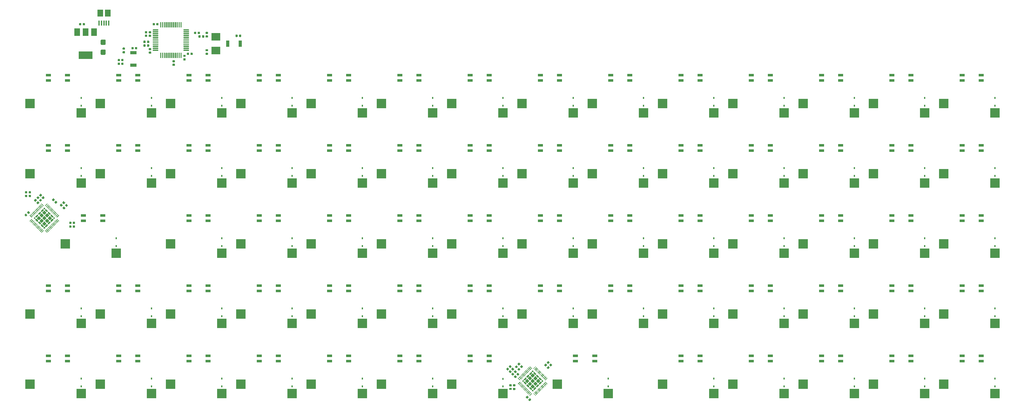
<source format=gbr>
G04 #@! TF.GenerationSoftware,KiCad,Pcbnew,(5.1.5)-3*
G04 #@! TF.CreationDate,2020-01-29T02:04:40-08:00*
G04 #@! TF.ProjectId,keyboard,6b657962-6f61-4726-942e-6b696361645f,rev?*
G04 #@! TF.SameCoordinates,Original*
G04 #@! TF.FileFunction,Paste,Top*
G04 #@! TF.FilePolarity,Positive*
%FSLAX46Y46*%
G04 Gerber Fmt 4.6, Leading zero omitted, Abs format (unit mm)*
G04 Created by KiCad (PCBNEW (5.1.5)-3) date 2020-01-29 02:04:40*
%MOMM*%
%LPD*%
G04 APERTURE LIST*
%ADD10C,0.100000*%
%ADD11R,2.550000X2.500000*%
%ADD12R,1.500000X2.000000*%
%ADD13R,3.800000X2.000000*%
%ADD14R,0.450000X0.600000*%
%ADD15R,0.900000X1.700000*%
%ADD16R,1.700000X0.900000*%
%ADD17R,1.400000X0.800000*%
%ADD18R,1.500000X1.900000*%
%ADD19R,0.400000X1.350000*%
%ADD20R,2.400000X2.000000*%
G04 APERTURE END LIST*
D10*
G36*
X104093887Y-136343089D02*
G01*
X104108205Y-136345213D01*
X104122246Y-136348730D01*
X104135875Y-136353607D01*
X104148960Y-136359796D01*
X104161376Y-136367237D01*
X104173002Y-136375860D01*
X104183727Y-136385581D01*
X104427679Y-136629533D01*
X104437400Y-136640258D01*
X104446023Y-136651884D01*
X104453464Y-136664300D01*
X104459653Y-136677385D01*
X104464530Y-136691014D01*
X104468047Y-136705055D01*
X104470171Y-136719373D01*
X104470881Y-136733831D01*
X104470171Y-136748289D01*
X104468047Y-136762607D01*
X104464530Y-136776648D01*
X104459653Y-136790277D01*
X104453464Y-136803362D01*
X104446023Y-136815778D01*
X104437400Y-136827404D01*
X104427679Y-136838129D01*
X104219083Y-137046725D01*
X104208358Y-137056446D01*
X104196732Y-137065069D01*
X104184316Y-137072510D01*
X104171231Y-137078699D01*
X104157602Y-137083576D01*
X104143561Y-137087093D01*
X104129243Y-137089217D01*
X104114785Y-137089927D01*
X104100327Y-137089217D01*
X104086009Y-137087093D01*
X104071968Y-137083576D01*
X104058339Y-137078699D01*
X104045254Y-137072510D01*
X104032838Y-137065069D01*
X104021212Y-137056446D01*
X104010487Y-137046725D01*
X103766535Y-136802773D01*
X103756814Y-136792048D01*
X103748191Y-136780422D01*
X103740750Y-136768006D01*
X103734561Y-136754921D01*
X103729684Y-136741292D01*
X103726167Y-136727251D01*
X103724043Y-136712933D01*
X103723333Y-136698475D01*
X103724043Y-136684017D01*
X103726167Y-136669699D01*
X103729684Y-136655658D01*
X103734561Y-136642029D01*
X103740750Y-136628944D01*
X103748191Y-136616528D01*
X103756814Y-136604902D01*
X103766535Y-136594177D01*
X103975131Y-136385581D01*
X103985856Y-136375860D01*
X103997482Y-136367237D01*
X104009898Y-136359796D01*
X104022983Y-136353607D01*
X104036612Y-136348730D01*
X104050653Y-136345213D01*
X104064971Y-136343089D01*
X104079429Y-136342379D01*
X104093887Y-136343089D01*
G37*
G36*
X103407993Y-137028983D02*
G01*
X103422311Y-137031107D01*
X103436352Y-137034624D01*
X103449981Y-137039501D01*
X103463066Y-137045690D01*
X103475482Y-137053131D01*
X103487108Y-137061754D01*
X103497833Y-137071475D01*
X103741785Y-137315427D01*
X103751506Y-137326152D01*
X103760129Y-137337778D01*
X103767570Y-137350194D01*
X103773759Y-137363279D01*
X103778636Y-137376908D01*
X103782153Y-137390949D01*
X103784277Y-137405267D01*
X103784987Y-137419725D01*
X103784277Y-137434183D01*
X103782153Y-137448501D01*
X103778636Y-137462542D01*
X103773759Y-137476171D01*
X103767570Y-137489256D01*
X103760129Y-137501672D01*
X103751506Y-137513298D01*
X103741785Y-137524023D01*
X103533189Y-137732619D01*
X103522464Y-137742340D01*
X103510838Y-137750963D01*
X103498422Y-137758404D01*
X103485337Y-137764593D01*
X103471708Y-137769470D01*
X103457667Y-137772987D01*
X103443349Y-137775111D01*
X103428891Y-137775821D01*
X103414433Y-137775111D01*
X103400115Y-137772987D01*
X103386074Y-137769470D01*
X103372445Y-137764593D01*
X103359360Y-137758404D01*
X103346944Y-137750963D01*
X103335318Y-137742340D01*
X103324593Y-137732619D01*
X103080641Y-137488667D01*
X103070920Y-137477942D01*
X103062297Y-137466316D01*
X103054856Y-137453900D01*
X103048667Y-137440815D01*
X103043790Y-137427186D01*
X103040273Y-137413145D01*
X103038149Y-137398827D01*
X103037439Y-137384369D01*
X103038149Y-137369911D01*
X103040273Y-137355593D01*
X103043790Y-137341552D01*
X103048667Y-137327923D01*
X103054856Y-137314838D01*
X103062297Y-137302422D01*
X103070920Y-137290796D01*
X103080641Y-137280071D01*
X103289237Y-137071475D01*
X103299962Y-137061754D01*
X103311588Y-137053131D01*
X103324004Y-137045690D01*
X103337089Y-137039501D01*
X103350718Y-137034624D01*
X103364759Y-137031107D01*
X103379077Y-137028983D01*
X103393535Y-137028273D01*
X103407993Y-137028983D01*
G37*
D11*
X104455199Y-147955365D03*
X118305199Y-150495365D03*
D10*
G36*
X230879381Y-188441321D02*
G01*
X230884235Y-188442041D01*
X230888994Y-188443233D01*
X230893614Y-188444886D01*
X230898050Y-188446984D01*
X230902259Y-188449507D01*
X230906200Y-188452429D01*
X230909835Y-188455725D01*
X230980545Y-188526435D01*
X230983841Y-188530070D01*
X230986763Y-188534011D01*
X230989286Y-188538220D01*
X230991384Y-188542656D01*
X230993037Y-188547276D01*
X230994229Y-188552035D01*
X230994949Y-188556889D01*
X230995190Y-188561790D01*
X230994949Y-188566691D01*
X230994229Y-188571545D01*
X230993037Y-188576304D01*
X230991384Y-188580924D01*
X230989286Y-188585360D01*
X230986763Y-188589569D01*
X230983841Y-188593510D01*
X230980545Y-188597145D01*
X230450215Y-189127475D01*
X230446580Y-189130771D01*
X230442639Y-189133693D01*
X230438430Y-189136216D01*
X230433994Y-189138314D01*
X230429374Y-189139967D01*
X230424615Y-189141159D01*
X230419761Y-189141879D01*
X230414860Y-189142120D01*
X230409959Y-189141879D01*
X230405105Y-189141159D01*
X230400346Y-189139967D01*
X230395726Y-189138314D01*
X230391290Y-189136216D01*
X230387081Y-189133693D01*
X230383140Y-189130771D01*
X230379505Y-189127475D01*
X230308795Y-189056765D01*
X230305499Y-189053130D01*
X230302577Y-189049189D01*
X230300054Y-189044980D01*
X230297956Y-189040544D01*
X230296303Y-189035924D01*
X230295111Y-189031165D01*
X230294391Y-189026311D01*
X230294150Y-189021410D01*
X230294391Y-189016509D01*
X230295111Y-189011655D01*
X230296303Y-189006896D01*
X230297956Y-189002276D01*
X230300054Y-188997840D01*
X230302577Y-188993631D01*
X230305499Y-188989690D01*
X230308795Y-188986055D01*
X230839125Y-188455725D01*
X230842760Y-188452429D01*
X230846701Y-188449507D01*
X230850910Y-188446984D01*
X230855346Y-188444886D01*
X230859966Y-188443233D01*
X230864725Y-188442041D01*
X230869579Y-188441321D01*
X230874480Y-188441080D01*
X230879381Y-188441321D01*
G37*
G36*
X230596538Y-188158478D02*
G01*
X230601392Y-188159198D01*
X230606151Y-188160390D01*
X230610771Y-188162043D01*
X230615207Y-188164141D01*
X230619416Y-188166664D01*
X230623357Y-188169586D01*
X230626992Y-188172882D01*
X230697702Y-188243592D01*
X230700998Y-188247227D01*
X230703920Y-188251168D01*
X230706443Y-188255377D01*
X230708541Y-188259813D01*
X230710194Y-188264433D01*
X230711386Y-188269192D01*
X230712106Y-188274046D01*
X230712347Y-188278947D01*
X230712106Y-188283848D01*
X230711386Y-188288702D01*
X230710194Y-188293461D01*
X230708541Y-188298081D01*
X230706443Y-188302517D01*
X230703920Y-188306726D01*
X230700998Y-188310667D01*
X230697702Y-188314302D01*
X230167372Y-188844632D01*
X230163737Y-188847928D01*
X230159796Y-188850850D01*
X230155587Y-188853373D01*
X230151151Y-188855471D01*
X230146531Y-188857124D01*
X230141772Y-188858316D01*
X230136918Y-188859036D01*
X230132017Y-188859277D01*
X230127116Y-188859036D01*
X230122262Y-188858316D01*
X230117503Y-188857124D01*
X230112883Y-188855471D01*
X230108447Y-188853373D01*
X230104238Y-188850850D01*
X230100297Y-188847928D01*
X230096662Y-188844632D01*
X230025952Y-188773922D01*
X230022656Y-188770287D01*
X230019734Y-188766346D01*
X230017211Y-188762137D01*
X230015113Y-188757701D01*
X230013460Y-188753081D01*
X230012268Y-188748322D01*
X230011548Y-188743468D01*
X230011307Y-188738567D01*
X230011548Y-188733666D01*
X230012268Y-188728812D01*
X230013460Y-188724053D01*
X230015113Y-188719433D01*
X230017211Y-188714997D01*
X230019734Y-188710788D01*
X230022656Y-188706847D01*
X230025952Y-188703212D01*
X230556282Y-188172882D01*
X230559917Y-188169586D01*
X230563858Y-188166664D01*
X230568067Y-188164141D01*
X230572503Y-188162043D01*
X230577123Y-188160390D01*
X230581882Y-188159198D01*
X230586736Y-188158478D01*
X230591637Y-188158237D01*
X230596538Y-188158478D01*
G37*
G36*
X230313695Y-187875635D02*
G01*
X230318549Y-187876355D01*
X230323308Y-187877547D01*
X230327928Y-187879200D01*
X230332364Y-187881298D01*
X230336573Y-187883821D01*
X230340514Y-187886743D01*
X230344149Y-187890039D01*
X230414859Y-187960749D01*
X230418155Y-187964384D01*
X230421077Y-187968325D01*
X230423600Y-187972534D01*
X230425698Y-187976970D01*
X230427351Y-187981590D01*
X230428543Y-187986349D01*
X230429263Y-187991203D01*
X230429504Y-187996104D01*
X230429263Y-188001005D01*
X230428543Y-188005859D01*
X230427351Y-188010618D01*
X230425698Y-188015238D01*
X230423600Y-188019674D01*
X230421077Y-188023883D01*
X230418155Y-188027824D01*
X230414859Y-188031459D01*
X229884529Y-188561789D01*
X229880894Y-188565085D01*
X229876953Y-188568007D01*
X229872744Y-188570530D01*
X229868308Y-188572628D01*
X229863688Y-188574281D01*
X229858929Y-188575473D01*
X229854075Y-188576193D01*
X229849174Y-188576434D01*
X229844273Y-188576193D01*
X229839419Y-188575473D01*
X229834660Y-188574281D01*
X229830040Y-188572628D01*
X229825604Y-188570530D01*
X229821395Y-188568007D01*
X229817454Y-188565085D01*
X229813819Y-188561789D01*
X229743109Y-188491079D01*
X229739813Y-188487444D01*
X229736891Y-188483503D01*
X229734368Y-188479294D01*
X229732270Y-188474858D01*
X229730617Y-188470238D01*
X229729425Y-188465479D01*
X229728705Y-188460625D01*
X229728464Y-188455724D01*
X229728705Y-188450823D01*
X229729425Y-188445969D01*
X229730617Y-188441210D01*
X229732270Y-188436590D01*
X229734368Y-188432154D01*
X229736891Y-188427945D01*
X229739813Y-188424004D01*
X229743109Y-188420369D01*
X230273439Y-187890039D01*
X230277074Y-187886743D01*
X230281015Y-187883821D01*
X230285224Y-187881298D01*
X230289660Y-187879200D01*
X230294280Y-187877547D01*
X230299039Y-187876355D01*
X230303893Y-187875635D01*
X230308794Y-187875394D01*
X230313695Y-187875635D01*
G37*
G36*
X230030853Y-187592793D02*
G01*
X230035707Y-187593513D01*
X230040466Y-187594705D01*
X230045086Y-187596358D01*
X230049522Y-187598456D01*
X230053731Y-187600979D01*
X230057672Y-187603901D01*
X230061307Y-187607197D01*
X230132017Y-187677907D01*
X230135313Y-187681542D01*
X230138235Y-187685483D01*
X230140758Y-187689692D01*
X230142856Y-187694128D01*
X230144509Y-187698748D01*
X230145701Y-187703507D01*
X230146421Y-187708361D01*
X230146662Y-187713262D01*
X230146421Y-187718163D01*
X230145701Y-187723017D01*
X230144509Y-187727776D01*
X230142856Y-187732396D01*
X230140758Y-187736832D01*
X230138235Y-187741041D01*
X230135313Y-187744982D01*
X230132017Y-187748617D01*
X229601687Y-188278947D01*
X229598052Y-188282243D01*
X229594111Y-188285165D01*
X229589902Y-188287688D01*
X229585466Y-188289786D01*
X229580846Y-188291439D01*
X229576087Y-188292631D01*
X229571233Y-188293351D01*
X229566332Y-188293592D01*
X229561431Y-188293351D01*
X229556577Y-188292631D01*
X229551818Y-188291439D01*
X229547198Y-188289786D01*
X229542762Y-188287688D01*
X229538553Y-188285165D01*
X229534612Y-188282243D01*
X229530977Y-188278947D01*
X229460267Y-188208237D01*
X229456971Y-188204602D01*
X229454049Y-188200661D01*
X229451526Y-188196452D01*
X229449428Y-188192016D01*
X229447775Y-188187396D01*
X229446583Y-188182637D01*
X229445863Y-188177783D01*
X229445622Y-188172882D01*
X229445863Y-188167981D01*
X229446583Y-188163127D01*
X229447775Y-188158368D01*
X229449428Y-188153748D01*
X229451526Y-188149312D01*
X229454049Y-188145103D01*
X229456971Y-188141162D01*
X229460267Y-188137527D01*
X229990597Y-187607197D01*
X229994232Y-187603901D01*
X229998173Y-187600979D01*
X230002382Y-187598456D01*
X230006818Y-187596358D01*
X230011438Y-187594705D01*
X230016197Y-187593513D01*
X230021051Y-187592793D01*
X230025952Y-187592552D01*
X230030853Y-187592793D01*
G37*
G36*
X229748010Y-187309950D02*
G01*
X229752864Y-187310670D01*
X229757623Y-187311862D01*
X229762243Y-187313515D01*
X229766679Y-187315613D01*
X229770888Y-187318136D01*
X229774829Y-187321058D01*
X229778464Y-187324354D01*
X229849174Y-187395064D01*
X229852470Y-187398699D01*
X229855392Y-187402640D01*
X229857915Y-187406849D01*
X229860013Y-187411285D01*
X229861666Y-187415905D01*
X229862858Y-187420664D01*
X229863578Y-187425518D01*
X229863819Y-187430419D01*
X229863578Y-187435320D01*
X229862858Y-187440174D01*
X229861666Y-187444933D01*
X229860013Y-187449553D01*
X229857915Y-187453989D01*
X229855392Y-187458198D01*
X229852470Y-187462139D01*
X229849174Y-187465774D01*
X229318844Y-187996104D01*
X229315209Y-187999400D01*
X229311268Y-188002322D01*
X229307059Y-188004845D01*
X229302623Y-188006943D01*
X229298003Y-188008596D01*
X229293244Y-188009788D01*
X229288390Y-188010508D01*
X229283489Y-188010749D01*
X229278588Y-188010508D01*
X229273734Y-188009788D01*
X229268975Y-188008596D01*
X229264355Y-188006943D01*
X229259919Y-188004845D01*
X229255710Y-188002322D01*
X229251769Y-187999400D01*
X229248134Y-187996104D01*
X229177424Y-187925394D01*
X229174128Y-187921759D01*
X229171206Y-187917818D01*
X229168683Y-187913609D01*
X229166585Y-187909173D01*
X229164932Y-187904553D01*
X229163740Y-187899794D01*
X229163020Y-187894940D01*
X229162779Y-187890039D01*
X229163020Y-187885138D01*
X229163740Y-187880284D01*
X229164932Y-187875525D01*
X229166585Y-187870905D01*
X229168683Y-187866469D01*
X229171206Y-187862260D01*
X229174128Y-187858319D01*
X229177424Y-187854684D01*
X229707754Y-187324354D01*
X229711389Y-187321058D01*
X229715330Y-187318136D01*
X229719539Y-187315613D01*
X229723975Y-187313515D01*
X229728595Y-187311862D01*
X229733354Y-187310670D01*
X229738208Y-187309950D01*
X229743109Y-187309709D01*
X229748010Y-187309950D01*
G37*
G36*
X229465167Y-187027107D02*
G01*
X229470021Y-187027827D01*
X229474780Y-187029019D01*
X229479400Y-187030672D01*
X229483836Y-187032770D01*
X229488045Y-187035293D01*
X229491986Y-187038215D01*
X229495621Y-187041511D01*
X229566331Y-187112221D01*
X229569627Y-187115856D01*
X229572549Y-187119797D01*
X229575072Y-187124006D01*
X229577170Y-187128442D01*
X229578823Y-187133062D01*
X229580015Y-187137821D01*
X229580735Y-187142675D01*
X229580976Y-187147576D01*
X229580735Y-187152477D01*
X229580015Y-187157331D01*
X229578823Y-187162090D01*
X229577170Y-187166710D01*
X229575072Y-187171146D01*
X229572549Y-187175355D01*
X229569627Y-187179296D01*
X229566331Y-187182931D01*
X229036001Y-187713261D01*
X229032366Y-187716557D01*
X229028425Y-187719479D01*
X229024216Y-187722002D01*
X229019780Y-187724100D01*
X229015160Y-187725753D01*
X229010401Y-187726945D01*
X229005547Y-187727665D01*
X229000646Y-187727906D01*
X228995745Y-187727665D01*
X228990891Y-187726945D01*
X228986132Y-187725753D01*
X228981512Y-187724100D01*
X228977076Y-187722002D01*
X228972867Y-187719479D01*
X228968926Y-187716557D01*
X228965291Y-187713261D01*
X228894581Y-187642551D01*
X228891285Y-187638916D01*
X228888363Y-187634975D01*
X228885840Y-187630766D01*
X228883742Y-187626330D01*
X228882089Y-187621710D01*
X228880897Y-187616951D01*
X228880177Y-187612097D01*
X228879936Y-187607196D01*
X228880177Y-187602295D01*
X228880897Y-187597441D01*
X228882089Y-187592682D01*
X228883742Y-187588062D01*
X228885840Y-187583626D01*
X228888363Y-187579417D01*
X228891285Y-187575476D01*
X228894581Y-187571841D01*
X229424911Y-187041511D01*
X229428546Y-187038215D01*
X229432487Y-187035293D01*
X229436696Y-187032770D01*
X229441132Y-187030672D01*
X229445752Y-187029019D01*
X229450511Y-187027827D01*
X229455365Y-187027107D01*
X229460266Y-187026866D01*
X229465167Y-187027107D01*
G37*
G36*
X229182325Y-186744265D02*
G01*
X229187179Y-186744985D01*
X229191938Y-186746177D01*
X229196558Y-186747830D01*
X229200994Y-186749928D01*
X229205203Y-186752451D01*
X229209144Y-186755373D01*
X229212779Y-186758669D01*
X229283489Y-186829379D01*
X229286785Y-186833014D01*
X229289707Y-186836955D01*
X229292230Y-186841164D01*
X229294328Y-186845600D01*
X229295981Y-186850220D01*
X229297173Y-186854979D01*
X229297893Y-186859833D01*
X229298134Y-186864734D01*
X229297893Y-186869635D01*
X229297173Y-186874489D01*
X229295981Y-186879248D01*
X229294328Y-186883868D01*
X229292230Y-186888304D01*
X229289707Y-186892513D01*
X229286785Y-186896454D01*
X229283489Y-186900089D01*
X228753159Y-187430419D01*
X228749524Y-187433715D01*
X228745583Y-187436637D01*
X228741374Y-187439160D01*
X228736938Y-187441258D01*
X228732318Y-187442911D01*
X228727559Y-187444103D01*
X228722705Y-187444823D01*
X228717804Y-187445064D01*
X228712903Y-187444823D01*
X228708049Y-187444103D01*
X228703290Y-187442911D01*
X228698670Y-187441258D01*
X228694234Y-187439160D01*
X228690025Y-187436637D01*
X228686084Y-187433715D01*
X228682449Y-187430419D01*
X228611739Y-187359709D01*
X228608443Y-187356074D01*
X228605521Y-187352133D01*
X228602998Y-187347924D01*
X228600900Y-187343488D01*
X228599247Y-187338868D01*
X228598055Y-187334109D01*
X228597335Y-187329255D01*
X228597094Y-187324354D01*
X228597335Y-187319453D01*
X228598055Y-187314599D01*
X228599247Y-187309840D01*
X228600900Y-187305220D01*
X228602998Y-187300784D01*
X228605521Y-187296575D01*
X228608443Y-187292634D01*
X228611739Y-187288999D01*
X229142069Y-186758669D01*
X229145704Y-186755373D01*
X229149645Y-186752451D01*
X229153854Y-186749928D01*
X229158290Y-186747830D01*
X229162910Y-186746177D01*
X229167669Y-186744985D01*
X229172523Y-186744265D01*
X229177424Y-186744024D01*
X229182325Y-186744265D01*
G37*
G36*
X228899482Y-186461422D02*
G01*
X228904336Y-186462142D01*
X228909095Y-186463334D01*
X228913715Y-186464987D01*
X228918151Y-186467085D01*
X228922360Y-186469608D01*
X228926301Y-186472530D01*
X228929936Y-186475826D01*
X229000646Y-186546536D01*
X229003942Y-186550171D01*
X229006864Y-186554112D01*
X229009387Y-186558321D01*
X229011485Y-186562757D01*
X229013138Y-186567377D01*
X229014330Y-186572136D01*
X229015050Y-186576990D01*
X229015291Y-186581891D01*
X229015050Y-186586792D01*
X229014330Y-186591646D01*
X229013138Y-186596405D01*
X229011485Y-186601025D01*
X229009387Y-186605461D01*
X229006864Y-186609670D01*
X229003942Y-186613611D01*
X229000646Y-186617246D01*
X228470316Y-187147576D01*
X228466681Y-187150872D01*
X228462740Y-187153794D01*
X228458531Y-187156317D01*
X228454095Y-187158415D01*
X228449475Y-187160068D01*
X228444716Y-187161260D01*
X228439862Y-187161980D01*
X228434961Y-187162221D01*
X228430060Y-187161980D01*
X228425206Y-187161260D01*
X228420447Y-187160068D01*
X228415827Y-187158415D01*
X228411391Y-187156317D01*
X228407182Y-187153794D01*
X228403241Y-187150872D01*
X228399606Y-187147576D01*
X228328896Y-187076866D01*
X228325600Y-187073231D01*
X228322678Y-187069290D01*
X228320155Y-187065081D01*
X228318057Y-187060645D01*
X228316404Y-187056025D01*
X228315212Y-187051266D01*
X228314492Y-187046412D01*
X228314251Y-187041511D01*
X228314492Y-187036610D01*
X228315212Y-187031756D01*
X228316404Y-187026997D01*
X228318057Y-187022377D01*
X228320155Y-187017941D01*
X228322678Y-187013732D01*
X228325600Y-187009791D01*
X228328896Y-187006156D01*
X228859226Y-186475826D01*
X228862861Y-186472530D01*
X228866802Y-186469608D01*
X228871011Y-186467085D01*
X228875447Y-186464987D01*
X228880067Y-186463334D01*
X228884826Y-186462142D01*
X228889680Y-186461422D01*
X228894581Y-186461181D01*
X228899482Y-186461422D01*
G37*
G36*
X228616639Y-186178579D02*
G01*
X228621493Y-186179299D01*
X228626252Y-186180491D01*
X228630872Y-186182144D01*
X228635308Y-186184242D01*
X228639517Y-186186765D01*
X228643458Y-186189687D01*
X228647093Y-186192983D01*
X228717803Y-186263693D01*
X228721099Y-186267328D01*
X228724021Y-186271269D01*
X228726544Y-186275478D01*
X228728642Y-186279914D01*
X228730295Y-186284534D01*
X228731487Y-186289293D01*
X228732207Y-186294147D01*
X228732448Y-186299048D01*
X228732207Y-186303949D01*
X228731487Y-186308803D01*
X228730295Y-186313562D01*
X228728642Y-186318182D01*
X228726544Y-186322618D01*
X228724021Y-186326827D01*
X228721099Y-186330768D01*
X228717803Y-186334403D01*
X228187473Y-186864733D01*
X228183838Y-186868029D01*
X228179897Y-186870951D01*
X228175688Y-186873474D01*
X228171252Y-186875572D01*
X228166632Y-186877225D01*
X228161873Y-186878417D01*
X228157019Y-186879137D01*
X228152118Y-186879378D01*
X228147217Y-186879137D01*
X228142363Y-186878417D01*
X228137604Y-186877225D01*
X228132984Y-186875572D01*
X228128548Y-186873474D01*
X228124339Y-186870951D01*
X228120398Y-186868029D01*
X228116763Y-186864733D01*
X228046053Y-186794023D01*
X228042757Y-186790388D01*
X228039835Y-186786447D01*
X228037312Y-186782238D01*
X228035214Y-186777802D01*
X228033561Y-186773182D01*
X228032369Y-186768423D01*
X228031649Y-186763569D01*
X228031408Y-186758668D01*
X228031649Y-186753767D01*
X228032369Y-186748913D01*
X228033561Y-186744154D01*
X228035214Y-186739534D01*
X228037312Y-186735098D01*
X228039835Y-186730889D01*
X228042757Y-186726948D01*
X228046053Y-186723313D01*
X228576383Y-186192983D01*
X228580018Y-186189687D01*
X228583959Y-186186765D01*
X228588168Y-186184242D01*
X228592604Y-186182144D01*
X228597224Y-186180491D01*
X228601983Y-186179299D01*
X228606837Y-186178579D01*
X228611738Y-186178338D01*
X228616639Y-186178579D01*
G37*
G36*
X228333797Y-185895737D02*
G01*
X228338651Y-185896457D01*
X228343410Y-185897649D01*
X228348030Y-185899302D01*
X228352466Y-185901400D01*
X228356675Y-185903923D01*
X228360616Y-185906845D01*
X228364251Y-185910141D01*
X228434961Y-185980851D01*
X228438257Y-185984486D01*
X228441179Y-185988427D01*
X228443702Y-185992636D01*
X228445800Y-185997072D01*
X228447453Y-186001692D01*
X228448645Y-186006451D01*
X228449365Y-186011305D01*
X228449606Y-186016206D01*
X228449365Y-186021107D01*
X228448645Y-186025961D01*
X228447453Y-186030720D01*
X228445800Y-186035340D01*
X228443702Y-186039776D01*
X228441179Y-186043985D01*
X228438257Y-186047926D01*
X228434961Y-186051561D01*
X227904631Y-186581891D01*
X227900996Y-186585187D01*
X227897055Y-186588109D01*
X227892846Y-186590632D01*
X227888410Y-186592730D01*
X227883790Y-186594383D01*
X227879031Y-186595575D01*
X227874177Y-186596295D01*
X227869276Y-186596536D01*
X227864375Y-186596295D01*
X227859521Y-186595575D01*
X227854762Y-186594383D01*
X227850142Y-186592730D01*
X227845706Y-186590632D01*
X227841497Y-186588109D01*
X227837556Y-186585187D01*
X227833921Y-186581891D01*
X227763211Y-186511181D01*
X227759915Y-186507546D01*
X227756993Y-186503605D01*
X227754470Y-186499396D01*
X227752372Y-186494960D01*
X227750719Y-186490340D01*
X227749527Y-186485581D01*
X227748807Y-186480727D01*
X227748566Y-186475826D01*
X227748807Y-186470925D01*
X227749527Y-186466071D01*
X227750719Y-186461312D01*
X227752372Y-186456692D01*
X227754470Y-186452256D01*
X227756993Y-186448047D01*
X227759915Y-186444106D01*
X227763211Y-186440471D01*
X228293541Y-185910141D01*
X228297176Y-185906845D01*
X228301117Y-185903923D01*
X228305326Y-185901400D01*
X228309762Y-185899302D01*
X228314382Y-185897649D01*
X228319141Y-185896457D01*
X228323995Y-185895737D01*
X228328896Y-185895496D01*
X228333797Y-185895737D01*
G37*
G36*
X228050954Y-185612894D02*
G01*
X228055808Y-185613614D01*
X228060567Y-185614806D01*
X228065187Y-185616459D01*
X228069623Y-185618557D01*
X228073832Y-185621080D01*
X228077773Y-185624002D01*
X228081408Y-185627298D01*
X228152118Y-185698008D01*
X228155414Y-185701643D01*
X228158336Y-185705584D01*
X228160859Y-185709793D01*
X228162957Y-185714229D01*
X228164610Y-185718849D01*
X228165802Y-185723608D01*
X228166522Y-185728462D01*
X228166763Y-185733363D01*
X228166522Y-185738264D01*
X228165802Y-185743118D01*
X228164610Y-185747877D01*
X228162957Y-185752497D01*
X228160859Y-185756933D01*
X228158336Y-185761142D01*
X228155414Y-185765083D01*
X228152118Y-185768718D01*
X227621788Y-186299048D01*
X227618153Y-186302344D01*
X227614212Y-186305266D01*
X227610003Y-186307789D01*
X227605567Y-186309887D01*
X227600947Y-186311540D01*
X227596188Y-186312732D01*
X227591334Y-186313452D01*
X227586433Y-186313693D01*
X227581532Y-186313452D01*
X227576678Y-186312732D01*
X227571919Y-186311540D01*
X227567299Y-186309887D01*
X227562863Y-186307789D01*
X227558654Y-186305266D01*
X227554713Y-186302344D01*
X227551078Y-186299048D01*
X227480368Y-186228338D01*
X227477072Y-186224703D01*
X227474150Y-186220762D01*
X227471627Y-186216553D01*
X227469529Y-186212117D01*
X227467876Y-186207497D01*
X227466684Y-186202738D01*
X227465964Y-186197884D01*
X227465723Y-186192983D01*
X227465964Y-186188082D01*
X227466684Y-186183228D01*
X227467876Y-186178469D01*
X227469529Y-186173849D01*
X227471627Y-186169413D01*
X227474150Y-186165204D01*
X227477072Y-186161263D01*
X227480368Y-186157628D01*
X228010698Y-185627298D01*
X228014333Y-185624002D01*
X228018274Y-185621080D01*
X228022483Y-185618557D01*
X228026919Y-185616459D01*
X228031539Y-185614806D01*
X228036298Y-185613614D01*
X228041152Y-185612894D01*
X228046053Y-185612653D01*
X228050954Y-185612894D01*
G37*
G36*
X227768111Y-185330051D02*
G01*
X227772965Y-185330771D01*
X227777724Y-185331963D01*
X227782344Y-185333616D01*
X227786780Y-185335714D01*
X227790989Y-185338237D01*
X227794930Y-185341159D01*
X227798565Y-185344455D01*
X227869275Y-185415165D01*
X227872571Y-185418800D01*
X227875493Y-185422741D01*
X227878016Y-185426950D01*
X227880114Y-185431386D01*
X227881767Y-185436006D01*
X227882959Y-185440765D01*
X227883679Y-185445619D01*
X227883920Y-185450520D01*
X227883679Y-185455421D01*
X227882959Y-185460275D01*
X227881767Y-185465034D01*
X227880114Y-185469654D01*
X227878016Y-185474090D01*
X227875493Y-185478299D01*
X227872571Y-185482240D01*
X227869275Y-185485875D01*
X227338945Y-186016205D01*
X227335310Y-186019501D01*
X227331369Y-186022423D01*
X227327160Y-186024946D01*
X227322724Y-186027044D01*
X227318104Y-186028697D01*
X227313345Y-186029889D01*
X227308491Y-186030609D01*
X227303590Y-186030850D01*
X227298689Y-186030609D01*
X227293835Y-186029889D01*
X227289076Y-186028697D01*
X227284456Y-186027044D01*
X227280020Y-186024946D01*
X227275811Y-186022423D01*
X227271870Y-186019501D01*
X227268235Y-186016205D01*
X227197525Y-185945495D01*
X227194229Y-185941860D01*
X227191307Y-185937919D01*
X227188784Y-185933710D01*
X227186686Y-185929274D01*
X227185033Y-185924654D01*
X227183841Y-185919895D01*
X227183121Y-185915041D01*
X227182880Y-185910140D01*
X227183121Y-185905239D01*
X227183841Y-185900385D01*
X227185033Y-185895626D01*
X227186686Y-185891006D01*
X227188784Y-185886570D01*
X227191307Y-185882361D01*
X227194229Y-185878420D01*
X227197525Y-185874785D01*
X227727855Y-185344455D01*
X227731490Y-185341159D01*
X227735431Y-185338237D01*
X227739640Y-185335714D01*
X227744076Y-185333616D01*
X227748696Y-185331963D01*
X227753455Y-185330771D01*
X227758309Y-185330051D01*
X227763210Y-185329810D01*
X227768111Y-185330051D01*
G37*
G36*
X227308491Y-184269391D02*
G01*
X227313345Y-184270111D01*
X227318104Y-184271303D01*
X227322724Y-184272956D01*
X227327160Y-184275054D01*
X227331369Y-184277577D01*
X227335310Y-184280499D01*
X227338945Y-184283795D01*
X227869275Y-184814125D01*
X227872571Y-184817760D01*
X227875493Y-184821701D01*
X227878016Y-184825910D01*
X227880114Y-184830346D01*
X227881767Y-184834966D01*
X227882959Y-184839725D01*
X227883679Y-184844579D01*
X227883920Y-184849480D01*
X227883679Y-184854381D01*
X227882959Y-184859235D01*
X227881767Y-184863994D01*
X227880114Y-184868614D01*
X227878016Y-184873050D01*
X227875493Y-184877259D01*
X227872571Y-184881200D01*
X227869275Y-184884835D01*
X227798565Y-184955545D01*
X227794930Y-184958841D01*
X227790989Y-184961763D01*
X227786780Y-184964286D01*
X227782344Y-184966384D01*
X227777724Y-184968037D01*
X227772965Y-184969229D01*
X227768111Y-184969949D01*
X227763210Y-184970190D01*
X227758309Y-184969949D01*
X227753455Y-184969229D01*
X227748696Y-184968037D01*
X227744076Y-184966384D01*
X227739640Y-184964286D01*
X227735431Y-184961763D01*
X227731490Y-184958841D01*
X227727855Y-184955545D01*
X227197525Y-184425215D01*
X227194229Y-184421580D01*
X227191307Y-184417639D01*
X227188784Y-184413430D01*
X227186686Y-184408994D01*
X227185033Y-184404374D01*
X227183841Y-184399615D01*
X227183121Y-184394761D01*
X227182880Y-184389860D01*
X227183121Y-184384959D01*
X227183841Y-184380105D01*
X227185033Y-184375346D01*
X227186686Y-184370726D01*
X227188784Y-184366290D01*
X227191307Y-184362081D01*
X227194229Y-184358140D01*
X227197525Y-184354505D01*
X227268235Y-184283795D01*
X227271870Y-184280499D01*
X227275811Y-184277577D01*
X227280020Y-184275054D01*
X227284456Y-184272956D01*
X227289076Y-184271303D01*
X227293835Y-184270111D01*
X227298689Y-184269391D01*
X227303590Y-184269150D01*
X227308491Y-184269391D01*
G37*
G36*
X227591334Y-183986548D02*
G01*
X227596188Y-183987268D01*
X227600947Y-183988460D01*
X227605567Y-183990113D01*
X227610003Y-183992211D01*
X227614212Y-183994734D01*
X227618153Y-183997656D01*
X227621788Y-184000952D01*
X228152118Y-184531282D01*
X228155414Y-184534917D01*
X228158336Y-184538858D01*
X228160859Y-184543067D01*
X228162957Y-184547503D01*
X228164610Y-184552123D01*
X228165802Y-184556882D01*
X228166522Y-184561736D01*
X228166763Y-184566637D01*
X228166522Y-184571538D01*
X228165802Y-184576392D01*
X228164610Y-184581151D01*
X228162957Y-184585771D01*
X228160859Y-184590207D01*
X228158336Y-184594416D01*
X228155414Y-184598357D01*
X228152118Y-184601992D01*
X228081408Y-184672702D01*
X228077773Y-184675998D01*
X228073832Y-184678920D01*
X228069623Y-184681443D01*
X228065187Y-184683541D01*
X228060567Y-184685194D01*
X228055808Y-184686386D01*
X228050954Y-184687106D01*
X228046053Y-184687347D01*
X228041152Y-184687106D01*
X228036298Y-184686386D01*
X228031539Y-184685194D01*
X228026919Y-184683541D01*
X228022483Y-184681443D01*
X228018274Y-184678920D01*
X228014333Y-184675998D01*
X228010698Y-184672702D01*
X227480368Y-184142372D01*
X227477072Y-184138737D01*
X227474150Y-184134796D01*
X227471627Y-184130587D01*
X227469529Y-184126151D01*
X227467876Y-184121531D01*
X227466684Y-184116772D01*
X227465964Y-184111918D01*
X227465723Y-184107017D01*
X227465964Y-184102116D01*
X227466684Y-184097262D01*
X227467876Y-184092503D01*
X227469529Y-184087883D01*
X227471627Y-184083447D01*
X227474150Y-184079238D01*
X227477072Y-184075297D01*
X227480368Y-184071662D01*
X227551078Y-184000952D01*
X227554713Y-183997656D01*
X227558654Y-183994734D01*
X227562863Y-183992211D01*
X227567299Y-183990113D01*
X227571919Y-183988460D01*
X227576678Y-183987268D01*
X227581532Y-183986548D01*
X227586433Y-183986307D01*
X227591334Y-183986548D01*
G37*
G36*
X227874177Y-183703705D02*
G01*
X227879031Y-183704425D01*
X227883790Y-183705617D01*
X227888410Y-183707270D01*
X227892846Y-183709368D01*
X227897055Y-183711891D01*
X227900996Y-183714813D01*
X227904631Y-183718109D01*
X228434961Y-184248439D01*
X228438257Y-184252074D01*
X228441179Y-184256015D01*
X228443702Y-184260224D01*
X228445800Y-184264660D01*
X228447453Y-184269280D01*
X228448645Y-184274039D01*
X228449365Y-184278893D01*
X228449606Y-184283794D01*
X228449365Y-184288695D01*
X228448645Y-184293549D01*
X228447453Y-184298308D01*
X228445800Y-184302928D01*
X228443702Y-184307364D01*
X228441179Y-184311573D01*
X228438257Y-184315514D01*
X228434961Y-184319149D01*
X228364251Y-184389859D01*
X228360616Y-184393155D01*
X228356675Y-184396077D01*
X228352466Y-184398600D01*
X228348030Y-184400698D01*
X228343410Y-184402351D01*
X228338651Y-184403543D01*
X228333797Y-184404263D01*
X228328896Y-184404504D01*
X228323995Y-184404263D01*
X228319141Y-184403543D01*
X228314382Y-184402351D01*
X228309762Y-184400698D01*
X228305326Y-184398600D01*
X228301117Y-184396077D01*
X228297176Y-184393155D01*
X228293541Y-184389859D01*
X227763211Y-183859529D01*
X227759915Y-183855894D01*
X227756993Y-183851953D01*
X227754470Y-183847744D01*
X227752372Y-183843308D01*
X227750719Y-183838688D01*
X227749527Y-183833929D01*
X227748807Y-183829075D01*
X227748566Y-183824174D01*
X227748807Y-183819273D01*
X227749527Y-183814419D01*
X227750719Y-183809660D01*
X227752372Y-183805040D01*
X227754470Y-183800604D01*
X227756993Y-183796395D01*
X227759915Y-183792454D01*
X227763211Y-183788819D01*
X227833921Y-183718109D01*
X227837556Y-183714813D01*
X227841497Y-183711891D01*
X227845706Y-183709368D01*
X227850142Y-183707270D01*
X227854762Y-183705617D01*
X227859521Y-183704425D01*
X227864375Y-183703705D01*
X227869276Y-183703464D01*
X227874177Y-183703705D01*
G37*
G36*
X228157019Y-183420863D02*
G01*
X228161873Y-183421583D01*
X228166632Y-183422775D01*
X228171252Y-183424428D01*
X228175688Y-183426526D01*
X228179897Y-183429049D01*
X228183838Y-183431971D01*
X228187473Y-183435267D01*
X228717803Y-183965597D01*
X228721099Y-183969232D01*
X228724021Y-183973173D01*
X228726544Y-183977382D01*
X228728642Y-183981818D01*
X228730295Y-183986438D01*
X228731487Y-183991197D01*
X228732207Y-183996051D01*
X228732448Y-184000952D01*
X228732207Y-184005853D01*
X228731487Y-184010707D01*
X228730295Y-184015466D01*
X228728642Y-184020086D01*
X228726544Y-184024522D01*
X228724021Y-184028731D01*
X228721099Y-184032672D01*
X228717803Y-184036307D01*
X228647093Y-184107017D01*
X228643458Y-184110313D01*
X228639517Y-184113235D01*
X228635308Y-184115758D01*
X228630872Y-184117856D01*
X228626252Y-184119509D01*
X228621493Y-184120701D01*
X228616639Y-184121421D01*
X228611738Y-184121662D01*
X228606837Y-184121421D01*
X228601983Y-184120701D01*
X228597224Y-184119509D01*
X228592604Y-184117856D01*
X228588168Y-184115758D01*
X228583959Y-184113235D01*
X228580018Y-184110313D01*
X228576383Y-184107017D01*
X228046053Y-183576687D01*
X228042757Y-183573052D01*
X228039835Y-183569111D01*
X228037312Y-183564902D01*
X228035214Y-183560466D01*
X228033561Y-183555846D01*
X228032369Y-183551087D01*
X228031649Y-183546233D01*
X228031408Y-183541332D01*
X228031649Y-183536431D01*
X228032369Y-183531577D01*
X228033561Y-183526818D01*
X228035214Y-183522198D01*
X228037312Y-183517762D01*
X228039835Y-183513553D01*
X228042757Y-183509612D01*
X228046053Y-183505977D01*
X228116763Y-183435267D01*
X228120398Y-183431971D01*
X228124339Y-183429049D01*
X228128548Y-183426526D01*
X228132984Y-183424428D01*
X228137604Y-183422775D01*
X228142363Y-183421583D01*
X228147217Y-183420863D01*
X228152118Y-183420622D01*
X228157019Y-183420863D01*
G37*
G36*
X228439862Y-183138020D02*
G01*
X228444716Y-183138740D01*
X228449475Y-183139932D01*
X228454095Y-183141585D01*
X228458531Y-183143683D01*
X228462740Y-183146206D01*
X228466681Y-183149128D01*
X228470316Y-183152424D01*
X229000646Y-183682754D01*
X229003942Y-183686389D01*
X229006864Y-183690330D01*
X229009387Y-183694539D01*
X229011485Y-183698975D01*
X229013138Y-183703595D01*
X229014330Y-183708354D01*
X229015050Y-183713208D01*
X229015291Y-183718109D01*
X229015050Y-183723010D01*
X229014330Y-183727864D01*
X229013138Y-183732623D01*
X229011485Y-183737243D01*
X229009387Y-183741679D01*
X229006864Y-183745888D01*
X229003942Y-183749829D01*
X229000646Y-183753464D01*
X228929936Y-183824174D01*
X228926301Y-183827470D01*
X228922360Y-183830392D01*
X228918151Y-183832915D01*
X228913715Y-183835013D01*
X228909095Y-183836666D01*
X228904336Y-183837858D01*
X228899482Y-183838578D01*
X228894581Y-183838819D01*
X228889680Y-183838578D01*
X228884826Y-183837858D01*
X228880067Y-183836666D01*
X228875447Y-183835013D01*
X228871011Y-183832915D01*
X228866802Y-183830392D01*
X228862861Y-183827470D01*
X228859226Y-183824174D01*
X228328896Y-183293844D01*
X228325600Y-183290209D01*
X228322678Y-183286268D01*
X228320155Y-183282059D01*
X228318057Y-183277623D01*
X228316404Y-183273003D01*
X228315212Y-183268244D01*
X228314492Y-183263390D01*
X228314251Y-183258489D01*
X228314492Y-183253588D01*
X228315212Y-183248734D01*
X228316404Y-183243975D01*
X228318057Y-183239355D01*
X228320155Y-183234919D01*
X228322678Y-183230710D01*
X228325600Y-183226769D01*
X228328896Y-183223134D01*
X228399606Y-183152424D01*
X228403241Y-183149128D01*
X228407182Y-183146206D01*
X228411391Y-183143683D01*
X228415827Y-183141585D01*
X228420447Y-183139932D01*
X228425206Y-183138740D01*
X228430060Y-183138020D01*
X228434961Y-183137779D01*
X228439862Y-183138020D01*
G37*
G36*
X228722705Y-182855177D02*
G01*
X228727559Y-182855897D01*
X228732318Y-182857089D01*
X228736938Y-182858742D01*
X228741374Y-182860840D01*
X228745583Y-182863363D01*
X228749524Y-182866285D01*
X228753159Y-182869581D01*
X229283489Y-183399911D01*
X229286785Y-183403546D01*
X229289707Y-183407487D01*
X229292230Y-183411696D01*
X229294328Y-183416132D01*
X229295981Y-183420752D01*
X229297173Y-183425511D01*
X229297893Y-183430365D01*
X229298134Y-183435266D01*
X229297893Y-183440167D01*
X229297173Y-183445021D01*
X229295981Y-183449780D01*
X229294328Y-183454400D01*
X229292230Y-183458836D01*
X229289707Y-183463045D01*
X229286785Y-183466986D01*
X229283489Y-183470621D01*
X229212779Y-183541331D01*
X229209144Y-183544627D01*
X229205203Y-183547549D01*
X229200994Y-183550072D01*
X229196558Y-183552170D01*
X229191938Y-183553823D01*
X229187179Y-183555015D01*
X229182325Y-183555735D01*
X229177424Y-183555976D01*
X229172523Y-183555735D01*
X229167669Y-183555015D01*
X229162910Y-183553823D01*
X229158290Y-183552170D01*
X229153854Y-183550072D01*
X229149645Y-183547549D01*
X229145704Y-183544627D01*
X229142069Y-183541331D01*
X228611739Y-183011001D01*
X228608443Y-183007366D01*
X228605521Y-183003425D01*
X228602998Y-182999216D01*
X228600900Y-182994780D01*
X228599247Y-182990160D01*
X228598055Y-182985401D01*
X228597335Y-182980547D01*
X228597094Y-182975646D01*
X228597335Y-182970745D01*
X228598055Y-182965891D01*
X228599247Y-182961132D01*
X228600900Y-182956512D01*
X228602998Y-182952076D01*
X228605521Y-182947867D01*
X228608443Y-182943926D01*
X228611739Y-182940291D01*
X228682449Y-182869581D01*
X228686084Y-182866285D01*
X228690025Y-182863363D01*
X228694234Y-182860840D01*
X228698670Y-182858742D01*
X228703290Y-182857089D01*
X228708049Y-182855897D01*
X228712903Y-182855177D01*
X228717804Y-182854936D01*
X228722705Y-182855177D01*
G37*
G36*
X229005547Y-182572335D02*
G01*
X229010401Y-182573055D01*
X229015160Y-182574247D01*
X229019780Y-182575900D01*
X229024216Y-182577998D01*
X229028425Y-182580521D01*
X229032366Y-182583443D01*
X229036001Y-182586739D01*
X229566331Y-183117069D01*
X229569627Y-183120704D01*
X229572549Y-183124645D01*
X229575072Y-183128854D01*
X229577170Y-183133290D01*
X229578823Y-183137910D01*
X229580015Y-183142669D01*
X229580735Y-183147523D01*
X229580976Y-183152424D01*
X229580735Y-183157325D01*
X229580015Y-183162179D01*
X229578823Y-183166938D01*
X229577170Y-183171558D01*
X229575072Y-183175994D01*
X229572549Y-183180203D01*
X229569627Y-183184144D01*
X229566331Y-183187779D01*
X229495621Y-183258489D01*
X229491986Y-183261785D01*
X229488045Y-183264707D01*
X229483836Y-183267230D01*
X229479400Y-183269328D01*
X229474780Y-183270981D01*
X229470021Y-183272173D01*
X229465167Y-183272893D01*
X229460266Y-183273134D01*
X229455365Y-183272893D01*
X229450511Y-183272173D01*
X229445752Y-183270981D01*
X229441132Y-183269328D01*
X229436696Y-183267230D01*
X229432487Y-183264707D01*
X229428546Y-183261785D01*
X229424911Y-183258489D01*
X228894581Y-182728159D01*
X228891285Y-182724524D01*
X228888363Y-182720583D01*
X228885840Y-182716374D01*
X228883742Y-182711938D01*
X228882089Y-182707318D01*
X228880897Y-182702559D01*
X228880177Y-182697705D01*
X228879936Y-182692804D01*
X228880177Y-182687903D01*
X228880897Y-182683049D01*
X228882089Y-182678290D01*
X228883742Y-182673670D01*
X228885840Y-182669234D01*
X228888363Y-182665025D01*
X228891285Y-182661084D01*
X228894581Y-182657449D01*
X228965291Y-182586739D01*
X228968926Y-182583443D01*
X228972867Y-182580521D01*
X228977076Y-182577998D01*
X228981512Y-182575900D01*
X228986132Y-182574247D01*
X228990891Y-182573055D01*
X228995745Y-182572335D01*
X229000646Y-182572094D01*
X229005547Y-182572335D01*
G37*
G36*
X229288390Y-182289492D02*
G01*
X229293244Y-182290212D01*
X229298003Y-182291404D01*
X229302623Y-182293057D01*
X229307059Y-182295155D01*
X229311268Y-182297678D01*
X229315209Y-182300600D01*
X229318844Y-182303896D01*
X229849174Y-182834226D01*
X229852470Y-182837861D01*
X229855392Y-182841802D01*
X229857915Y-182846011D01*
X229860013Y-182850447D01*
X229861666Y-182855067D01*
X229862858Y-182859826D01*
X229863578Y-182864680D01*
X229863819Y-182869581D01*
X229863578Y-182874482D01*
X229862858Y-182879336D01*
X229861666Y-182884095D01*
X229860013Y-182888715D01*
X229857915Y-182893151D01*
X229855392Y-182897360D01*
X229852470Y-182901301D01*
X229849174Y-182904936D01*
X229778464Y-182975646D01*
X229774829Y-182978942D01*
X229770888Y-182981864D01*
X229766679Y-182984387D01*
X229762243Y-182986485D01*
X229757623Y-182988138D01*
X229752864Y-182989330D01*
X229748010Y-182990050D01*
X229743109Y-182990291D01*
X229738208Y-182990050D01*
X229733354Y-182989330D01*
X229728595Y-182988138D01*
X229723975Y-182986485D01*
X229719539Y-182984387D01*
X229715330Y-182981864D01*
X229711389Y-182978942D01*
X229707754Y-182975646D01*
X229177424Y-182445316D01*
X229174128Y-182441681D01*
X229171206Y-182437740D01*
X229168683Y-182433531D01*
X229166585Y-182429095D01*
X229164932Y-182424475D01*
X229163740Y-182419716D01*
X229163020Y-182414862D01*
X229162779Y-182409961D01*
X229163020Y-182405060D01*
X229163740Y-182400206D01*
X229164932Y-182395447D01*
X229166585Y-182390827D01*
X229168683Y-182386391D01*
X229171206Y-182382182D01*
X229174128Y-182378241D01*
X229177424Y-182374606D01*
X229248134Y-182303896D01*
X229251769Y-182300600D01*
X229255710Y-182297678D01*
X229259919Y-182295155D01*
X229264355Y-182293057D01*
X229268975Y-182291404D01*
X229273734Y-182290212D01*
X229278588Y-182289492D01*
X229283489Y-182289251D01*
X229288390Y-182289492D01*
G37*
G36*
X229571233Y-182006649D02*
G01*
X229576087Y-182007369D01*
X229580846Y-182008561D01*
X229585466Y-182010214D01*
X229589902Y-182012312D01*
X229594111Y-182014835D01*
X229598052Y-182017757D01*
X229601687Y-182021053D01*
X230132017Y-182551383D01*
X230135313Y-182555018D01*
X230138235Y-182558959D01*
X230140758Y-182563168D01*
X230142856Y-182567604D01*
X230144509Y-182572224D01*
X230145701Y-182576983D01*
X230146421Y-182581837D01*
X230146662Y-182586738D01*
X230146421Y-182591639D01*
X230145701Y-182596493D01*
X230144509Y-182601252D01*
X230142856Y-182605872D01*
X230140758Y-182610308D01*
X230138235Y-182614517D01*
X230135313Y-182618458D01*
X230132017Y-182622093D01*
X230061307Y-182692803D01*
X230057672Y-182696099D01*
X230053731Y-182699021D01*
X230049522Y-182701544D01*
X230045086Y-182703642D01*
X230040466Y-182705295D01*
X230035707Y-182706487D01*
X230030853Y-182707207D01*
X230025952Y-182707448D01*
X230021051Y-182707207D01*
X230016197Y-182706487D01*
X230011438Y-182705295D01*
X230006818Y-182703642D01*
X230002382Y-182701544D01*
X229998173Y-182699021D01*
X229994232Y-182696099D01*
X229990597Y-182692803D01*
X229460267Y-182162473D01*
X229456971Y-182158838D01*
X229454049Y-182154897D01*
X229451526Y-182150688D01*
X229449428Y-182146252D01*
X229447775Y-182141632D01*
X229446583Y-182136873D01*
X229445863Y-182132019D01*
X229445622Y-182127118D01*
X229445863Y-182122217D01*
X229446583Y-182117363D01*
X229447775Y-182112604D01*
X229449428Y-182107984D01*
X229451526Y-182103548D01*
X229454049Y-182099339D01*
X229456971Y-182095398D01*
X229460267Y-182091763D01*
X229530977Y-182021053D01*
X229534612Y-182017757D01*
X229538553Y-182014835D01*
X229542762Y-182012312D01*
X229547198Y-182010214D01*
X229551818Y-182008561D01*
X229556577Y-182007369D01*
X229561431Y-182006649D01*
X229566332Y-182006408D01*
X229571233Y-182006649D01*
G37*
G36*
X229854075Y-181723807D02*
G01*
X229858929Y-181724527D01*
X229863688Y-181725719D01*
X229868308Y-181727372D01*
X229872744Y-181729470D01*
X229876953Y-181731993D01*
X229880894Y-181734915D01*
X229884529Y-181738211D01*
X230414859Y-182268541D01*
X230418155Y-182272176D01*
X230421077Y-182276117D01*
X230423600Y-182280326D01*
X230425698Y-182284762D01*
X230427351Y-182289382D01*
X230428543Y-182294141D01*
X230429263Y-182298995D01*
X230429504Y-182303896D01*
X230429263Y-182308797D01*
X230428543Y-182313651D01*
X230427351Y-182318410D01*
X230425698Y-182323030D01*
X230423600Y-182327466D01*
X230421077Y-182331675D01*
X230418155Y-182335616D01*
X230414859Y-182339251D01*
X230344149Y-182409961D01*
X230340514Y-182413257D01*
X230336573Y-182416179D01*
X230332364Y-182418702D01*
X230327928Y-182420800D01*
X230323308Y-182422453D01*
X230318549Y-182423645D01*
X230313695Y-182424365D01*
X230308794Y-182424606D01*
X230303893Y-182424365D01*
X230299039Y-182423645D01*
X230294280Y-182422453D01*
X230289660Y-182420800D01*
X230285224Y-182418702D01*
X230281015Y-182416179D01*
X230277074Y-182413257D01*
X230273439Y-182409961D01*
X229743109Y-181879631D01*
X229739813Y-181875996D01*
X229736891Y-181872055D01*
X229734368Y-181867846D01*
X229732270Y-181863410D01*
X229730617Y-181858790D01*
X229729425Y-181854031D01*
X229728705Y-181849177D01*
X229728464Y-181844276D01*
X229728705Y-181839375D01*
X229729425Y-181834521D01*
X229730617Y-181829762D01*
X229732270Y-181825142D01*
X229734368Y-181820706D01*
X229736891Y-181816497D01*
X229739813Y-181812556D01*
X229743109Y-181808921D01*
X229813819Y-181738211D01*
X229817454Y-181734915D01*
X229821395Y-181731993D01*
X229825604Y-181729470D01*
X229830040Y-181727372D01*
X229834660Y-181725719D01*
X229839419Y-181724527D01*
X229844273Y-181723807D01*
X229849174Y-181723566D01*
X229854075Y-181723807D01*
G37*
G36*
X230136918Y-181440964D02*
G01*
X230141772Y-181441684D01*
X230146531Y-181442876D01*
X230151151Y-181444529D01*
X230155587Y-181446627D01*
X230159796Y-181449150D01*
X230163737Y-181452072D01*
X230167372Y-181455368D01*
X230697702Y-181985698D01*
X230700998Y-181989333D01*
X230703920Y-181993274D01*
X230706443Y-181997483D01*
X230708541Y-182001919D01*
X230710194Y-182006539D01*
X230711386Y-182011298D01*
X230712106Y-182016152D01*
X230712347Y-182021053D01*
X230712106Y-182025954D01*
X230711386Y-182030808D01*
X230710194Y-182035567D01*
X230708541Y-182040187D01*
X230706443Y-182044623D01*
X230703920Y-182048832D01*
X230700998Y-182052773D01*
X230697702Y-182056408D01*
X230626992Y-182127118D01*
X230623357Y-182130414D01*
X230619416Y-182133336D01*
X230615207Y-182135859D01*
X230610771Y-182137957D01*
X230606151Y-182139610D01*
X230601392Y-182140802D01*
X230596538Y-182141522D01*
X230591637Y-182141763D01*
X230586736Y-182141522D01*
X230581882Y-182140802D01*
X230577123Y-182139610D01*
X230572503Y-182137957D01*
X230568067Y-182135859D01*
X230563858Y-182133336D01*
X230559917Y-182130414D01*
X230556282Y-182127118D01*
X230025952Y-181596788D01*
X230022656Y-181593153D01*
X230019734Y-181589212D01*
X230017211Y-181585003D01*
X230015113Y-181580567D01*
X230013460Y-181575947D01*
X230012268Y-181571188D01*
X230011548Y-181566334D01*
X230011307Y-181561433D01*
X230011548Y-181556532D01*
X230012268Y-181551678D01*
X230013460Y-181546919D01*
X230015113Y-181542299D01*
X230017211Y-181537863D01*
X230019734Y-181533654D01*
X230022656Y-181529713D01*
X230025952Y-181526078D01*
X230096662Y-181455368D01*
X230100297Y-181452072D01*
X230104238Y-181449150D01*
X230108447Y-181446627D01*
X230112883Y-181444529D01*
X230117503Y-181442876D01*
X230122262Y-181441684D01*
X230127116Y-181440964D01*
X230132017Y-181440723D01*
X230136918Y-181440964D01*
G37*
G36*
X230419761Y-181158121D02*
G01*
X230424615Y-181158841D01*
X230429374Y-181160033D01*
X230433994Y-181161686D01*
X230438430Y-181163784D01*
X230442639Y-181166307D01*
X230446580Y-181169229D01*
X230450215Y-181172525D01*
X230980545Y-181702855D01*
X230983841Y-181706490D01*
X230986763Y-181710431D01*
X230989286Y-181714640D01*
X230991384Y-181719076D01*
X230993037Y-181723696D01*
X230994229Y-181728455D01*
X230994949Y-181733309D01*
X230995190Y-181738210D01*
X230994949Y-181743111D01*
X230994229Y-181747965D01*
X230993037Y-181752724D01*
X230991384Y-181757344D01*
X230989286Y-181761780D01*
X230986763Y-181765989D01*
X230983841Y-181769930D01*
X230980545Y-181773565D01*
X230909835Y-181844275D01*
X230906200Y-181847571D01*
X230902259Y-181850493D01*
X230898050Y-181853016D01*
X230893614Y-181855114D01*
X230888994Y-181856767D01*
X230884235Y-181857959D01*
X230879381Y-181858679D01*
X230874480Y-181858920D01*
X230869579Y-181858679D01*
X230864725Y-181857959D01*
X230859966Y-181856767D01*
X230855346Y-181855114D01*
X230850910Y-181853016D01*
X230846701Y-181850493D01*
X230842760Y-181847571D01*
X230839125Y-181844275D01*
X230308795Y-181313945D01*
X230305499Y-181310310D01*
X230302577Y-181306369D01*
X230300054Y-181302160D01*
X230297956Y-181297724D01*
X230296303Y-181293104D01*
X230295111Y-181288345D01*
X230294391Y-181283491D01*
X230294150Y-181278590D01*
X230294391Y-181273689D01*
X230295111Y-181268835D01*
X230296303Y-181264076D01*
X230297956Y-181259456D01*
X230300054Y-181255020D01*
X230302577Y-181250811D01*
X230305499Y-181246870D01*
X230308795Y-181243235D01*
X230379505Y-181172525D01*
X230383140Y-181169229D01*
X230387081Y-181166307D01*
X230391290Y-181163784D01*
X230395726Y-181161686D01*
X230400346Y-181160033D01*
X230405105Y-181158841D01*
X230409959Y-181158121D01*
X230414860Y-181157880D01*
X230419761Y-181158121D01*
G37*
G36*
X231940041Y-181158121D02*
G01*
X231944895Y-181158841D01*
X231949654Y-181160033D01*
X231954274Y-181161686D01*
X231958710Y-181163784D01*
X231962919Y-181166307D01*
X231966860Y-181169229D01*
X231970495Y-181172525D01*
X232041205Y-181243235D01*
X232044501Y-181246870D01*
X232047423Y-181250811D01*
X232049946Y-181255020D01*
X232052044Y-181259456D01*
X232053697Y-181264076D01*
X232054889Y-181268835D01*
X232055609Y-181273689D01*
X232055850Y-181278590D01*
X232055609Y-181283491D01*
X232054889Y-181288345D01*
X232053697Y-181293104D01*
X232052044Y-181297724D01*
X232049946Y-181302160D01*
X232047423Y-181306369D01*
X232044501Y-181310310D01*
X232041205Y-181313945D01*
X231510875Y-181844275D01*
X231507240Y-181847571D01*
X231503299Y-181850493D01*
X231499090Y-181853016D01*
X231494654Y-181855114D01*
X231490034Y-181856767D01*
X231485275Y-181857959D01*
X231480421Y-181858679D01*
X231475520Y-181858920D01*
X231470619Y-181858679D01*
X231465765Y-181857959D01*
X231461006Y-181856767D01*
X231456386Y-181855114D01*
X231451950Y-181853016D01*
X231447741Y-181850493D01*
X231443800Y-181847571D01*
X231440165Y-181844275D01*
X231369455Y-181773565D01*
X231366159Y-181769930D01*
X231363237Y-181765989D01*
X231360714Y-181761780D01*
X231358616Y-181757344D01*
X231356963Y-181752724D01*
X231355771Y-181747965D01*
X231355051Y-181743111D01*
X231354810Y-181738210D01*
X231355051Y-181733309D01*
X231355771Y-181728455D01*
X231356963Y-181723696D01*
X231358616Y-181719076D01*
X231360714Y-181714640D01*
X231363237Y-181710431D01*
X231366159Y-181706490D01*
X231369455Y-181702855D01*
X231899785Y-181172525D01*
X231903420Y-181169229D01*
X231907361Y-181166307D01*
X231911570Y-181163784D01*
X231916006Y-181161686D01*
X231920626Y-181160033D01*
X231925385Y-181158841D01*
X231930239Y-181158121D01*
X231935140Y-181157880D01*
X231940041Y-181158121D01*
G37*
G36*
X232222884Y-181440964D02*
G01*
X232227738Y-181441684D01*
X232232497Y-181442876D01*
X232237117Y-181444529D01*
X232241553Y-181446627D01*
X232245762Y-181449150D01*
X232249703Y-181452072D01*
X232253338Y-181455368D01*
X232324048Y-181526078D01*
X232327344Y-181529713D01*
X232330266Y-181533654D01*
X232332789Y-181537863D01*
X232334887Y-181542299D01*
X232336540Y-181546919D01*
X232337732Y-181551678D01*
X232338452Y-181556532D01*
X232338693Y-181561433D01*
X232338452Y-181566334D01*
X232337732Y-181571188D01*
X232336540Y-181575947D01*
X232334887Y-181580567D01*
X232332789Y-181585003D01*
X232330266Y-181589212D01*
X232327344Y-181593153D01*
X232324048Y-181596788D01*
X231793718Y-182127118D01*
X231790083Y-182130414D01*
X231786142Y-182133336D01*
X231781933Y-182135859D01*
X231777497Y-182137957D01*
X231772877Y-182139610D01*
X231768118Y-182140802D01*
X231763264Y-182141522D01*
X231758363Y-182141763D01*
X231753462Y-182141522D01*
X231748608Y-182140802D01*
X231743849Y-182139610D01*
X231739229Y-182137957D01*
X231734793Y-182135859D01*
X231730584Y-182133336D01*
X231726643Y-182130414D01*
X231723008Y-182127118D01*
X231652298Y-182056408D01*
X231649002Y-182052773D01*
X231646080Y-182048832D01*
X231643557Y-182044623D01*
X231641459Y-182040187D01*
X231639806Y-182035567D01*
X231638614Y-182030808D01*
X231637894Y-182025954D01*
X231637653Y-182021053D01*
X231637894Y-182016152D01*
X231638614Y-182011298D01*
X231639806Y-182006539D01*
X231641459Y-182001919D01*
X231643557Y-181997483D01*
X231646080Y-181993274D01*
X231649002Y-181989333D01*
X231652298Y-181985698D01*
X232182628Y-181455368D01*
X232186263Y-181452072D01*
X232190204Y-181449150D01*
X232194413Y-181446627D01*
X232198849Y-181444529D01*
X232203469Y-181442876D01*
X232208228Y-181441684D01*
X232213082Y-181440964D01*
X232217983Y-181440723D01*
X232222884Y-181440964D01*
G37*
G36*
X232505727Y-181723807D02*
G01*
X232510581Y-181724527D01*
X232515340Y-181725719D01*
X232519960Y-181727372D01*
X232524396Y-181729470D01*
X232528605Y-181731993D01*
X232532546Y-181734915D01*
X232536181Y-181738211D01*
X232606891Y-181808921D01*
X232610187Y-181812556D01*
X232613109Y-181816497D01*
X232615632Y-181820706D01*
X232617730Y-181825142D01*
X232619383Y-181829762D01*
X232620575Y-181834521D01*
X232621295Y-181839375D01*
X232621536Y-181844276D01*
X232621295Y-181849177D01*
X232620575Y-181854031D01*
X232619383Y-181858790D01*
X232617730Y-181863410D01*
X232615632Y-181867846D01*
X232613109Y-181872055D01*
X232610187Y-181875996D01*
X232606891Y-181879631D01*
X232076561Y-182409961D01*
X232072926Y-182413257D01*
X232068985Y-182416179D01*
X232064776Y-182418702D01*
X232060340Y-182420800D01*
X232055720Y-182422453D01*
X232050961Y-182423645D01*
X232046107Y-182424365D01*
X232041206Y-182424606D01*
X232036305Y-182424365D01*
X232031451Y-182423645D01*
X232026692Y-182422453D01*
X232022072Y-182420800D01*
X232017636Y-182418702D01*
X232013427Y-182416179D01*
X232009486Y-182413257D01*
X232005851Y-182409961D01*
X231935141Y-182339251D01*
X231931845Y-182335616D01*
X231928923Y-182331675D01*
X231926400Y-182327466D01*
X231924302Y-182323030D01*
X231922649Y-182318410D01*
X231921457Y-182313651D01*
X231920737Y-182308797D01*
X231920496Y-182303896D01*
X231920737Y-182298995D01*
X231921457Y-182294141D01*
X231922649Y-182289382D01*
X231924302Y-182284762D01*
X231926400Y-182280326D01*
X231928923Y-182276117D01*
X231931845Y-182272176D01*
X231935141Y-182268541D01*
X232465471Y-181738211D01*
X232469106Y-181734915D01*
X232473047Y-181731993D01*
X232477256Y-181729470D01*
X232481692Y-181727372D01*
X232486312Y-181725719D01*
X232491071Y-181724527D01*
X232495925Y-181723807D01*
X232500826Y-181723566D01*
X232505727Y-181723807D01*
G37*
G36*
X232788569Y-182006649D02*
G01*
X232793423Y-182007369D01*
X232798182Y-182008561D01*
X232802802Y-182010214D01*
X232807238Y-182012312D01*
X232811447Y-182014835D01*
X232815388Y-182017757D01*
X232819023Y-182021053D01*
X232889733Y-182091763D01*
X232893029Y-182095398D01*
X232895951Y-182099339D01*
X232898474Y-182103548D01*
X232900572Y-182107984D01*
X232902225Y-182112604D01*
X232903417Y-182117363D01*
X232904137Y-182122217D01*
X232904378Y-182127118D01*
X232904137Y-182132019D01*
X232903417Y-182136873D01*
X232902225Y-182141632D01*
X232900572Y-182146252D01*
X232898474Y-182150688D01*
X232895951Y-182154897D01*
X232893029Y-182158838D01*
X232889733Y-182162473D01*
X232359403Y-182692803D01*
X232355768Y-182696099D01*
X232351827Y-182699021D01*
X232347618Y-182701544D01*
X232343182Y-182703642D01*
X232338562Y-182705295D01*
X232333803Y-182706487D01*
X232328949Y-182707207D01*
X232324048Y-182707448D01*
X232319147Y-182707207D01*
X232314293Y-182706487D01*
X232309534Y-182705295D01*
X232304914Y-182703642D01*
X232300478Y-182701544D01*
X232296269Y-182699021D01*
X232292328Y-182696099D01*
X232288693Y-182692803D01*
X232217983Y-182622093D01*
X232214687Y-182618458D01*
X232211765Y-182614517D01*
X232209242Y-182610308D01*
X232207144Y-182605872D01*
X232205491Y-182601252D01*
X232204299Y-182596493D01*
X232203579Y-182591639D01*
X232203338Y-182586738D01*
X232203579Y-182581837D01*
X232204299Y-182576983D01*
X232205491Y-182572224D01*
X232207144Y-182567604D01*
X232209242Y-182563168D01*
X232211765Y-182558959D01*
X232214687Y-182555018D01*
X232217983Y-182551383D01*
X232748313Y-182021053D01*
X232751948Y-182017757D01*
X232755889Y-182014835D01*
X232760098Y-182012312D01*
X232764534Y-182010214D01*
X232769154Y-182008561D01*
X232773913Y-182007369D01*
X232778767Y-182006649D01*
X232783668Y-182006408D01*
X232788569Y-182006649D01*
G37*
G36*
X233071412Y-182289492D02*
G01*
X233076266Y-182290212D01*
X233081025Y-182291404D01*
X233085645Y-182293057D01*
X233090081Y-182295155D01*
X233094290Y-182297678D01*
X233098231Y-182300600D01*
X233101866Y-182303896D01*
X233172576Y-182374606D01*
X233175872Y-182378241D01*
X233178794Y-182382182D01*
X233181317Y-182386391D01*
X233183415Y-182390827D01*
X233185068Y-182395447D01*
X233186260Y-182400206D01*
X233186980Y-182405060D01*
X233187221Y-182409961D01*
X233186980Y-182414862D01*
X233186260Y-182419716D01*
X233185068Y-182424475D01*
X233183415Y-182429095D01*
X233181317Y-182433531D01*
X233178794Y-182437740D01*
X233175872Y-182441681D01*
X233172576Y-182445316D01*
X232642246Y-182975646D01*
X232638611Y-182978942D01*
X232634670Y-182981864D01*
X232630461Y-182984387D01*
X232626025Y-182986485D01*
X232621405Y-182988138D01*
X232616646Y-182989330D01*
X232611792Y-182990050D01*
X232606891Y-182990291D01*
X232601990Y-182990050D01*
X232597136Y-182989330D01*
X232592377Y-182988138D01*
X232587757Y-182986485D01*
X232583321Y-182984387D01*
X232579112Y-182981864D01*
X232575171Y-182978942D01*
X232571536Y-182975646D01*
X232500826Y-182904936D01*
X232497530Y-182901301D01*
X232494608Y-182897360D01*
X232492085Y-182893151D01*
X232489987Y-182888715D01*
X232488334Y-182884095D01*
X232487142Y-182879336D01*
X232486422Y-182874482D01*
X232486181Y-182869581D01*
X232486422Y-182864680D01*
X232487142Y-182859826D01*
X232488334Y-182855067D01*
X232489987Y-182850447D01*
X232492085Y-182846011D01*
X232494608Y-182841802D01*
X232497530Y-182837861D01*
X232500826Y-182834226D01*
X233031156Y-182303896D01*
X233034791Y-182300600D01*
X233038732Y-182297678D01*
X233042941Y-182295155D01*
X233047377Y-182293057D01*
X233051997Y-182291404D01*
X233056756Y-182290212D01*
X233061610Y-182289492D01*
X233066511Y-182289251D01*
X233071412Y-182289492D01*
G37*
G36*
X233354255Y-182572335D02*
G01*
X233359109Y-182573055D01*
X233363868Y-182574247D01*
X233368488Y-182575900D01*
X233372924Y-182577998D01*
X233377133Y-182580521D01*
X233381074Y-182583443D01*
X233384709Y-182586739D01*
X233455419Y-182657449D01*
X233458715Y-182661084D01*
X233461637Y-182665025D01*
X233464160Y-182669234D01*
X233466258Y-182673670D01*
X233467911Y-182678290D01*
X233469103Y-182683049D01*
X233469823Y-182687903D01*
X233470064Y-182692804D01*
X233469823Y-182697705D01*
X233469103Y-182702559D01*
X233467911Y-182707318D01*
X233466258Y-182711938D01*
X233464160Y-182716374D01*
X233461637Y-182720583D01*
X233458715Y-182724524D01*
X233455419Y-182728159D01*
X232925089Y-183258489D01*
X232921454Y-183261785D01*
X232917513Y-183264707D01*
X232913304Y-183267230D01*
X232908868Y-183269328D01*
X232904248Y-183270981D01*
X232899489Y-183272173D01*
X232894635Y-183272893D01*
X232889734Y-183273134D01*
X232884833Y-183272893D01*
X232879979Y-183272173D01*
X232875220Y-183270981D01*
X232870600Y-183269328D01*
X232866164Y-183267230D01*
X232861955Y-183264707D01*
X232858014Y-183261785D01*
X232854379Y-183258489D01*
X232783669Y-183187779D01*
X232780373Y-183184144D01*
X232777451Y-183180203D01*
X232774928Y-183175994D01*
X232772830Y-183171558D01*
X232771177Y-183166938D01*
X232769985Y-183162179D01*
X232769265Y-183157325D01*
X232769024Y-183152424D01*
X232769265Y-183147523D01*
X232769985Y-183142669D01*
X232771177Y-183137910D01*
X232772830Y-183133290D01*
X232774928Y-183128854D01*
X232777451Y-183124645D01*
X232780373Y-183120704D01*
X232783669Y-183117069D01*
X233313999Y-182586739D01*
X233317634Y-182583443D01*
X233321575Y-182580521D01*
X233325784Y-182577998D01*
X233330220Y-182575900D01*
X233334840Y-182574247D01*
X233339599Y-182573055D01*
X233344453Y-182572335D01*
X233349354Y-182572094D01*
X233354255Y-182572335D01*
G37*
G36*
X233637097Y-182855177D02*
G01*
X233641951Y-182855897D01*
X233646710Y-182857089D01*
X233651330Y-182858742D01*
X233655766Y-182860840D01*
X233659975Y-182863363D01*
X233663916Y-182866285D01*
X233667551Y-182869581D01*
X233738261Y-182940291D01*
X233741557Y-182943926D01*
X233744479Y-182947867D01*
X233747002Y-182952076D01*
X233749100Y-182956512D01*
X233750753Y-182961132D01*
X233751945Y-182965891D01*
X233752665Y-182970745D01*
X233752906Y-182975646D01*
X233752665Y-182980547D01*
X233751945Y-182985401D01*
X233750753Y-182990160D01*
X233749100Y-182994780D01*
X233747002Y-182999216D01*
X233744479Y-183003425D01*
X233741557Y-183007366D01*
X233738261Y-183011001D01*
X233207931Y-183541331D01*
X233204296Y-183544627D01*
X233200355Y-183547549D01*
X233196146Y-183550072D01*
X233191710Y-183552170D01*
X233187090Y-183553823D01*
X233182331Y-183555015D01*
X233177477Y-183555735D01*
X233172576Y-183555976D01*
X233167675Y-183555735D01*
X233162821Y-183555015D01*
X233158062Y-183553823D01*
X233153442Y-183552170D01*
X233149006Y-183550072D01*
X233144797Y-183547549D01*
X233140856Y-183544627D01*
X233137221Y-183541331D01*
X233066511Y-183470621D01*
X233063215Y-183466986D01*
X233060293Y-183463045D01*
X233057770Y-183458836D01*
X233055672Y-183454400D01*
X233054019Y-183449780D01*
X233052827Y-183445021D01*
X233052107Y-183440167D01*
X233051866Y-183435266D01*
X233052107Y-183430365D01*
X233052827Y-183425511D01*
X233054019Y-183420752D01*
X233055672Y-183416132D01*
X233057770Y-183411696D01*
X233060293Y-183407487D01*
X233063215Y-183403546D01*
X233066511Y-183399911D01*
X233596841Y-182869581D01*
X233600476Y-182866285D01*
X233604417Y-182863363D01*
X233608626Y-182860840D01*
X233613062Y-182858742D01*
X233617682Y-182857089D01*
X233622441Y-182855897D01*
X233627295Y-182855177D01*
X233632196Y-182854936D01*
X233637097Y-182855177D01*
G37*
G36*
X233919940Y-183138020D02*
G01*
X233924794Y-183138740D01*
X233929553Y-183139932D01*
X233934173Y-183141585D01*
X233938609Y-183143683D01*
X233942818Y-183146206D01*
X233946759Y-183149128D01*
X233950394Y-183152424D01*
X234021104Y-183223134D01*
X234024400Y-183226769D01*
X234027322Y-183230710D01*
X234029845Y-183234919D01*
X234031943Y-183239355D01*
X234033596Y-183243975D01*
X234034788Y-183248734D01*
X234035508Y-183253588D01*
X234035749Y-183258489D01*
X234035508Y-183263390D01*
X234034788Y-183268244D01*
X234033596Y-183273003D01*
X234031943Y-183277623D01*
X234029845Y-183282059D01*
X234027322Y-183286268D01*
X234024400Y-183290209D01*
X234021104Y-183293844D01*
X233490774Y-183824174D01*
X233487139Y-183827470D01*
X233483198Y-183830392D01*
X233478989Y-183832915D01*
X233474553Y-183835013D01*
X233469933Y-183836666D01*
X233465174Y-183837858D01*
X233460320Y-183838578D01*
X233455419Y-183838819D01*
X233450518Y-183838578D01*
X233445664Y-183837858D01*
X233440905Y-183836666D01*
X233436285Y-183835013D01*
X233431849Y-183832915D01*
X233427640Y-183830392D01*
X233423699Y-183827470D01*
X233420064Y-183824174D01*
X233349354Y-183753464D01*
X233346058Y-183749829D01*
X233343136Y-183745888D01*
X233340613Y-183741679D01*
X233338515Y-183737243D01*
X233336862Y-183732623D01*
X233335670Y-183727864D01*
X233334950Y-183723010D01*
X233334709Y-183718109D01*
X233334950Y-183713208D01*
X233335670Y-183708354D01*
X233336862Y-183703595D01*
X233338515Y-183698975D01*
X233340613Y-183694539D01*
X233343136Y-183690330D01*
X233346058Y-183686389D01*
X233349354Y-183682754D01*
X233879684Y-183152424D01*
X233883319Y-183149128D01*
X233887260Y-183146206D01*
X233891469Y-183143683D01*
X233895905Y-183141585D01*
X233900525Y-183139932D01*
X233905284Y-183138740D01*
X233910138Y-183138020D01*
X233915039Y-183137779D01*
X233919940Y-183138020D01*
G37*
G36*
X234202783Y-183420863D02*
G01*
X234207637Y-183421583D01*
X234212396Y-183422775D01*
X234217016Y-183424428D01*
X234221452Y-183426526D01*
X234225661Y-183429049D01*
X234229602Y-183431971D01*
X234233237Y-183435267D01*
X234303947Y-183505977D01*
X234307243Y-183509612D01*
X234310165Y-183513553D01*
X234312688Y-183517762D01*
X234314786Y-183522198D01*
X234316439Y-183526818D01*
X234317631Y-183531577D01*
X234318351Y-183536431D01*
X234318592Y-183541332D01*
X234318351Y-183546233D01*
X234317631Y-183551087D01*
X234316439Y-183555846D01*
X234314786Y-183560466D01*
X234312688Y-183564902D01*
X234310165Y-183569111D01*
X234307243Y-183573052D01*
X234303947Y-183576687D01*
X233773617Y-184107017D01*
X233769982Y-184110313D01*
X233766041Y-184113235D01*
X233761832Y-184115758D01*
X233757396Y-184117856D01*
X233752776Y-184119509D01*
X233748017Y-184120701D01*
X233743163Y-184121421D01*
X233738262Y-184121662D01*
X233733361Y-184121421D01*
X233728507Y-184120701D01*
X233723748Y-184119509D01*
X233719128Y-184117856D01*
X233714692Y-184115758D01*
X233710483Y-184113235D01*
X233706542Y-184110313D01*
X233702907Y-184107017D01*
X233632197Y-184036307D01*
X233628901Y-184032672D01*
X233625979Y-184028731D01*
X233623456Y-184024522D01*
X233621358Y-184020086D01*
X233619705Y-184015466D01*
X233618513Y-184010707D01*
X233617793Y-184005853D01*
X233617552Y-184000952D01*
X233617793Y-183996051D01*
X233618513Y-183991197D01*
X233619705Y-183986438D01*
X233621358Y-183981818D01*
X233623456Y-183977382D01*
X233625979Y-183973173D01*
X233628901Y-183969232D01*
X233632197Y-183965597D01*
X234162527Y-183435267D01*
X234166162Y-183431971D01*
X234170103Y-183429049D01*
X234174312Y-183426526D01*
X234178748Y-183424428D01*
X234183368Y-183422775D01*
X234188127Y-183421583D01*
X234192981Y-183420863D01*
X234197882Y-183420622D01*
X234202783Y-183420863D01*
G37*
G36*
X234485625Y-183703705D02*
G01*
X234490479Y-183704425D01*
X234495238Y-183705617D01*
X234499858Y-183707270D01*
X234504294Y-183709368D01*
X234508503Y-183711891D01*
X234512444Y-183714813D01*
X234516079Y-183718109D01*
X234586789Y-183788819D01*
X234590085Y-183792454D01*
X234593007Y-183796395D01*
X234595530Y-183800604D01*
X234597628Y-183805040D01*
X234599281Y-183809660D01*
X234600473Y-183814419D01*
X234601193Y-183819273D01*
X234601434Y-183824174D01*
X234601193Y-183829075D01*
X234600473Y-183833929D01*
X234599281Y-183838688D01*
X234597628Y-183843308D01*
X234595530Y-183847744D01*
X234593007Y-183851953D01*
X234590085Y-183855894D01*
X234586789Y-183859529D01*
X234056459Y-184389859D01*
X234052824Y-184393155D01*
X234048883Y-184396077D01*
X234044674Y-184398600D01*
X234040238Y-184400698D01*
X234035618Y-184402351D01*
X234030859Y-184403543D01*
X234026005Y-184404263D01*
X234021104Y-184404504D01*
X234016203Y-184404263D01*
X234011349Y-184403543D01*
X234006590Y-184402351D01*
X234001970Y-184400698D01*
X233997534Y-184398600D01*
X233993325Y-184396077D01*
X233989384Y-184393155D01*
X233985749Y-184389859D01*
X233915039Y-184319149D01*
X233911743Y-184315514D01*
X233908821Y-184311573D01*
X233906298Y-184307364D01*
X233904200Y-184302928D01*
X233902547Y-184298308D01*
X233901355Y-184293549D01*
X233900635Y-184288695D01*
X233900394Y-184283794D01*
X233900635Y-184278893D01*
X233901355Y-184274039D01*
X233902547Y-184269280D01*
X233904200Y-184264660D01*
X233906298Y-184260224D01*
X233908821Y-184256015D01*
X233911743Y-184252074D01*
X233915039Y-184248439D01*
X234445369Y-183718109D01*
X234449004Y-183714813D01*
X234452945Y-183711891D01*
X234457154Y-183709368D01*
X234461590Y-183707270D01*
X234466210Y-183705617D01*
X234470969Y-183704425D01*
X234475823Y-183703705D01*
X234480724Y-183703464D01*
X234485625Y-183703705D01*
G37*
G36*
X234768468Y-183986548D02*
G01*
X234773322Y-183987268D01*
X234778081Y-183988460D01*
X234782701Y-183990113D01*
X234787137Y-183992211D01*
X234791346Y-183994734D01*
X234795287Y-183997656D01*
X234798922Y-184000952D01*
X234869632Y-184071662D01*
X234872928Y-184075297D01*
X234875850Y-184079238D01*
X234878373Y-184083447D01*
X234880471Y-184087883D01*
X234882124Y-184092503D01*
X234883316Y-184097262D01*
X234884036Y-184102116D01*
X234884277Y-184107017D01*
X234884036Y-184111918D01*
X234883316Y-184116772D01*
X234882124Y-184121531D01*
X234880471Y-184126151D01*
X234878373Y-184130587D01*
X234875850Y-184134796D01*
X234872928Y-184138737D01*
X234869632Y-184142372D01*
X234339302Y-184672702D01*
X234335667Y-184675998D01*
X234331726Y-184678920D01*
X234327517Y-184681443D01*
X234323081Y-184683541D01*
X234318461Y-184685194D01*
X234313702Y-184686386D01*
X234308848Y-184687106D01*
X234303947Y-184687347D01*
X234299046Y-184687106D01*
X234294192Y-184686386D01*
X234289433Y-184685194D01*
X234284813Y-184683541D01*
X234280377Y-184681443D01*
X234276168Y-184678920D01*
X234272227Y-184675998D01*
X234268592Y-184672702D01*
X234197882Y-184601992D01*
X234194586Y-184598357D01*
X234191664Y-184594416D01*
X234189141Y-184590207D01*
X234187043Y-184585771D01*
X234185390Y-184581151D01*
X234184198Y-184576392D01*
X234183478Y-184571538D01*
X234183237Y-184566637D01*
X234183478Y-184561736D01*
X234184198Y-184556882D01*
X234185390Y-184552123D01*
X234187043Y-184547503D01*
X234189141Y-184543067D01*
X234191664Y-184538858D01*
X234194586Y-184534917D01*
X234197882Y-184531282D01*
X234728212Y-184000952D01*
X234731847Y-183997656D01*
X234735788Y-183994734D01*
X234739997Y-183992211D01*
X234744433Y-183990113D01*
X234749053Y-183988460D01*
X234753812Y-183987268D01*
X234758666Y-183986548D01*
X234763567Y-183986307D01*
X234768468Y-183986548D01*
G37*
G36*
X235051311Y-184269391D02*
G01*
X235056165Y-184270111D01*
X235060924Y-184271303D01*
X235065544Y-184272956D01*
X235069980Y-184275054D01*
X235074189Y-184277577D01*
X235078130Y-184280499D01*
X235081765Y-184283795D01*
X235152475Y-184354505D01*
X235155771Y-184358140D01*
X235158693Y-184362081D01*
X235161216Y-184366290D01*
X235163314Y-184370726D01*
X235164967Y-184375346D01*
X235166159Y-184380105D01*
X235166879Y-184384959D01*
X235167120Y-184389860D01*
X235166879Y-184394761D01*
X235166159Y-184399615D01*
X235164967Y-184404374D01*
X235163314Y-184408994D01*
X235161216Y-184413430D01*
X235158693Y-184417639D01*
X235155771Y-184421580D01*
X235152475Y-184425215D01*
X234622145Y-184955545D01*
X234618510Y-184958841D01*
X234614569Y-184961763D01*
X234610360Y-184964286D01*
X234605924Y-184966384D01*
X234601304Y-184968037D01*
X234596545Y-184969229D01*
X234591691Y-184969949D01*
X234586790Y-184970190D01*
X234581889Y-184969949D01*
X234577035Y-184969229D01*
X234572276Y-184968037D01*
X234567656Y-184966384D01*
X234563220Y-184964286D01*
X234559011Y-184961763D01*
X234555070Y-184958841D01*
X234551435Y-184955545D01*
X234480725Y-184884835D01*
X234477429Y-184881200D01*
X234474507Y-184877259D01*
X234471984Y-184873050D01*
X234469886Y-184868614D01*
X234468233Y-184863994D01*
X234467041Y-184859235D01*
X234466321Y-184854381D01*
X234466080Y-184849480D01*
X234466321Y-184844579D01*
X234467041Y-184839725D01*
X234468233Y-184834966D01*
X234469886Y-184830346D01*
X234471984Y-184825910D01*
X234474507Y-184821701D01*
X234477429Y-184817760D01*
X234480725Y-184814125D01*
X235011055Y-184283795D01*
X235014690Y-184280499D01*
X235018631Y-184277577D01*
X235022840Y-184275054D01*
X235027276Y-184272956D01*
X235031896Y-184271303D01*
X235036655Y-184270111D01*
X235041509Y-184269391D01*
X235046410Y-184269150D01*
X235051311Y-184269391D01*
G37*
G36*
X234591691Y-185330051D02*
G01*
X234596545Y-185330771D01*
X234601304Y-185331963D01*
X234605924Y-185333616D01*
X234610360Y-185335714D01*
X234614569Y-185338237D01*
X234618510Y-185341159D01*
X234622145Y-185344455D01*
X235152475Y-185874785D01*
X235155771Y-185878420D01*
X235158693Y-185882361D01*
X235161216Y-185886570D01*
X235163314Y-185891006D01*
X235164967Y-185895626D01*
X235166159Y-185900385D01*
X235166879Y-185905239D01*
X235167120Y-185910140D01*
X235166879Y-185915041D01*
X235166159Y-185919895D01*
X235164967Y-185924654D01*
X235163314Y-185929274D01*
X235161216Y-185933710D01*
X235158693Y-185937919D01*
X235155771Y-185941860D01*
X235152475Y-185945495D01*
X235081765Y-186016205D01*
X235078130Y-186019501D01*
X235074189Y-186022423D01*
X235069980Y-186024946D01*
X235065544Y-186027044D01*
X235060924Y-186028697D01*
X235056165Y-186029889D01*
X235051311Y-186030609D01*
X235046410Y-186030850D01*
X235041509Y-186030609D01*
X235036655Y-186029889D01*
X235031896Y-186028697D01*
X235027276Y-186027044D01*
X235022840Y-186024946D01*
X235018631Y-186022423D01*
X235014690Y-186019501D01*
X235011055Y-186016205D01*
X234480725Y-185485875D01*
X234477429Y-185482240D01*
X234474507Y-185478299D01*
X234471984Y-185474090D01*
X234469886Y-185469654D01*
X234468233Y-185465034D01*
X234467041Y-185460275D01*
X234466321Y-185455421D01*
X234466080Y-185450520D01*
X234466321Y-185445619D01*
X234467041Y-185440765D01*
X234468233Y-185436006D01*
X234469886Y-185431386D01*
X234471984Y-185426950D01*
X234474507Y-185422741D01*
X234477429Y-185418800D01*
X234480725Y-185415165D01*
X234551435Y-185344455D01*
X234555070Y-185341159D01*
X234559011Y-185338237D01*
X234563220Y-185335714D01*
X234567656Y-185333616D01*
X234572276Y-185331963D01*
X234577035Y-185330771D01*
X234581889Y-185330051D01*
X234586790Y-185329810D01*
X234591691Y-185330051D01*
G37*
G36*
X234308848Y-185612894D02*
G01*
X234313702Y-185613614D01*
X234318461Y-185614806D01*
X234323081Y-185616459D01*
X234327517Y-185618557D01*
X234331726Y-185621080D01*
X234335667Y-185624002D01*
X234339302Y-185627298D01*
X234869632Y-186157628D01*
X234872928Y-186161263D01*
X234875850Y-186165204D01*
X234878373Y-186169413D01*
X234880471Y-186173849D01*
X234882124Y-186178469D01*
X234883316Y-186183228D01*
X234884036Y-186188082D01*
X234884277Y-186192983D01*
X234884036Y-186197884D01*
X234883316Y-186202738D01*
X234882124Y-186207497D01*
X234880471Y-186212117D01*
X234878373Y-186216553D01*
X234875850Y-186220762D01*
X234872928Y-186224703D01*
X234869632Y-186228338D01*
X234798922Y-186299048D01*
X234795287Y-186302344D01*
X234791346Y-186305266D01*
X234787137Y-186307789D01*
X234782701Y-186309887D01*
X234778081Y-186311540D01*
X234773322Y-186312732D01*
X234768468Y-186313452D01*
X234763567Y-186313693D01*
X234758666Y-186313452D01*
X234753812Y-186312732D01*
X234749053Y-186311540D01*
X234744433Y-186309887D01*
X234739997Y-186307789D01*
X234735788Y-186305266D01*
X234731847Y-186302344D01*
X234728212Y-186299048D01*
X234197882Y-185768718D01*
X234194586Y-185765083D01*
X234191664Y-185761142D01*
X234189141Y-185756933D01*
X234187043Y-185752497D01*
X234185390Y-185747877D01*
X234184198Y-185743118D01*
X234183478Y-185738264D01*
X234183237Y-185733363D01*
X234183478Y-185728462D01*
X234184198Y-185723608D01*
X234185390Y-185718849D01*
X234187043Y-185714229D01*
X234189141Y-185709793D01*
X234191664Y-185705584D01*
X234194586Y-185701643D01*
X234197882Y-185698008D01*
X234268592Y-185627298D01*
X234272227Y-185624002D01*
X234276168Y-185621080D01*
X234280377Y-185618557D01*
X234284813Y-185616459D01*
X234289433Y-185614806D01*
X234294192Y-185613614D01*
X234299046Y-185612894D01*
X234303947Y-185612653D01*
X234308848Y-185612894D01*
G37*
G36*
X234026005Y-185895737D02*
G01*
X234030859Y-185896457D01*
X234035618Y-185897649D01*
X234040238Y-185899302D01*
X234044674Y-185901400D01*
X234048883Y-185903923D01*
X234052824Y-185906845D01*
X234056459Y-185910141D01*
X234586789Y-186440471D01*
X234590085Y-186444106D01*
X234593007Y-186448047D01*
X234595530Y-186452256D01*
X234597628Y-186456692D01*
X234599281Y-186461312D01*
X234600473Y-186466071D01*
X234601193Y-186470925D01*
X234601434Y-186475826D01*
X234601193Y-186480727D01*
X234600473Y-186485581D01*
X234599281Y-186490340D01*
X234597628Y-186494960D01*
X234595530Y-186499396D01*
X234593007Y-186503605D01*
X234590085Y-186507546D01*
X234586789Y-186511181D01*
X234516079Y-186581891D01*
X234512444Y-186585187D01*
X234508503Y-186588109D01*
X234504294Y-186590632D01*
X234499858Y-186592730D01*
X234495238Y-186594383D01*
X234490479Y-186595575D01*
X234485625Y-186596295D01*
X234480724Y-186596536D01*
X234475823Y-186596295D01*
X234470969Y-186595575D01*
X234466210Y-186594383D01*
X234461590Y-186592730D01*
X234457154Y-186590632D01*
X234452945Y-186588109D01*
X234449004Y-186585187D01*
X234445369Y-186581891D01*
X233915039Y-186051561D01*
X233911743Y-186047926D01*
X233908821Y-186043985D01*
X233906298Y-186039776D01*
X233904200Y-186035340D01*
X233902547Y-186030720D01*
X233901355Y-186025961D01*
X233900635Y-186021107D01*
X233900394Y-186016206D01*
X233900635Y-186011305D01*
X233901355Y-186006451D01*
X233902547Y-186001692D01*
X233904200Y-185997072D01*
X233906298Y-185992636D01*
X233908821Y-185988427D01*
X233911743Y-185984486D01*
X233915039Y-185980851D01*
X233985749Y-185910141D01*
X233989384Y-185906845D01*
X233993325Y-185903923D01*
X233997534Y-185901400D01*
X234001970Y-185899302D01*
X234006590Y-185897649D01*
X234011349Y-185896457D01*
X234016203Y-185895737D01*
X234021104Y-185895496D01*
X234026005Y-185895737D01*
G37*
G36*
X233743163Y-186178579D02*
G01*
X233748017Y-186179299D01*
X233752776Y-186180491D01*
X233757396Y-186182144D01*
X233761832Y-186184242D01*
X233766041Y-186186765D01*
X233769982Y-186189687D01*
X233773617Y-186192983D01*
X234303947Y-186723313D01*
X234307243Y-186726948D01*
X234310165Y-186730889D01*
X234312688Y-186735098D01*
X234314786Y-186739534D01*
X234316439Y-186744154D01*
X234317631Y-186748913D01*
X234318351Y-186753767D01*
X234318592Y-186758668D01*
X234318351Y-186763569D01*
X234317631Y-186768423D01*
X234316439Y-186773182D01*
X234314786Y-186777802D01*
X234312688Y-186782238D01*
X234310165Y-186786447D01*
X234307243Y-186790388D01*
X234303947Y-186794023D01*
X234233237Y-186864733D01*
X234229602Y-186868029D01*
X234225661Y-186870951D01*
X234221452Y-186873474D01*
X234217016Y-186875572D01*
X234212396Y-186877225D01*
X234207637Y-186878417D01*
X234202783Y-186879137D01*
X234197882Y-186879378D01*
X234192981Y-186879137D01*
X234188127Y-186878417D01*
X234183368Y-186877225D01*
X234178748Y-186875572D01*
X234174312Y-186873474D01*
X234170103Y-186870951D01*
X234166162Y-186868029D01*
X234162527Y-186864733D01*
X233632197Y-186334403D01*
X233628901Y-186330768D01*
X233625979Y-186326827D01*
X233623456Y-186322618D01*
X233621358Y-186318182D01*
X233619705Y-186313562D01*
X233618513Y-186308803D01*
X233617793Y-186303949D01*
X233617552Y-186299048D01*
X233617793Y-186294147D01*
X233618513Y-186289293D01*
X233619705Y-186284534D01*
X233621358Y-186279914D01*
X233623456Y-186275478D01*
X233625979Y-186271269D01*
X233628901Y-186267328D01*
X233632197Y-186263693D01*
X233702907Y-186192983D01*
X233706542Y-186189687D01*
X233710483Y-186186765D01*
X233714692Y-186184242D01*
X233719128Y-186182144D01*
X233723748Y-186180491D01*
X233728507Y-186179299D01*
X233733361Y-186178579D01*
X233738262Y-186178338D01*
X233743163Y-186178579D01*
G37*
G36*
X233460320Y-186461422D02*
G01*
X233465174Y-186462142D01*
X233469933Y-186463334D01*
X233474553Y-186464987D01*
X233478989Y-186467085D01*
X233483198Y-186469608D01*
X233487139Y-186472530D01*
X233490774Y-186475826D01*
X234021104Y-187006156D01*
X234024400Y-187009791D01*
X234027322Y-187013732D01*
X234029845Y-187017941D01*
X234031943Y-187022377D01*
X234033596Y-187026997D01*
X234034788Y-187031756D01*
X234035508Y-187036610D01*
X234035749Y-187041511D01*
X234035508Y-187046412D01*
X234034788Y-187051266D01*
X234033596Y-187056025D01*
X234031943Y-187060645D01*
X234029845Y-187065081D01*
X234027322Y-187069290D01*
X234024400Y-187073231D01*
X234021104Y-187076866D01*
X233950394Y-187147576D01*
X233946759Y-187150872D01*
X233942818Y-187153794D01*
X233938609Y-187156317D01*
X233934173Y-187158415D01*
X233929553Y-187160068D01*
X233924794Y-187161260D01*
X233919940Y-187161980D01*
X233915039Y-187162221D01*
X233910138Y-187161980D01*
X233905284Y-187161260D01*
X233900525Y-187160068D01*
X233895905Y-187158415D01*
X233891469Y-187156317D01*
X233887260Y-187153794D01*
X233883319Y-187150872D01*
X233879684Y-187147576D01*
X233349354Y-186617246D01*
X233346058Y-186613611D01*
X233343136Y-186609670D01*
X233340613Y-186605461D01*
X233338515Y-186601025D01*
X233336862Y-186596405D01*
X233335670Y-186591646D01*
X233334950Y-186586792D01*
X233334709Y-186581891D01*
X233334950Y-186576990D01*
X233335670Y-186572136D01*
X233336862Y-186567377D01*
X233338515Y-186562757D01*
X233340613Y-186558321D01*
X233343136Y-186554112D01*
X233346058Y-186550171D01*
X233349354Y-186546536D01*
X233420064Y-186475826D01*
X233423699Y-186472530D01*
X233427640Y-186469608D01*
X233431849Y-186467085D01*
X233436285Y-186464987D01*
X233440905Y-186463334D01*
X233445664Y-186462142D01*
X233450518Y-186461422D01*
X233455419Y-186461181D01*
X233460320Y-186461422D01*
G37*
G36*
X233177477Y-186744265D02*
G01*
X233182331Y-186744985D01*
X233187090Y-186746177D01*
X233191710Y-186747830D01*
X233196146Y-186749928D01*
X233200355Y-186752451D01*
X233204296Y-186755373D01*
X233207931Y-186758669D01*
X233738261Y-187288999D01*
X233741557Y-187292634D01*
X233744479Y-187296575D01*
X233747002Y-187300784D01*
X233749100Y-187305220D01*
X233750753Y-187309840D01*
X233751945Y-187314599D01*
X233752665Y-187319453D01*
X233752906Y-187324354D01*
X233752665Y-187329255D01*
X233751945Y-187334109D01*
X233750753Y-187338868D01*
X233749100Y-187343488D01*
X233747002Y-187347924D01*
X233744479Y-187352133D01*
X233741557Y-187356074D01*
X233738261Y-187359709D01*
X233667551Y-187430419D01*
X233663916Y-187433715D01*
X233659975Y-187436637D01*
X233655766Y-187439160D01*
X233651330Y-187441258D01*
X233646710Y-187442911D01*
X233641951Y-187444103D01*
X233637097Y-187444823D01*
X233632196Y-187445064D01*
X233627295Y-187444823D01*
X233622441Y-187444103D01*
X233617682Y-187442911D01*
X233613062Y-187441258D01*
X233608626Y-187439160D01*
X233604417Y-187436637D01*
X233600476Y-187433715D01*
X233596841Y-187430419D01*
X233066511Y-186900089D01*
X233063215Y-186896454D01*
X233060293Y-186892513D01*
X233057770Y-186888304D01*
X233055672Y-186883868D01*
X233054019Y-186879248D01*
X233052827Y-186874489D01*
X233052107Y-186869635D01*
X233051866Y-186864734D01*
X233052107Y-186859833D01*
X233052827Y-186854979D01*
X233054019Y-186850220D01*
X233055672Y-186845600D01*
X233057770Y-186841164D01*
X233060293Y-186836955D01*
X233063215Y-186833014D01*
X233066511Y-186829379D01*
X233137221Y-186758669D01*
X233140856Y-186755373D01*
X233144797Y-186752451D01*
X233149006Y-186749928D01*
X233153442Y-186747830D01*
X233158062Y-186746177D01*
X233162821Y-186744985D01*
X233167675Y-186744265D01*
X233172576Y-186744024D01*
X233177477Y-186744265D01*
G37*
G36*
X232894635Y-187027107D02*
G01*
X232899489Y-187027827D01*
X232904248Y-187029019D01*
X232908868Y-187030672D01*
X232913304Y-187032770D01*
X232917513Y-187035293D01*
X232921454Y-187038215D01*
X232925089Y-187041511D01*
X233455419Y-187571841D01*
X233458715Y-187575476D01*
X233461637Y-187579417D01*
X233464160Y-187583626D01*
X233466258Y-187588062D01*
X233467911Y-187592682D01*
X233469103Y-187597441D01*
X233469823Y-187602295D01*
X233470064Y-187607196D01*
X233469823Y-187612097D01*
X233469103Y-187616951D01*
X233467911Y-187621710D01*
X233466258Y-187626330D01*
X233464160Y-187630766D01*
X233461637Y-187634975D01*
X233458715Y-187638916D01*
X233455419Y-187642551D01*
X233384709Y-187713261D01*
X233381074Y-187716557D01*
X233377133Y-187719479D01*
X233372924Y-187722002D01*
X233368488Y-187724100D01*
X233363868Y-187725753D01*
X233359109Y-187726945D01*
X233354255Y-187727665D01*
X233349354Y-187727906D01*
X233344453Y-187727665D01*
X233339599Y-187726945D01*
X233334840Y-187725753D01*
X233330220Y-187724100D01*
X233325784Y-187722002D01*
X233321575Y-187719479D01*
X233317634Y-187716557D01*
X233313999Y-187713261D01*
X232783669Y-187182931D01*
X232780373Y-187179296D01*
X232777451Y-187175355D01*
X232774928Y-187171146D01*
X232772830Y-187166710D01*
X232771177Y-187162090D01*
X232769985Y-187157331D01*
X232769265Y-187152477D01*
X232769024Y-187147576D01*
X232769265Y-187142675D01*
X232769985Y-187137821D01*
X232771177Y-187133062D01*
X232772830Y-187128442D01*
X232774928Y-187124006D01*
X232777451Y-187119797D01*
X232780373Y-187115856D01*
X232783669Y-187112221D01*
X232854379Y-187041511D01*
X232858014Y-187038215D01*
X232861955Y-187035293D01*
X232866164Y-187032770D01*
X232870600Y-187030672D01*
X232875220Y-187029019D01*
X232879979Y-187027827D01*
X232884833Y-187027107D01*
X232889734Y-187026866D01*
X232894635Y-187027107D01*
G37*
G36*
X232611792Y-187309950D02*
G01*
X232616646Y-187310670D01*
X232621405Y-187311862D01*
X232626025Y-187313515D01*
X232630461Y-187315613D01*
X232634670Y-187318136D01*
X232638611Y-187321058D01*
X232642246Y-187324354D01*
X233172576Y-187854684D01*
X233175872Y-187858319D01*
X233178794Y-187862260D01*
X233181317Y-187866469D01*
X233183415Y-187870905D01*
X233185068Y-187875525D01*
X233186260Y-187880284D01*
X233186980Y-187885138D01*
X233187221Y-187890039D01*
X233186980Y-187894940D01*
X233186260Y-187899794D01*
X233185068Y-187904553D01*
X233183415Y-187909173D01*
X233181317Y-187913609D01*
X233178794Y-187917818D01*
X233175872Y-187921759D01*
X233172576Y-187925394D01*
X233101866Y-187996104D01*
X233098231Y-187999400D01*
X233094290Y-188002322D01*
X233090081Y-188004845D01*
X233085645Y-188006943D01*
X233081025Y-188008596D01*
X233076266Y-188009788D01*
X233071412Y-188010508D01*
X233066511Y-188010749D01*
X233061610Y-188010508D01*
X233056756Y-188009788D01*
X233051997Y-188008596D01*
X233047377Y-188006943D01*
X233042941Y-188004845D01*
X233038732Y-188002322D01*
X233034791Y-187999400D01*
X233031156Y-187996104D01*
X232500826Y-187465774D01*
X232497530Y-187462139D01*
X232494608Y-187458198D01*
X232492085Y-187453989D01*
X232489987Y-187449553D01*
X232488334Y-187444933D01*
X232487142Y-187440174D01*
X232486422Y-187435320D01*
X232486181Y-187430419D01*
X232486422Y-187425518D01*
X232487142Y-187420664D01*
X232488334Y-187415905D01*
X232489987Y-187411285D01*
X232492085Y-187406849D01*
X232494608Y-187402640D01*
X232497530Y-187398699D01*
X232500826Y-187395064D01*
X232571536Y-187324354D01*
X232575171Y-187321058D01*
X232579112Y-187318136D01*
X232583321Y-187315613D01*
X232587757Y-187313515D01*
X232592377Y-187311862D01*
X232597136Y-187310670D01*
X232601990Y-187309950D01*
X232606891Y-187309709D01*
X232611792Y-187309950D01*
G37*
G36*
X232328949Y-187592793D02*
G01*
X232333803Y-187593513D01*
X232338562Y-187594705D01*
X232343182Y-187596358D01*
X232347618Y-187598456D01*
X232351827Y-187600979D01*
X232355768Y-187603901D01*
X232359403Y-187607197D01*
X232889733Y-188137527D01*
X232893029Y-188141162D01*
X232895951Y-188145103D01*
X232898474Y-188149312D01*
X232900572Y-188153748D01*
X232902225Y-188158368D01*
X232903417Y-188163127D01*
X232904137Y-188167981D01*
X232904378Y-188172882D01*
X232904137Y-188177783D01*
X232903417Y-188182637D01*
X232902225Y-188187396D01*
X232900572Y-188192016D01*
X232898474Y-188196452D01*
X232895951Y-188200661D01*
X232893029Y-188204602D01*
X232889733Y-188208237D01*
X232819023Y-188278947D01*
X232815388Y-188282243D01*
X232811447Y-188285165D01*
X232807238Y-188287688D01*
X232802802Y-188289786D01*
X232798182Y-188291439D01*
X232793423Y-188292631D01*
X232788569Y-188293351D01*
X232783668Y-188293592D01*
X232778767Y-188293351D01*
X232773913Y-188292631D01*
X232769154Y-188291439D01*
X232764534Y-188289786D01*
X232760098Y-188287688D01*
X232755889Y-188285165D01*
X232751948Y-188282243D01*
X232748313Y-188278947D01*
X232217983Y-187748617D01*
X232214687Y-187744982D01*
X232211765Y-187741041D01*
X232209242Y-187736832D01*
X232207144Y-187732396D01*
X232205491Y-187727776D01*
X232204299Y-187723017D01*
X232203579Y-187718163D01*
X232203338Y-187713262D01*
X232203579Y-187708361D01*
X232204299Y-187703507D01*
X232205491Y-187698748D01*
X232207144Y-187694128D01*
X232209242Y-187689692D01*
X232211765Y-187685483D01*
X232214687Y-187681542D01*
X232217983Y-187677907D01*
X232288693Y-187607197D01*
X232292328Y-187603901D01*
X232296269Y-187600979D01*
X232300478Y-187598456D01*
X232304914Y-187596358D01*
X232309534Y-187594705D01*
X232314293Y-187593513D01*
X232319147Y-187592793D01*
X232324048Y-187592552D01*
X232328949Y-187592793D01*
G37*
G36*
X232046107Y-187875635D02*
G01*
X232050961Y-187876355D01*
X232055720Y-187877547D01*
X232060340Y-187879200D01*
X232064776Y-187881298D01*
X232068985Y-187883821D01*
X232072926Y-187886743D01*
X232076561Y-187890039D01*
X232606891Y-188420369D01*
X232610187Y-188424004D01*
X232613109Y-188427945D01*
X232615632Y-188432154D01*
X232617730Y-188436590D01*
X232619383Y-188441210D01*
X232620575Y-188445969D01*
X232621295Y-188450823D01*
X232621536Y-188455724D01*
X232621295Y-188460625D01*
X232620575Y-188465479D01*
X232619383Y-188470238D01*
X232617730Y-188474858D01*
X232615632Y-188479294D01*
X232613109Y-188483503D01*
X232610187Y-188487444D01*
X232606891Y-188491079D01*
X232536181Y-188561789D01*
X232532546Y-188565085D01*
X232528605Y-188568007D01*
X232524396Y-188570530D01*
X232519960Y-188572628D01*
X232515340Y-188574281D01*
X232510581Y-188575473D01*
X232505727Y-188576193D01*
X232500826Y-188576434D01*
X232495925Y-188576193D01*
X232491071Y-188575473D01*
X232486312Y-188574281D01*
X232481692Y-188572628D01*
X232477256Y-188570530D01*
X232473047Y-188568007D01*
X232469106Y-188565085D01*
X232465471Y-188561789D01*
X231935141Y-188031459D01*
X231931845Y-188027824D01*
X231928923Y-188023883D01*
X231926400Y-188019674D01*
X231924302Y-188015238D01*
X231922649Y-188010618D01*
X231921457Y-188005859D01*
X231920737Y-188001005D01*
X231920496Y-187996104D01*
X231920737Y-187991203D01*
X231921457Y-187986349D01*
X231922649Y-187981590D01*
X231924302Y-187976970D01*
X231926400Y-187972534D01*
X231928923Y-187968325D01*
X231931845Y-187964384D01*
X231935141Y-187960749D01*
X232005851Y-187890039D01*
X232009486Y-187886743D01*
X232013427Y-187883821D01*
X232017636Y-187881298D01*
X232022072Y-187879200D01*
X232026692Y-187877547D01*
X232031451Y-187876355D01*
X232036305Y-187875635D01*
X232041206Y-187875394D01*
X232046107Y-187875635D01*
G37*
G36*
X231763264Y-188158478D02*
G01*
X231768118Y-188159198D01*
X231772877Y-188160390D01*
X231777497Y-188162043D01*
X231781933Y-188164141D01*
X231786142Y-188166664D01*
X231790083Y-188169586D01*
X231793718Y-188172882D01*
X232324048Y-188703212D01*
X232327344Y-188706847D01*
X232330266Y-188710788D01*
X232332789Y-188714997D01*
X232334887Y-188719433D01*
X232336540Y-188724053D01*
X232337732Y-188728812D01*
X232338452Y-188733666D01*
X232338693Y-188738567D01*
X232338452Y-188743468D01*
X232337732Y-188748322D01*
X232336540Y-188753081D01*
X232334887Y-188757701D01*
X232332789Y-188762137D01*
X232330266Y-188766346D01*
X232327344Y-188770287D01*
X232324048Y-188773922D01*
X232253338Y-188844632D01*
X232249703Y-188847928D01*
X232245762Y-188850850D01*
X232241553Y-188853373D01*
X232237117Y-188855471D01*
X232232497Y-188857124D01*
X232227738Y-188858316D01*
X232222884Y-188859036D01*
X232217983Y-188859277D01*
X232213082Y-188859036D01*
X232208228Y-188858316D01*
X232203469Y-188857124D01*
X232198849Y-188855471D01*
X232194413Y-188853373D01*
X232190204Y-188850850D01*
X232186263Y-188847928D01*
X232182628Y-188844632D01*
X231652298Y-188314302D01*
X231649002Y-188310667D01*
X231646080Y-188306726D01*
X231643557Y-188302517D01*
X231641459Y-188298081D01*
X231639806Y-188293461D01*
X231638614Y-188288702D01*
X231637894Y-188283848D01*
X231637653Y-188278947D01*
X231637894Y-188274046D01*
X231638614Y-188269192D01*
X231639806Y-188264433D01*
X231641459Y-188259813D01*
X231643557Y-188255377D01*
X231646080Y-188251168D01*
X231649002Y-188247227D01*
X231652298Y-188243592D01*
X231723008Y-188172882D01*
X231726643Y-188169586D01*
X231730584Y-188166664D01*
X231734793Y-188164141D01*
X231739229Y-188162043D01*
X231743849Y-188160390D01*
X231748608Y-188159198D01*
X231753462Y-188158478D01*
X231758363Y-188158237D01*
X231763264Y-188158478D01*
G37*
G36*
X231480421Y-188441321D02*
G01*
X231485275Y-188442041D01*
X231490034Y-188443233D01*
X231494654Y-188444886D01*
X231499090Y-188446984D01*
X231503299Y-188449507D01*
X231507240Y-188452429D01*
X231510875Y-188455725D01*
X232041205Y-188986055D01*
X232044501Y-188989690D01*
X232047423Y-188993631D01*
X232049946Y-188997840D01*
X232052044Y-189002276D01*
X232053697Y-189006896D01*
X232054889Y-189011655D01*
X232055609Y-189016509D01*
X232055850Y-189021410D01*
X232055609Y-189026311D01*
X232054889Y-189031165D01*
X232053697Y-189035924D01*
X232052044Y-189040544D01*
X232049946Y-189044980D01*
X232047423Y-189049189D01*
X232044501Y-189053130D01*
X232041205Y-189056765D01*
X231970495Y-189127475D01*
X231966860Y-189130771D01*
X231962919Y-189133693D01*
X231958710Y-189136216D01*
X231954274Y-189138314D01*
X231949654Y-189139967D01*
X231944895Y-189141159D01*
X231940041Y-189141879D01*
X231935140Y-189142120D01*
X231930239Y-189141879D01*
X231925385Y-189141159D01*
X231920626Y-189139967D01*
X231916006Y-189138314D01*
X231911570Y-189136216D01*
X231907361Y-189133693D01*
X231903420Y-189130771D01*
X231899785Y-189127475D01*
X231369455Y-188597145D01*
X231366159Y-188593510D01*
X231363237Y-188589569D01*
X231360714Y-188585360D01*
X231358616Y-188580924D01*
X231356963Y-188576304D01*
X231355771Y-188571545D01*
X231355051Y-188566691D01*
X231354810Y-188561790D01*
X231355051Y-188556889D01*
X231355771Y-188552035D01*
X231356963Y-188547276D01*
X231358616Y-188542656D01*
X231360714Y-188538220D01*
X231363237Y-188534011D01*
X231366159Y-188530070D01*
X231369455Y-188526435D01*
X231440165Y-188455725D01*
X231443800Y-188452429D01*
X231447741Y-188449507D01*
X231451950Y-188446984D01*
X231456386Y-188444886D01*
X231461006Y-188443233D01*
X231465765Y-188442041D01*
X231470619Y-188441321D01*
X231475520Y-188441080D01*
X231480421Y-188441321D01*
G37*
G36*
X230937368Y-182610172D02*
G01*
X230927590Y-182591878D01*
X230921568Y-182572027D01*
X230919535Y-182551383D01*
X230921568Y-182530739D01*
X230927590Y-182510888D01*
X230937368Y-182492594D01*
X230950528Y-182476559D01*
X231100176Y-182326911D01*
X231116211Y-182313751D01*
X231134505Y-182303973D01*
X231154356Y-182297951D01*
X231175000Y-182295918D01*
X231195644Y-182297951D01*
X231215495Y-182303973D01*
X231233789Y-182313751D01*
X231249824Y-182326911D01*
X231399472Y-182476559D01*
X231412632Y-182492594D01*
X231422410Y-182510888D01*
X231428432Y-182530739D01*
X231430465Y-182551383D01*
X231428432Y-182572027D01*
X231422410Y-182591878D01*
X231412632Y-182610172D01*
X231399472Y-182626207D01*
X231334058Y-182691621D01*
X231318023Y-182704781D01*
X231299729Y-182714558D01*
X231279878Y-182720581D01*
X231259234Y-182722614D01*
X231090766Y-182722614D01*
X231070122Y-182720581D01*
X231050271Y-182714558D01*
X231031977Y-182704781D01*
X231015942Y-182691621D01*
X230950528Y-182626207D01*
X230937368Y-182610172D01*
G37*
G36*
X228338751Y-185208789D02*
G01*
X228328973Y-185190495D01*
X228322951Y-185170644D01*
X228320918Y-185150000D01*
X228322951Y-185129356D01*
X228328973Y-185109505D01*
X228338751Y-185091211D01*
X228351911Y-185075176D01*
X228501559Y-184925528D01*
X228517594Y-184912368D01*
X228535888Y-184902590D01*
X228555739Y-184896568D01*
X228576383Y-184894535D01*
X228597027Y-184896568D01*
X228616878Y-184902590D01*
X228635172Y-184912368D01*
X228651207Y-184925528D01*
X228716621Y-184990942D01*
X228729781Y-185006977D01*
X228739558Y-185025271D01*
X228745581Y-185045122D01*
X228747614Y-185065766D01*
X228747614Y-185234234D01*
X228745581Y-185254878D01*
X228739558Y-185274729D01*
X228729781Y-185293023D01*
X228716621Y-185309058D01*
X228651207Y-185374472D01*
X228635172Y-185387632D01*
X228616878Y-185397410D01*
X228597027Y-185403432D01*
X228576383Y-185405465D01*
X228555739Y-185403432D01*
X228535888Y-185397410D01*
X228517594Y-185387632D01*
X228501559Y-185374472D01*
X228351911Y-185224824D01*
X228338751Y-185208789D01*
G37*
G36*
X233620219Y-185293023D02*
G01*
X233610442Y-185274729D01*
X233604419Y-185254878D01*
X233602386Y-185234234D01*
X233602386Y-185065766D01*
X233604419Y-185045122D01*
X233610442Y-185025271D01*
X233620219Y-185006977D01*
X233633379Y-184990942D01*
X233698793Y-184925528D01*
X233714828Y-184912368D01*
X233733122Y-184902590D01*
X233752973Y-184896568D01*
X233773617Y-184894535D01*
X233794261Y-184896568D01*
X233814112Y-184902590D01*
X233832406Y-184912368D01*
X233848441Y-184925528D01*
X233998089Y-185075176D01*
X234011249Y-185091211D01*
X234021027Y-185109505D01*
X234027049Y-185129356D01*
X234029082Y-185150000D01*
X234027049Y-185170644D01*
X234021027Y-185190495D01*
X234011249Y-185208789D01*
X233998089Y-185224824D01*
X233848441Y-185374472D01*
X233832406Y-185387632D01*
X233814112Y-185397410D01*
X233794261Y-185403432D01*
X233773617Y-185405465D01*
X233752973Y-185403432D01*
X233733122Y-185397410D01*
X233714828Y-185387632D01*
X233698793Y-185374472D01*
X233633379Y-185309058D01*
X233620219Y-185293023D01*
G37*
G36*
X230937368Y-187807406D02*
G01*
X230927590Y-187789112D01*
X230921568Y-187769261D01*
X230919535Y-187748617D01*
X230921568Y-187727973D01*
X230927590Y-187708122D01*
X230937368Y-187689828D01*
X230950528Y-187673793D01*
X231015942Y-187608379D01*
X231031977Y-187595219D01*
X231050271Y-187585442D01*
X231070122Y-187579419D01*
X231090766Y-187577386D01*
X231259234Y-187577386D01*
X231279878Y-187579419D01*
X231299729Y-187585442D01*
X231318023Y-187595219D01*
X231334058Y-187608379D01*
X231399472Y-187673793D01*
X231412632Y-187689828D01*
X231422410Y-187708122D01*
X231428432Y-187727973D01*
X231430465Y-187748617D01*
X231428432Y-187769261D01*
X231422410Y-187789112D01*
X231412632Y-187807406D01*
X231399472Y-187823441D01*
X231249824Y-187973089D01*
X231233789Y-187986249D01*
X231215495Y-187996027D01*
X231195644Y-188002049D01*
X231175000Y-188004082D01*
X231154356Y-188002049D01*
X231134505Y-187996027D01*
X231116211Y-187986249D01*
X231100176Y-187973089D01*
X230950528Y-187823441D01*
X230937368Y-187807406D01*
G37*
G36*
X231390522Y-183063697D02*
G01*
X231382011Y-183047775D01*
X231376771Y-183030498D01*
X231375001Y-183012531D01*
X231375001Y-182904632D01*
X231376771Y-182886664D01*
X231382011Y-182869387D01*
X231390522Y-182853465D01*
X231401975Y-182839509D01*
X231517077Y-182724408D01*
X231531033Y-182712955D01*
X231546955Y-182704443D01*
X231564232Y-182699203D01*
X231582199Y-182697434D01*
X231600167Y-182699203D01*
X231617443Y-182704443D01*
X231633365Y-182712955D01*
X231647322Y-182724408D01*
X232115668Y-183192754D01*
X232127121Y-183206711D01*
X232135633Y-183222633D01*
X232140873Y-183239909D01*
X232142642Y-183257877D01*
X232140873Y-183275844D01*
X232135633Y-183293121D01*
X232127121Y-183309043D01*
X232115668Y-183322999D01*
X232000567Y-183438101D01*
X231986611Y-183449554D01*
X231970689Y-183458065D01*
X231953412Y-183463305D01*
X231935444Y-183465075D01*
X231827545Y-183465075D01*
X231809578Y-183463305D01*
X231792301Y-183458065D01*
X231776379Y-183449554D01*
X231762423Y-183438101D01*
X231401975Y-183077653D01*
X231390522Y-183063697D01*
G37*
G36*
X232132984Y-183806159D02*
G01*
X232124473Y-183790237D01*
X232119233Y-183772960D01*
X232117463Y-183754993D01*
X232117463Y-183647094D01*
X232119233Y-183629126D01*
X232124473Y-183611849D01*
X232132984Y-183595927D01*
X232144437Y-183581971D01*
X232259539Y-183466870D01*
X232273495Y-183455417D01*
X232289417Y-183446905D01*
X232306694Y-183441665D01*
X232324661Y-183439896D01*
X232342629Y-183441665D01*
X232359905Y-183446905D01*
X232375827Y-183455417D01*
X232389784Y-183466870D01*
X232858130Y-183935216D01*
X232869583Y-183949173D01*
X232878095Y-183965095D01*
X232883335Y-183982371D01*
X232885104Y-184000339D01*
X232883335Y-184018306D01*
X232878095Y-184035583D01*
X232869583Y-184051505D01*
X232858130Y-184065461D01*
X232743029Y-184180563D01*
X232729073Y-184192016D01*
X232713151Y-184200527D01*
X232695874Y-184205767D01*
X232677906Y-184207537D01*
X232570007Y-184207537D01*
X232552040Y-184205767D01*
X232534763Y-184200527D01*
X232518841Y-184192016D01*
X232504885Y-184180563D01*
X232144437Y-183820115D01*
X232132984Y-183806159D01*
G37*
G36*
X232875446Y-184548621D02*
G01*
X232866935Y-184532699D01*
X232861695Y-184515422D01*
X232859925Y-184497455D01*
X232859925Y-184389556D01*
X232861695Y-184371588D01*
X232866935Y-184354311D01*
X232875446Y-184338389D01*
X232886899Y-184324433D01*
X233002001Y-184209332D01*
X233015957Y-184197879D01*
X233031879Y-184189367D01*
X233049156Y-184184127D01*
X233067123Y-184182358D01*
X233085091Y-184184127D01*
X233102367Y-184189367D01*
X233118289Y-184197879D01*
X233132246Y-184209332D01*
X233600592Y-184677678D01*
X233612045Y-184691635D01*
X233620557Y-184707557D01*
X233625797Y-184724833D01*
X233627566Y-184742801D01*
X233625797Y-184760768D01*
X233620557Y-184778045D01*
X233612045Y-184793967D01*
X233600592Y-184807923D01*
X233485491Y-184923025D01*
X233471535Y-184934478D01*
X233455613Y-184942989D01*
X233438336Y-184948229D01*
X233420368Y-184949999D01*
X233312469Y-184949999D01*
X233294502Y-184948229D01*
X233277225Y-184942989D01*
X233261303Y-184934478D01*
X233247347Y-184923025D01*
X232886899Y-184562577D01*
X232875446Y-184548621D01*
G37*
G36*
X228737955Y-185608365D02*
G01*
X228729443Y-185592443D01*
X228724203Y-185575167D01*
X228722434Y-185557199D01*
X228724203Y-185539232D01*
X228729443Y-185521955D01*
X228737955Y-185506033D01*
X228749408Y-185492077D01*
X228864509Y-185376975D01*
X228878465Y-185365522D01*
X228894387Y-185357011D01*
X228911664Y-185351771D01*
X228929632Y-185350001D01*
X229037531Y-185350001D01*
X229055498Y-185351771D01*
X229072775Y-185357011D01*
X229088697Y-185365522D01*
X229102653Y-185376975D01*
X229463101Y-185737423D01*
X229474554Y-185751379D01*
X229483065Y-185767301D01*
X229488305Y-185784578D01*
X229490075Y-185802545D01*
X229490075Y-185910444D01*
X229488305Y-185928412D01*
X229483065Y-185945689D01*
X229474554Y-185961611D01*
X229463101Y-185975567D01*
X229347999Y-186090668D01*
X229334043Y-186102121D01*
X229318121Y-186110633D01*
X229300844Y-186115873D01*
X229282877Y-186117642D01*
X229264909Y-186115873D01*
X229247633Y-186110633D01*
X229231711Y-186102121D01*
X229217754Y-186090668D01*
X228749408Y-185622322D01*
X228737955Y-185608365D01*
G37*
G36*
X229480417Y-186350827D02*
G01*
X229471905Y-186334905D01*
X229466665Y-186317629D01*
X229464896Y-186299661D01*
X229466665Y-186281694D01*
X229471905Y-186264417D01*
X229480417Y-186248495D01*
X229491870Y-186234539D01*
X229606971Y-186119437D01*
X229620927Y-186107984D01*
X229636849Y-186099473D01*
X229654126Y-186094233D01*
X229672094Y-186092463D01*
X229779993Y-186092463D01*
X229797960Y-186094233D01*
X229815237Y-186099473D01*
X229831159Y-186107984D01*
X229845115Y-186119437D01*
X230205563Y-186479885D01*
X230217016Y-186493841D01*
X230225527Y-186509763D01*
X230230767Y-186527040D01*
X230232537Y-186545007D01*
X230232537Y-186652906D01*
X230230767Y-186670874D01*
X230225527Y-186688151D01*
X230217016Y-186704073D01*
X230205563Y-186718029D01*
X230090461Y-186833130D01*
X230076505Y-186844583D01*
X230060583Y-186853095D01*
X230043306Y-186858335D01*
X230025339Y-186860104D01*
X230007371Y-186858335D01*
X229990095Y-186853095D01*
X229974173Y-186844583D01*
X229960216Y-186833130D01*
X229491870Y-186364784D01*
X229480417Y-186350827D01*
G37*
G36*
X230222879Y-187093289D02*
G01*
X230214367Y-187077367D01*
X230209127Y-187060091D01*
X230207358Y-187042123D01*
X230209127Y-187024156D01*
X230214367Y-187006879D01*
X230222879Y-186990957D01*
X230234332Y-186977001D01*
X230349433Y-186861899D01*
X230363389Y-186850446D01*
X230379311Y-186841935D01*
X230396588Y-186836695D01*
X230414556Y-186834925D01*
X230522455Y-186834925D01*
X230540422Y-186836695D01*
X230557699Y-186841935D01*
X230573621Y-186850446D01*
X230587577Y-186861899D01*
X230948025Y-187222347D01*
X230959478Y-187236303D01*
X230967989Y-187252225D01*
X230973229Y-187269502D01*
X230974999Y-187287469D01*
X230974999Y-187395368D01*
X230973229Y-187413336D01*
X230967989Y-187430613D01*
X230959478Y-187446535D01*
X230948025Y-187460491D01*
X230832923Y-187575592D01*
X230818967Y-187587045D01*
X230803045Y-187595557D01*
X230785768Y-187600797D01*
X230767801Y-187602566D01*
X230749833Y-187600797D01*
X230732557Y-187595557D01*
X230716635Y-187587045D01*
X230702678Y-187575592D01*
X230234332Y-187107246D01*
X230222879Y-187093289D01*
G37*
G36*
X230222879Y-183309043D02*
G01*
X230214367Y-183293121D01*
X230209127Y-183275844D01*
X230207358Y-183257877D01*
X230209127Y-183239909D01*
X230214367Y-183222633D01*
X230222879Y-183206711D01*
X230234332Y-183192754D01*
X230702678Y-182724408D01*
X230716635Y-182712955D01*
X230732557Y-182704443D01*
X230749833Y-182699203D01*
X230767801Y-182697434D01*
X230785768Y-182699203D01*
X230803045Y-182704443D01*
X230818967Y-182712955D01*
X230832923Y-182724408D01*
X230948025Y-182839509D01*
X230959478Y-182853465D01*
X230967989Y-182869387D01*
X230973229Y-182886664D01*
X230974999Y-182904632D01*
X230974999Y-183012531D01*
X230973229Y-183030498D01*
X230967989Y-183047775D01*
X230959478Y-183063697D01*
X230948025Y-183077653D01*
X230587577Y-183438101D01*
X230573621Y-183449554D01*
X230557699Y-183458065D01*
X230540422Y-183463305D01*
X230522455Y-183465075D01*
X230414556Y-183465075D01*
X230396588Y-183463305D01*
X230379311Y-183458065D01*
X230363389Y-183449554D01*
X230349433Y-183438101D01*
X230234332Y-183322999D01*
X230222879Y-183309043D01*
G37*
G36*
X229480417Y-184051505D02*
G01*
X229471905Y-184035583D01*
X229466665Y-184018306D01*
X229464896Y-184000339D01*
X229466665Y-183982371D01*
X229471905Y-183965095D01*
X229480417Y-183949173D01*
X229491870Y-183935216D01*
X229960216Y-183466870D01*
X229974173Y-183455417D01*
X229990095Y-183446905D01*
X230007371Y-183441665D01*
X230025339Y-183439896D01*
X230043306Y-183441665D01*
X230060583Y-183446905D01*
X230076505Y-183455417D01*
X230090461Y-183466870D01*
X230205563Y-183581971D01*
X230217016Y-183595927D01*
X230225527Y-183611849D01*
X230230767Y-183629126D01*
X230232537Y-183647094D01*
X230232537Y-183754993D01*
X230230767Y-183772960D01*
X230225527Y-183790237D01*
X230217016Y-183806159D01*
X230205563Y-183820115D01*
X229845115Y-184180563D01*
X229831159Y-184192016D01*
X229815237Y-184200527D01*
X229797960Y-184205767D01*
X229779993Y-184207537D01*
X229672094Y-184207537D01*
X229654126Y-184205767D01*
X229636849Y-184200527D01*
X229620927Y-184192016D01*
X229606971Y-184180563D01*
X229491870Y-184065461D01*
X229480417Y-184051505D01*
G37*
G36*
X228737955Y-184793967D02*
G01*
X228729443Y-184778045D01*
X228724203Y-184760768D01*
X228722434Y-184742801D01*
X228724203Y-184724833D01*
X228729443Y-184707557D01*
X228737955Y-184691635D01*
X228749408Y-184677678D01*
X229217754Y-184209332D01*
X229231711Y-184197879D01*
X229247633Y-184189367D01*
X229264909Y-184184127D01*
X229282877Y-184182358D01*
X229300844Y-184184127D01*
X229318121Y-184189367D01*
X229334043Y-184197879D01*
X229347999Y-184209332D01*
X229463101Y-184324433D01*
X229474554Y-184338389D01*
X229483065Y-184354311D01*
X229488305Y-184371588D01*
X229490075Y-184389556D01*
X229490075Y-184497455D01*
X229488305Y-184515422D01*
X229483065Y-184532699D01*
X229474554Y-184548621D01*
X229463101Y-184562577D01*
X229102653Y-184923025D01*
X229088697Y-184934478D01*
X229072775Y-184942989D01*
X229055498Y-184948229D01*
X229037531Y-184949999D01*
X228929632Y-184949999D01*
X228911664Y-184948229D01*
X228894387Y-184942989D01*
X228878465Y-184934478D01*
X228864509Y-184923025D01*
X228749408Y-184807923D01*
X228737955Y-184793967D01*
G37*
G36*
X232875446Y-185961611D02*
G01*
X232866935Y-185945689D01*
X232861695Y-185928412D01*
X232859925Y-185910444D01*
X232859925Y-185802545D01*
X232861695Y-185784578D01*
X232866935Y-185767301D01*
X232875446Y-185751379D01*
X232886899Y-185737423D01*
X233247347Y-185376975D01*
X233261303Y-185365522D01*
X233277225Y-185357011D01*
X233294502Y-185351771D01*
X233312469Y-185350001D01*
X233420368Y-185350001D01*
X233438336Y-185351771D01*
X233455613Y-185357011D01*
X233471535Y-185365522D01*
X233485491Y-185376975D01*
X233600592Y-185492077D01*
X233612045Y-185506033D01*
X233620557Y-185521955D01*
X233625797Y-185539232D01*
X233627566Y-185557199D01*
X233625797Y-185575167D01*
X233620557Y-185592443D01*
X233612045Y-185608365D01*
X233600592Y-185622322D01*
X233132246Y-186090668D01*
X233118289Y-186102121D01*
X233102367Y-186110633D01*
X233085091Y-186115873D01*
X233067123Y-186117642D01*
X233049156Y-186115873D01*
X233031879Y-186110633D01*
X233015957Y-186102121D01*
X233002001Y-186090668D01*
X232886899Y-185975567D01*
X232875446Y-185961611D01*
G37*
G36*
X232132984Y-186704073D02*
G01*
X232124473Y-186688151D01*
X232119233Y-186670874D01*
X232117463Y-186652906D01*
X232117463Y-186545007D01*
X232119233Y-186527040D01*
X232124473Y-186509763D01*
X232132984Y-186493841D01*
X232144437Y-186479885D01*
X232504885Y-186119437D01*
X232518841Y-186107984D01*
X232534763Y-186099473D01*
X232552040Y-186094233D01*
X232570007Y-186092463D01*
X232677906Y-186092463D01*
X232695874Y-186094233D01*
X232713151Y-186099473D01*
X232729073Y-186107984D01*
X232743029Y-186119437D01*
X232858130Y-186234539D01*
X232869583Y-186248495D01*
X232878095Y-186264417D01*
X232883335Y-186281694D01*
X232885104Y-186299661D01*
X232883335Y-186317629D01*
X232878095Y-186334905D01*
X232869583Y-186350827D01*
X232858130Y-186364784D01*
X232389784Y-186833130D01*
X232375827Y-186844583D01*
X232359905Y-186853095D01*
X232342629Y-186858335D01*
X232324661Y-186860104D01*
X232306694Y-186858335D01*
X232289417Y-186853095D01*
X232273495Y-186844583D01*
X232259539Y-186833130D01*
X232144437Y-186718029D01*
X232132984Y-186704073D01*
G37*
G36*
X231390522Y-187446535D02*
G01*
X231382011Y-187430613D01*
X231376771Y-187413336D01*
X231375001Y-187395368D01*
X231375001Y-187287469D01*
X231376771Y-187269502D01*
X231382011Y-187252225D01*
X231390522Y-187236303D01*
X231401975Y-187222347D01*
X231762423Y-186861899D01*
X231776379Y-186850446D01*
X231792301Y-186841935D01*
X231809578Y-186836695D01*
X231827545Y-186834925D01*
X231935444Y-186834925D01*
X231953412Y-186836695D01*
X231970689Y-186841935D01*
X231986611Y-186850446D01*
X232000567Y-186861899D01*
X232115668Y-186977001D01*
X232127121Y-186990957D01*
X232135633Y-187006879D01*
X232140873Y-187024156D01*
X232142642Y-187042123D01*
X232140873Y-187060091D01*
X232135633Y-187077367D01*
X232127121Y-187093289D01*
X232115668Y-187107246D01*
X231647322Y-187575592D01*
X231633365Y-187587045D01*
X231617443Y-187595557D01*
X231600167Y-187600797D01*
X231582199Y-187602566D01*
X231564232Y-187600797D01*
X231546955Y-187595557D01*
X231531033Y-187587045D01*
X231517077Y-187575592D01*
X231401975Y-187460491D01*
X231390522Y-187446535D01*
G37*
G36*
X231195744Y-183155165D02*
G01*
X231216288Y-183158212D01*
X231236434Y-183163259D01*
X231255989Y-183170256D01*
X231274764Y-183179135D01*
X231292578Y-183189813D01*
X231309259Y-183202185D01*
X231324648Y-183216132D01*
X231623944Y-183515428D01*
X231637891Y-183530817D01*
X231650263Y-183547498D01*
X231660941Y-183565312D01*
X231669820Y-183584087D01*
X231676817Y-183603642D01*
X231681864Y-183623788D01*
X231684911Y-183644332D01*
X231685930Y-183665076D01*
X231684911Y-183685820D01*
X231681864Y-183706364D01*
X231676817Y-183726510D01*
X231669820Y-183746065D01*
X231660941Y-183764840D01*
X231650263Y-183782654D01*
X231637891Y-183799335D01*
X231623944Y-183814724D01*
X231324648Y-184114020D01*
X231309259Y-184127967D01*
X231292578Y-184140339D01*
X231274764Y-184151017D01*
X231255989Y-184159896D01*
X231236434Y-184166893D01*
X231216288Y-184171940D01*
X231195744Y-184174987D01*
X231175000Y-184176006D01*
X231154256Y-184174987D01*
X231133712Y-184171940D01*
X231113566Y-184166893D01*
X231094011Y-184159896D01*
X231075236Y-184151017D01*
X231057422Y-184140339D01*
X231040741Y-184127967D01*
X231025352Y-184114020D01*
X230726056Y-183814724D01*
X230712109Y-183799335D01*
X230699737Y-183782654D01*
X230689059Y-183764840D01*
X230680180Y-183746065D01*
X230673183Y-183726510D01*
X230668136Y-183706364D01*
X230665089Y-183685820D01*
X230664070Y-183665076D01*
X230665089Y-183644332D01*
X230668136Y-183623788D01*
X230673183Y-183603642D01*
X230680180Y-183584087D01*
X230689059Y-183565312D01*
X230699737Y-183547498D01*
X230712109Y-183530817D01*
X230726056Y-183515428D01*
X231025352Y-183216132D01*
X231040741Y-183202185D01*
X231057422Y-183189813D01*
X231075236Y-183179135D01*
X231094011Y-183170256D01*
X231113566Y-183163259D01*
X231133712Y-183158212D01*
X231154256Y-183155165D01*
X231175000Y-183154146D01*
X231195744Y-183155165D01*
G37*
G36*
X230453282Y-183897627D02*
G01*
X230473826Y-183900674D01*
X230493972Y-183905721D01*
X230513527Y-183912718D01*
X230532302Y-183921597D01*
X230550116Y-183932275D01*
X230566797Y-183944647D01*
X230582186Y-183958594D01*
X230881482Y-184257890D01*
X230895429Y-184273279D01*
X230907801Y-184289960D01*
X230918479Y-184307774D01*
X230927358Y-184326549D01*
X230934355Y-184346104D01*
X230939402Y-184366250D01*
X230942449Y-184386794D01*
X230943468Y-184407538D01*
X230942449Y-184428282D01*
X230939402Y-184448826D01*
X230934355Y-184468972D01*
X230927358Y-184488527D01*
X230918479Y-184507302D01*
X230907801Y-184525116D01*
X230895429Y-184541797D01*
X230881482Y-184557186D01*
X230582186Y-184856482D01*
X230566797Y-184870429D01*
X230550116Y-184882801D01*
X230532302Y-184893479D01*
X230513527Y-184902358D01*
X230493972Y-184909355D01*
X230473826Y-184914402D01*
X230453282Y-184917449D01*
X230432538Y-184918468D01*
X230411794Y-184917449D01*
X230391250Y-184914402D01*
X230371104Y-184909355D01*
X230351549Y-184902358D01*
X230332774Y-184893479D01*
X230314960Y-184882801D01*
X230298279Y-184870429D01*
X230282890Y-184856482D01*
X229983594Y-184557186D01*
X229969647Y-184541797D01*
X229957275Y-184525116D01*
X229946597Y-184507302D01*
X229937718Y-184488527D01*
X229930721Y-184468972D01*
X229925674Y-184448826D01*
X229922627Y-184428282D01*
X229921608Y-184407538D01*
X229922627Y-184386794D01*
X229925674Y-184366250D01*
X229930721Y-184346104D01*
X229937718Y-184326549D01*
X229946597Y-184307774D01*
X229957275Y-184289960D01*
X229969647Y-184273279D01*
X229983594Y-184257890D01*
X230282890Y-183958594D01*
X230298279Y-183944647D01*
X230314960Y-183932275D01*
X230332774Y-183921597D01*
X230351549Y-183912718D01*
X230371104Y-183905721D01*
X230391250Y-183900674D01*
X230411794Y-183897627D01*
X230432538Y-183896608D01*
X230453282Y-183897627D01*
G37*
G36*
X229710820Y-184640089D02*
G01*
X229731364Y-184643136D01*
X229751510Y-184648183D01*
X229771065Y-184655180D01*
X229789840Y-184664059D01*
X229807654Y-184674737D01*
X229824335Y-184687109D01*
X229839724Y-184701056D01*
X230139020Y-185000352D01*
X230152967Y-185015741D01*
X230165339Y-185032422D01*
X230176017Y-185050236D01*
X230184896Y-185069011D01*
X230191893Y-185088566D01*
X230196940Y-185108712D01*
X230199987Y-185129256D01*
X230201006Y-185150000D01*
X230199987Y-185170744D01*
X230196940Y-185191288D01*
X230191893Y-185211434D01*
X230184896Y-185230989D01*
X230176017Y-185249764D01*
X230165339Y-185267578D01*
X230152967Y-185284259D01*
X230139020Y-185299648D01*
X229839724Y-185598944D01*
X229824335Y-185612891D01*
X229807654Y-185625263D01*
X229789840Y-185635941D01*
X229771065Y-185644820D01*
X229751510Y-185651817D01*
X229731364Y-185656864D01*
X229710820Y-185659911D01*
X229690076Y-185660930D01*
X229669332Y-185659911D01*
X229648788Y-185656864D01*
X229628642Y-185651817D01*
X229609087Y-185644820D01*
X229590312Y-185635941D01*
X229572498Y-185625263D01*
X229555817Y-185612891D01*
X229540428Y-185598944D01*
X229241132Y-185299648D01*
X229227185Y-185284259D01*
X229214813Y-185267578D01*
X229204135Y-185249764D01*
X229195256Y-185230989D01*
X229188259Y-185211434D01*
X229183212Y-185191288D01*
X229180165Y-185170744D01*
X229179146Y-185150000D01*
X229180165Y-185129256D01*
X229183212Y-185108712D01*
X229188259Y-185088566D01*
X229195256Y-185069011D01*
X229204135Y-185050236D01*
X229214813Y-185032422D01*
X229227185Y-185015741D01*
X229241132Y-185000352D01*
X229540428Y-184701056D01*
X229555817Y-184687109D01*
X229572498Y-184674737D01*
X229590312Y-184664059D01*
X229609087Y-184655180D01*
X229628642Y-184648183D01*
X229648788Y-184643136D01*
X229669332Y-184640089D01*
X229690076Y-184639070D01*
X229710820Y-184640089D01*
G37*
G36*
X231938206Y-183897627D02*
G01*
X231958750Y-183900674D01*
X231978896Y-183905721D01*
X231998451Y-183912718D01*
X232017226Y-183921597D01*
X232035040Y-183932275D01*
X232051721Y-183944647D01*
X232067110Y-183958594D01*
X232366406Y-184257890D01*
X232380353Y-184273279D01*
X232392725Y-184289960D01*
X232403403Y-184307774D01*
X232412282Y-184326549D01*
X232419279Y-184346104D01*
X232424326Y-184366250D01*
X232427373Y-184386794D01*
X232428392Y-184407538D01*
X232427373Y-184428282D01*
X232424326Y-184448826D01*
X232419279Y-184468972D01*
X232412282Y-184488527D01*
X232403403Y-184507302D01*
X232392725Y-184525116D01*
X232380353Y-184541797D01*
X232366406Y-184557186D01*
X232067110Y-184856482D01*
X232051721Y-184870429D01*
X232035040Y-184882801D01*
X232017226Y-184893479D01*
X231998451Y-184902358D01*
X231978896Y-184909355D01*
X231958750Y-184914402D01*
X231938206Y-184917449D01*
X231917462Y-184918468D01*
X231896718Y-184917449D01*
X231876174Y-184914402D01*
X231856028Y-184909355D01*
X231836473Y-184902358D01*
X231817698Y-184893479D01*
X231799884Y-184882801D01*
X231783203Y-184870429D01*
X231767814Y-184856482D01*
X231468518Y-184557186D01*
X231454571Y-184541797D01*
X231442199Y-184525116D01*
X231431521Y-184507302D01*
X231422642Y-184488527D01*
X231415645Y-184468972D01*
X231410598Y-184448826D01*
X231407551Y-184428282D01*
X231406532Y-184407538D01*
X231407551Y-184386794D01*
X231410598Y-184366250D01*
X231415645Y-184346104D01*
X231422642Y-184326549D01*
X231431521Y-184307774D01*
X231442199Y-184289960D01*
X231454571Y-184273279D01*
X231468518Y-184257890D01*
X231767814Y-183958594D01*
X231783203Y-183944647D01*
X231799884Y-183932275D01*
X231817698Y-183921597D01*
X231836473Y-183912718D01*
X231856028Y-183905721D01*
X231876174Y-183900674D01*
X231896718Y-183897627D01*
X231917462Y-183896608D01*
X231938206Y-183897627D01*
G37*
G36*
X231195744Y-184640089D02*
G01*
X231216288Y-184643136D01*
X231236434Y-184648183D01*
X231255989Y-184655180D01*
X231274764Y-184664059D01*
X231292578Y-184674737D01*
X231309259Y-184687109D01*
X231324648Y-184701056D01*
X231623944Y-185000352D01*
X231637891Y-185015741D01*
X231650263Y-185032422D01*
X231660941Y-185050236D01*
X231669820Y-185069011D01*
X231676817Y-185088566D01*
X231681864Y-185108712D01*
X231684911Y-185129256D01*
X231685930Y-185150000D01*
X231684911Y-185170744D01*
X231681864Y-185191288D01*
X231676817Y-185211434D01*
X231669820Y-185230989D01*
X231660941Y-185249764D01*
X231650263Y-185267578D01*
X231637891Y-185284259D01*
X231623944Y-185299648D01*
X231324648Y-185598944D01*
X231309259Y-185612891D01*
X231292578Y-185625263D01*
X231274764Y-185635941D01*
X231255989Y-185644820D01*
X231236434Y-185651817D01*
X231216288Y-185656864D01*
X231195744Y-185659911D01*
X231175000Y-185660930D01*
X231154256Y-185659911D01*
X231133712Y-185656864D01*
X231113566Y-185651817D01*
X231094011Y-185644820D01*
X231075236Y-185635941D01*
X231057422Y-185625263D01*
X231040741Y-185612891D01*
X231025352Y-185598944D01*
X230726056Y-185299648D01*
X230712109Y-185284259D01*
X230699737Y-185267578D01*
X230689059Y-185249764D01*
X230680180Y-185230989D01*
X230673183Y-185211434D01*
X230668136Y-185191288D01*
X230665089Y-185170744D01*
X230664070Y-185150000D01*
X230665089Y-185129256D01*
X230668136Y-185108712D01*
X230673183Y-185088566D01*
X230680180Y-185069011D01*
X230689059Y-185050236D01*
X230699737Y-185032422D01*
X230712109Y-185015741D01*
X230726056Y-185000352D01*
X231025352Y-184701056D01*
X231040741Y-184687109D01*
X231057422Y-184674737D01*
X231075236Y-184664059D01*
X231094011Y-184655180D01*
X231113566Y-184648183D01*
X231133712Y-184643136D01*
X231154256Y-184640089D01*
X231175000Y-184639070D01*
X231195744Y-184640089D01*
G37*
G36*
X230453282Y-185382551D02*
G01*
X230473826Y-185385598D01*
X230493972Y-185390645D01*
X230513527Y-185397642D01*
X230532302Y-185406521D01*
X230550116Y-185417199D01*
X230566797Y-185429571D01*
X230582186Y-185443518D01*
X230881482Y-185742814D01*
X230895429Y-185758203D01*
X230907801Y-185774884D01*
X230918479Y-185792698D01*
X230927358Y-185811473D01*
X230934355Y-185831028D01*
X230939402Y-185851174D01*
X230942449Y-185871718D01*
X230943468Y-185892462D01*
X230942449Y-185913206D01*
X230939402Y-185933750D01*
X230934355Y-185953896D01*
X230927358Y-185973451D01*
X230918479Y-185992226D01*
X230907801Y-186010040D01*
X230895429Y-186026721D01*
X230881482Y-186042110D01*
X230582186Y-186341406D01*
X230566797Y-186355353D01*
X230550116Y-186367725D01*
X230532302Y-186378403D01*
X230513527Y-186387282D01*
X230493972Y-186394279D01*
X230473826Y-186399326D01*
X230453282Y-186402373D01*
X230432538Y-186403392D01*
X230411794Y-186402373D01*
X230391250Y-186399326D01*
X230371104Y-186394279D01*
X230351549Y-186387282D01*
X230332774Y-186378403D01*
X230314960Y-186367725D01*
X230298279Y-186355353D01*
X230282890Y-186341406D01*
X229983594Y-186042110D01*
X229969647Y-186026721D01*
X229957275Y-186010040D01*
X229946597Y-185992226D01*
X229937718Y-185973451D01*
X229930721Y-185953896D01*
X229925674Y-185933750D01*
X229922627Y-185913206D01*
X229921608Y-185892462D01*
X229922627Y-185871718D01*
X229925674Y-185851174D01*
X229930721Y-185831028D01*
X229937718Y-185811473D01*
X229946597Y-185792698D01*
X229957275Y-185774884D01*
X229969647Y-185758203D01*
X229983594Y-185742814D01*
X230282890Y-185443518D01*
X230298279Y-185429571D01*
X230314960Y-185417199D01*
X230332774Y-185406521D01*
X230351549Y-185397642D01*
X230371104Y-185390645D01*
X230391250Y-185385598D01*
X230411794Y-185382551D01*
X230432538Y-185381532D01*
X230453282Y-185382551D01*
G37*
G36*
X232680668Y-184640089D02*
G01*
X232701212Y-184643136D01*
X232721358Y-184648183D01*
X232740913Y-184655180D01*
X232759688Y-184664059D01*
X232777502Y-184674737D01*
X232794183Y-184687109D01*
X232809572Y-184701056D01*
X233108868Y-185000352D01*
X233122815Y-185015741D01*
X233135187Y-185032422D01*
X233145865Y-185050236D01*
X233154744Y-185069011D01*
X233161741Y-185088566D01*
X233166788Y-185108712D01*
X233169835Y-185129256D01*
X233170854Y-185150000D01*
X233169835Y-185170744D01*
X233166788Y-185191288D01*
X233161741Y-185211434D01*
X233154744Y-185230989D01*
X233145865Y-185249764D01*
X233135187Y-185267578D01*
X233122815Y-185284259D01*
X233108868Y-185299648D01*
X232809572Y-185598944D01*
X232794183Y-185612891D01*
X232777502Y-185625263D01*
X232759688Y-185635941D01*
X232740913Y-185644820D01*
X232721358Y-185651817D01*
X232701212Y-185656864D01*
X232680668Y-185659911D01*
X232659924Y-185660930D01*
X232639180Y-185659911D01*
X232618636Y-185656864D01*
X232598490Y-185651817D01*
X232578935Y-185644820D01*
X232560160Y-185635941D01*
X232542346Y-185625263D01*
X232525665Y-185612891D01*
X232510276Y-185598944D01*
X232210980Y-185299648D01*
X232197033Y-185284259D01*
X232184661Y-185267578D01*
X232173983Y-185249764D01*
X232165104Y-185230989D01*
X232158107Y-185211434D01*
X232153060Y-185191288D01*
X232150013Y-185170744D01*
X232148994Y-185150000D01*
X232150013Y-185129256D01*
X232153060Y-185108712D01*
X232158107Y-185088566D01*
X232165104Y-185069011D01*
X232173983Y-185050236D01*
X232184661Y-185032422D01*
X232197033Y-185015741D01*
X232210980Y-185000352D01*
X232510276Y-184701056D01*
X232525665Y-184687109D01*
X232542346Y-184674737D01*
X232560160Y-184664059D01*
X232578935Y-184655180D01*
X232598490Y-184648183D01*
X232618636Y-184643136D01*
X232639180Y-184640089D01*
X232659924Y-184639070D01*
X232680668Y-184640089D01*
G37*
G36*
X231938206Y-185382551D02*
G01*
X231958750Y-185385598D01*
X231978896Y-185390645D01*
X231998451Y-185397642D01*
X232017226Y-185406521D01*
X232035040Y-185417199D01*
X232051721Y-185429571D01*
X232067110Y-185443518D01*
X232366406Y-185742814D01*
X232380353Y-185758203D01*
X232392725Y-185774884D01*
X232403403Y-185792698D01*
X232412282Y-185811473D01*
X232419279Y-185831028D01*
X232424326Y-185851174D01*
X232427373Y-185871718D01*
X232428392Y-185892462D01*
X232427373Y-185913206D01*
X232424326Y-185933750D01*
X232419279Y-185953896D01*
X232412282Y-185973451D01*
X232403403Y-185992226D01*
X232392725Y-186010040D01*
X232380353Y-186026721D01*
X232366406Y-186042110D01*
X232067110Y-186341406D01*
X232051721Y-186355353D01*
X232035040Y-186367725D01*
X232017226Y-186378403D01*
X231998451Y-186387282D01*
X231978896Y-186394279D01*
X231958750Y-186399326D01*
X231938206Y-186402373D01*
X231917462Y-186403392D01*
X231896718Y-186402373D01*
X231876174Y-186399326D01*
X231856028Y-186394279D01*
X231836473Y-186387282D01*
X231817698Y-186378403D01*
X231799884Y-186367725D01*
X231783203Y-186355353D01*
X231767814Y-186341406D01*
X231468518Y-186042110D01*
X231454571Y-186026721D01*
X231442199Y-186010040D01*
X231431521Y-185992226D01*
X231422642Y-185973451D01*
X231415645Y-185953896D01*
X231410598Y-185933750D01*
X231407551Y-185913206D01*
X231406532Y-185892462D01*
X231407551Y-185871718D01*
X231410598Y-185851174D01*
X231415645Y-185831028D01*
X231422642Y-185811473D01*
X231431521Y-185792698D01*
X231442199Y-185774884D01*
X231454571Y-185758203D01*
X231468518Y-185742814D01*
X231767814Y-185443518D01*
X231783203Y-185429571D01*
X231799884Y-185417199D01*
X231817698Y-185406521D01*
X231836473Y-185397642D01*
X231856028Y-185390645D01*
X231876174Y-185385598D01*
X231896718Y-185382551D01*
X231917462Y-185381532D01*
X231938206Y-185382551D01*
G37*
G36*
X231195744Y-186125013D02*
G01*
X231216288Y-186128060D01*
X231236434Y-186133107D01*
X231255989Y-186140104D01*
X231274764Y-186148983D01*
X231292578Y-186159661D01*
X231309259Y-186172033D01*
X231324648Y-186185980D01*
X231623944Y-186485276D01*
X231637891Y-186500665D01*
X231650263Y-186517346D01*
X231660941Y-186535160D01*
X231669820Y-186553935D01*
X231676817Y-186573490D01*
X231681864Y-186593636D01*
X231684911Y-186614180D01*
X231685930Y-186634924D01*
X231684911Y-186655668D01*
X231681864Y-186676212D01*
X231676817Y-186696358D01*
X231669820Y-186715913D01*
X231660941Y-186734688D01*
X231650263Y-186752502D01*
X231637891Y-186769183D01*
X231623944Y-186784572D01*
X231324648Y-187083868D01*
X231309259Y-187097815D01*
X231292578Y-187110187D01*
X231274764Y-187120865D01*
X231255989Y-187129744D01*
X231236434Y-187136741D01*
X231216288Y-187141788D01*
X231195744Y-187144835D01*
X231175000Y-187145854D01*
X231154256Y-187144835D01*
X231133712Y-187141788D01*
X231113566Y-187136741D01*
X231094011Y-187129744D01*
X231075236Y-187120865D01*
X231057422Y-187110187D01*
X231040741Y-187097815D01*
X231025352Y-187083868D01*
X230726056Y-186784572D01*
X230712109Y-186769183D01*
X230699737Y-186752502D01*
X230689059Y-186734688D01*
X230680180Y-186715913D01*
X230673183Y-186696358D01*
X230668136Y-186676212D01*
X230665089Y-186655668D01*
X230664070Y-186634924D01*
X230665089Y-186614180D01*
X230668136Y-186593636D01*
X230673183Y-186573490D01*
X230680180Y-186553935D01*
X230689059Y-186535160D01*
X230699737Y-186517346D01*
X230712109Y-186500665D01*
X230726056Y-186485276D01*
X231025352Y-186185980D01*
X231040741Y-186172033D01*
X231057422Y-186159661D01*
X231075236Y-186148983D01*
X231094011Y-186140104D01*
X231113566Y-186133107D01*
X231133712Y-186128060D01*
X231154256Y-186125013D01*
X231175000Y-186123994D01*
X231195744Y-186125013D01*
G37*
G36*
X94958491Y-140044391D02*
G01*
X94963345Y-140045111D01*
X94968104Y-140046303D01*
X94972724Y-140047956D01*
X94977160Y-140050054D01*
X94981369Y-140052577D01*
X94985310Y-140055499D01*
X94988945Y-140058795D01*
X95519275Y-140589125D01*
X95522571Y-140592760D01*
X95525493Y-140596701D01*
X95528016Y-140600910D01*
X95530114Y-140605346D01*
X95531767Y-140609966D01*
X95532959Y-140614725D01*
X95533679Y-140619579D01*
X95533920Y-140624480D01*
X95533679Y-140629381D01*
X95532959Y-140634235D01*
X95531767Y-140638994D01*
X95530114Y-140643614D01*
X95528016Y-140648050D01*
X95525493Y-140652259D01*
X95522571Y-140656200D01*
X95519275Y-140659835D01*
X95448565Y-140730545D01*
X95444930Y-140733841D01*
X95440989Y-140736763D01*
X95436780Y-140739286D01*
X95432344Y-140741384D01*
X95427724Y-140743037D01*
X95422965Y-140744229D01*
X95418111Y-140744949D01*
X95413210Y-140745190D01*
X95408309Y-140744949D01*
X95403455Y-140744229D01*
X95398696Y-140743037D01*
X95394076Y-140741384D01*
X95389640Y-140739286D01*
X95385431Y-140736763D01*
X95381490Y-140733841D01*
X95377855Y-140730545D01*
X94847525Y-140200215D01*
X94844229Y-140196580D01*
X94841307Y-140192639D01*
X94838784Y-140188430D01*
X94836686Y-140183994D01*
X94835033Y-140179374D01*
X94833841Y-140174615D01*
X94833121Y-140169761D01*
X94832880Y-140164860D01*
X94833121Y-140159959D01*
X94833841Y-140155105D01*
X94835033Y-140150346D01*
X94836686Y-140145726D01*
X94838784Y-140141290D01*
X94841307Y-140137081D01*
X94844229Y-140133140D01*
X94847525Y-140129505D01*
X94918235Y-140058795D01*
X94921870Y-140055499D01*
X94925811Y-140052577D01*
X94930020Y-140050054D01*
X94934456Y-140047956D01*
X94939076Y-140046303D01*
X94943835Y-140045111D01*
X94948689Y-140044391D01*
X94953590Y-140044150D01*
X94958491Y-140044391D01*
G37*
G36*
X95241334Y-139761548D02*
G01*
X95246188Y-139762268D01*
X95250947Y-139763460D01*
X95255567Y-139765113D01*
X95260003Y-139767211D01*
X95264212Y-139769734D01*
X95268153Y-139772656D01*
X95271788Y-139775952D01*
X95802118Y-140306282D01*
X95805414Y-140309917D01*
X95808336Y-140313858D01*
X95810859Y-140318067D01*
X95812957Y-140322503D01*
X95814610Y-140327123D01*
X95815802Y-140331882D01*
X95816522Y-140336736D01*
X95816763Y-140341637D01*
X95816522Y-140346538D01*
X95815802Y-140351392D01*
X95814610Y-140356151D01*
X95812957Y-140360771D01*
X95810859Y-140365207D01*
X95808336Y-140369416D01*
X95805414Y-140373357D01*
X95802118Y-140376992D01*
X95731408Y-140447702D01*
X95727773Y-140450998D01*
X95723832Y-140453920D01*
X95719623Y-140456443D01*
X95715187Y-140458541D01*
X95710567Y-140460194D01*
X95705808Y-140461386D01*
X95700954Y-140462106D01*
X95696053Y-140462347D01*
X95691152Y-140462106D01*
X95686298Y-140461386D01*
X95681539Y-140460194D01*
X95676919Y-140458541D01*
X95672483Y-140456443D01*
X95668274Y-140453920D01*
X95664333Y-140450998D01*
X95660698Y-140447702D01*
X95130368Y-139917372D01*
X95127072Y-139913737D01*
X95124150Y-139909796D01*
X95121627Y-139905587D01*
X95119529Y-139901151D01*
X95117876Y-139896531D01*
X95116684Y-139891772D01*
X95115964Y-139886918D01*
X95115723Y-139882017D01*
X95115964Y-139877116D01*
X95116684Y-139872262D01*
X95117876Y-139867503D01*
X95119529Y-139862883D01*
X95121627Y-139858447D01*
X95124150Y-139854238D01*
X95127072Y-139850297D01*
X95130368Y-139846662D01*
X95201078Y-139775952D01*
X95204713Y-139772656D01*
X95208654Y-139769734D01*
X95212863Y-139767211D01*
X95217299Y-139765113D01*
X95221919Y-139763460D01*
X95226678Y-139762268D01*
X95231532Y-139761548D01*
X95236433Y-139761307D01*
X95241334Y-139761548D01*
G37*
G36*
X95524177Y-139478705D02*
G01*
X95529031Y-139479425D01*
X95533790Y-139480617D01*
X95538410Y-139482270D01*
X95542846Y-139484368D01*
X95547055Y-139486891D01*
X95550996Y-139489813D01*
X95554631Y-139493109D01*
X96084961Y-140023439D01*
X96088257Y-140027074D01*
X96091179Y-140031015D01*
X96093702Y-140035224D01*
X96095800Y-140039660D01*
X96097453Y-140044280D01*
X96098645Y-140049039D01*
X96099365Y-140053893D01*
X96099606Y-140058794D01*
X96099365Y-140063695D01*
X96098645Y-140068549D01*
X96097453Y-140073308D01*
X96095800Y-140077928D01*
X96093702Y-140082364D01*
X96091179Y-140086573D01*
X96088257Y-140090514D01*
X96084961Y-140094149D01*
X96014251Y-140164859D01*
X96010616Y-140168155D01*
X96006675Y-140171077D01*
X96002466Y-140173600D01*
X95998030Y-140175698D01*
X95993410Y-140177351D01*
X95988651Y-140178543D01*
X95983797Y-140179263D01*
X95978896Y-140179504D01*
X95973995Y-140179263D01*
X95969141Y-140178543D01*
X95964382Y-140177351D01*
X95959762Y-140175698D01*
X95955326Y-140173600D01*
X95951117Y-140171077D01*
X95947176Y-140168155D01*
X95943541Y-140164859D01*
X95413211Y-139634529D01*
X95409915Y-139630894D01*
X95406993Y-139626953D01*
X95404470Y-139622744D01*
X95402372Y-139618308D01*
X95400719Y-139613688D01*
X95399527Y-139608929D01*
X95398807Y-139604075D01*
X95398566Y-139599174D01*
X95398807Y-139594273D01*
X95399527Y-139589419D01*
X95400719Y-139584660D01*
X95402372Y-139580040D01*
X95404470Y-139575604D01*
X95406993Y-139571395D01*
X95409915Y-139567454D01*
X95413211Y-139563819D01*
X95483921Y-139493109D01*
X95487556Y-139489813D01*
X95491497Y-139486891D01*
X95495706Y-139484368D01*
X95500142Y-139482270D01*
X95504762Y-139480617D01*
X95509521Y-139479425D01*
X95514375Y-139478705D01*
X95519276Y-139478464D01*
X95524177Y-139478705D01*
G37*
G36*
X95807019Y-139195863D02*
G01*
X95811873Y-139196583D01*
X95816632Y-139197775D01*
X95821252Y-139199428D01*
X95825688Y-139201526D01*
X95829897Y-139204049D01*
X95833838Y-139206971D01*
X95837473Y-139210267D01*
X96367803Y-139740597D01*
X96371099Y-139744232D01*
X96374021Y-139748173D01*
X96376544Y-139752382D01*
X96378642Y-139756818D01*
X96380295Y-139761438D01*
X96381487Y-139766197D01*
X96382207Y-139771051D01*
X96382448Y-139775952D01*
X96382207Y-139780853D01*
X96381487Y-139785707D01*
X96380295Y-139790466D01*
X96378642Y-139795086D01*
X96376544Y-139799522D01*
X96374021Y-139803731D01*
X96371099Y-139807672D01*
X96367803Y-139811307D01*
X96297093Y-139882017D01*
X96293458Y-139885313D01*
X96289517Y-139888235D01*
X96285308Y-139890758D01*
X96280872Y-139892856D01*
X96276252Y-139894509D01*
X96271493Y-139895701D01*
X96266639Y-139896421D01*
X96261738Y-139896662D01*
X96256837Y-139896421D01*
X96251983Y-139895701D01*
X96247224Y-139894509D01*
X96242604Y-139892856D01*
X96238168Y-139890758D01*
X96233959Y-139888235D01*
X96230018Y-139885313D01*
X96226383Y-139882017D01*
X95696053Y-139351687D01*
X95692757Y-139348052D01*
X95689835Y-139344111D01*
X95687312Y-139339902D01*
X95685214Y-139335466D01*
X95683561Y-139330846D01*
X95682369Y-139326087D01*
X95681649Y-139321233D01*
X95681408Y-139316332D01*
X95681649Y-139311431D01*
X95682369Y-139306577D01*
X95683561Y-139301818D01*
X95685214Y-139297198D01*
X95687312Y-139292762D01*
X95689835Y-139288553D01*
X95692757Y-139284612D01*
X95696053Y-139280977D01*
X95766763Y-139210267D01*
X95770398Y-139206971D01*
X95774339Y-139204049D01*
X95778548Y-139201526D01*
X95782984Y-139199428D01*
X95787604Y-139197775D01*
X95792363Y-139196583D01*
X95797217Y-139195863D01*
X95802118Y-139195622D01*
X95807019Y-139195863D01*
G37*
G36*
X96089862Y-138913020D02*
G01*
X96094716Y-138913740D01*
X96099475Y-138914932D01*
X96104095Y-138916585D01*
X96108531Y-138918683D01*
X96112740Y-138921206D01*
X96116681Y-138924128D01*
X96120316Y-138927424D01*
X96650646Y-139457754D01*
X96653942Y-139461389D01*
X96656864Y-139465330D01*
X96659387Y-139469539D01*
X96661485Y-139473975D01*
X96663138Y-139478595D01*
X96664330Y-139483354D01*
X96665050Y-139488208D01*
X96665291Y-139493109D01*
X96665050Y-139498010D01*
X96664330Y-139502864D01*
X96663138Y-139507623D01*
X96661485Y-139512243D01*
X96659387Y-139516679D01*
X96656864Y-139520888D01*
X96653942Y-139524829D01*
X96650646Y-139528464D01*
X96579936Y-139599174D01*
X96576301Y-139602470D01*
X96572360Y-139605392D01*
X96568151Y-139607915D01*
X96563715Y-139610013D01*
X96559095Y-139611666D01*
X96554336Y-139612858D01*
X96549482Y-139613578D01*
X96544581Y-139613819D01*
X96539680Y-139613578D01*
X96534826Y-139612858D01*
X96530067Y-139611666D01*
X96525447Y-139610013D01*
X96521011Y-139607915D01*
X96516802Y-139605392D01*
X96512861Y-139602470D01*
X96509226Y-139599174D01*
X95978896Y-139068844D01*
X95975600Y-139065209D01*
X95972678Y-139061268D01*
X95970155Y-139057059D01*
X95968057Y-139052623D01*
X95966404Y-139048003D01*
X95965212Y-139043244D01*
X95964492Y-139038390D01*
X95964251Y-139033489D01*
X95964492Y-139028588D01*
X95965212Y-139023734D01*
X95966404Y-139018975D01*
X95968057Y-139014355D01*
X95970155Y-139009919D01*
X95972678Y-139005710D01*
X95975600Y-139001769D01*
X95978896Y-138998134D01*
X96049606Y-138927424D01*
X96053241Y-138924128D01*
X96057182Y-138921206D01*
X96061391Y-138918683D01*
X96065827Y-138916585D01*
X96070447Y-138914932D01*
X96075206Y-138913740D01*
X96080060Y-138913020D01*
X96084961Y-138912779D01*
X96089862Y-138913020D01*
G37*
G36*
X96372705Y-138630177D02*
G01*
X96377559Y-138630897D01*
X96382318Y-138632089D01*
X96386938Y-138633742D01*
X96391374Y-138635840D01*
X96395583Y-138638363D01*
X96399524Y-138641285D01*
X96403159Y-138644581D01*
X96933489Y-139174911D01*
X96936785Y-139178546D01*
X96939707Y-139182487D01*
X96942230Y-139186696D01*
X96944328Y-139191132D01*
X96945981Y-139195752D01*
X96947173Y-139200511D01*
X96947893Y-139205365D01*
X96948134Y-139210266D01*
X96947893Y-139215167D01*
X96947173Y-139220021D01*
X96945981Y-139224780D01*
X96944328Y-139229400D01*
X96942230Y-139233836D01*
X96939707Y-139238045D01*
X96936785Y-139241986D01*
X96933489Y-139245621D01*
X96862779Y-139316331D01*
X96859144Y-139319627D01*
X96855203Y-139322549D01*
X96850994Y-139325072D01*
X96846558Y-139327170D01*
X96841938Y-139328823D01*
X96837179Y-139330015D01*
X96832325Y-139330735D01*
X96827424Y-139330976D01*
X96822523Y-139330735D01*
X96817669Y-139330015D01*
X96812910Y-139328823D01*
X96808290Y-139327170D01*
X96803854Y-139325072D01*
X96799645Y-139322549D01*
X96795704Y-139319627D01*
X96792069Y-139316331D01*
X96261739Y-138786001D01*
X96258443Y-138782366D01*
X96255521Y-138778425D01*
X96252998Y-138774216D01*
X96250900Y-138769780D01*
X96249247Y-138765160D01*
X96248055Y-138760401D01*
X96247335Y-138755547D01*
X96247094Y-138750646D01*
X96247335Y-138745745D01*
X96248055Y-138740891D01*
X96249247Y-138736132D01*
X96250900Y-138731512D01*
X96252998Y-138727076D01*
X96255521Y-138722867D01*
X96258443Y-138718926D01*
X96261739Y-138715291D01*
X96332449Y-138644581D01*
X96336084Y-138641285D01*
X96340025Y-138638363D01*
X96344234Y-138635840D01*
X96348670Y-138633742D01*
X96353290Y-138632089D01*
X96358049Y-138630897D01*
X96362903Y-138630177D01*
X96367804Y-138629936D01*
X96372705Y-138630177D01*
G37*
G36*
X96655547Y-138347335D02*
G01*
X96660401Y-138348055D01*
X96665160Y-138349247D01*
X96669780Y-138350900D01*
X96674216Y-138352998D01*
X96678425Y-138355521D01*
X96682366Y-138358443D01*
X96686001Y-138361739D01*
X97216331Y-138892069D01*
X97219627Y-138895704D01*
X97222549Y-138899645D01*
X97225072Y-138903854D01*
X97227170Y-138908290D01*
X97228823Y-138912910D01*
X97230015Y-138917669D01*
X97230735Y-138922523D01*
X97230976Y-138927424D01*
X97230735Y-138932325D01*
X97230015Y-138937179D01*
X97228823Y-138941938D01*
X97227170Y-138946558D01*
X97225072Y-138950994D01*
X97222549Y-138955203D01*
X97219627Y-138959144D01*
X97216331Y-138962779D01*
X97145621Y-139033489D01*
X97141986Y-139036785D01*
X97138045Y-139039707D01*
X97133836Y-139042230D01*
X97129400Y-139044328D01*
X97124780Y-139045981D01*
X97120021Y-139047173D01*
X97115167Y-139047893D01*
X97110266Y-139048134D01*
X97105365Y-139047893D01*
X97100511Y-139047173D01*
X97095752Y-139045981D01*
X97091132Y-139044328D01*
X97086696Y-139042230D01*
X97082487Y-139039707D01*
X97078546Y-139036785D01*
X97074911Y-139033489D01*
X96544581Y-138503159D01*
X96541285Y-138499524D01*
X96538363Y-138495583D01*
X96535840Y-138491374D01*
X96533742Y-138486938D01*
X96532089Y-138482318D01*
X96530897Y-138477559D01*
X96530177Y-138472705D01*
X96529936Y-138467804D01*
X96530177Y-138462903D01*
X96530897Y-138458049D01*
X96532089Y-138453290D01*
X96533742Y-138448670D01*
X96535840Y-138444234D01*
X96538363Y-138440025D01*
X96541285Y-138436084D01*
X96544581Y-138432449D01*
X96615291Y-138361739D01*
X96618926Y-138358443D01*
X96622867Y-138355521D01*
X96627076Y-138352998D01*
X96631512Y-138350900D01*
X96636132Y-138349247D01*
X96640891Y-138348055D01*
X96645745Y-138347335D01*
X96650646Y-138347094D01*
X96655547Y-138347335D01*
G37*
G36*
X96938390Y-138064492D02*
G01*
X96943244Y-138065212D01*
X96948003Y-138066404D01*
X96952623Y-138068057D01*
X96957059Y-138070155D01*
X96961268Y-138072678D01*
X96965209Y-138075600D01*
X96968844Y-138078896D01*
X97499174Y-138609226D01*
X97502470Y-138612861D01*
X97505392Y-138616802D01*
X97507915Y-138621011D01*
X97510013Y-138625447D01*
X97511666Y-138630067D01*
X97512858Y-138634826D01*
X97513578Y-138639680D01*
X97513819Y-138644581D01*
X97513578Y-138649482D01*
X97512858Y-138654336D01*
X97511666Y-138659095D01*
X97510013Y-138663715D01*
X97507915Y-138668151D01*
X97505392Y-138672360D01*
X97502470Y-138676301D01*
X97499174Y-138679936D01*
X97428464Y-138750646D01*
X97424829Y-138753942D01*
X97420888Y-138756864D01*
X97416679Y-138759387D01*
X97412243Y-138761485D01*
X97407623Y-138763138D01*
X97402864Y-138764330D01*
X97398010Y-138765050D01*
X97393109Y-138765291D01*
X97388208Y-138765050D01*
X97383354Y-138764330D01*
X97378595Y-138763138D01*
X97373975Y-138761485D01*
X97369539Y-138759387D01*
X97365330Y-138756864D01*
X97361389Y-138753942D01*
X97357754Y-138750646D01*
X96827424Y-138220316D01*
X96824128Y-138216681D01*
X96821206Y-138212740D01*
X96818683Y-138208531D01*
X96816585Y-138204095D01*
X96814932Y-138199475D01*
X96813740Y-138194716D01*
X96813020Y-138189862D01*
X96812779Y-138184961D01*
X96813020Y-138180060D01*
X96813740Y-138175206D01*
X96814932Y-138170447D01*
X96816585Y-138165827D01*
X96818683Y-138161391D01*
X96821206Y-138157182D01*
X96824128Y-138153241D01*
X96827424Y-138149606D01*
X96898134Y-138078896D01*
X96901769Y-138075600D01*
X96905710Y-138072678D01*
X96909919Y-138070155D01*
X96914355Y-138068057D01*
X96918975Y-138066404D01*
X96923734Y-138065212D01*
X96928588Y-138064492D01*
X96933489Y-138064251D01*
X96938390Y-138064492D01*
G37*
G36*
X97221233Y-137781649D02*
G01*
X97226087Y-137782369D01*
X97230846Y-137783561D01*
X97235466Y-137785214D01*
X97239902Y-137787312D01*
X97244111Y-137789835D01*
X97248052Y-137792757D01*
X97251687Y-137796053D01*
X97782017Y-138326383D01*
X97785313Y-138330018D01*
X97788235Y-138333959D01*
X97790758Y-138338168D01*
X97792856Y-138342604D01*
X97794509Y-138347224D01*
X97795701Y-138351983D01*
X97796421Y-138356837D01*
X97796662Y-138361738D01*
X97796421Y-138366639D01*
X97795701Y-138371493D01*
X97794509Y-138376252D01*
X97792856Y-138380872D01*
X97790758Y-138385308D01*
X97788235Y-138389517D01*
X97785313Y-138393458D01*
X97782017Y-138397093D01*
X97711307Y-138467803D01*
X97707672Y-138471099D01*
X97703731Y-138474021D01*
X97699522Y-138476544D01*
X97695086Y-138478642D01*
X97690466Y-138480295D01*
X97685707Y-138481487D01*
X97680853Y-138482207D01*
X97675952Y-138482448D01*
X97671051Y-138482207D01*
X97666197Y-138481487D01*
X97661438Y-138480295D01*
X97656818Y-138478642D01*
X97652382Y-138476544D01*
X97648173Y-138474021D01*
X97644232Y-138471099D01*
X97640597Y-138467803D01*
X97110267Y-137937473D01*
X97106971Y-137933838D01*
X97104049Y-137929897D01*
X97101526Y-137925688D01*
X97099428Y-137921252D01*
X97097775Y-137916632D01*
X97096583Y-137911873D01*
X97095863Y-137907019D01*
X97095622Y-137902118D01*
X97095863Y-137897217D01*
X97096583Y-137892363D01*
X97097775Y-137887604D01*
X97099428Y-137882984D01*
X97101526Y-137878548D01*
X97104049Y-137874339D01*
X97106971Y-137870398D01*
X97110267Y-137866763D01*
X97180977Y-137796053D01*
X97184612Y-137792757D01*
X97188553Y-137789835D01*
X97192762Y-137787312D01*
X97197198Y-137785214D01*
X97201818Y-137783561D01*
X97206577Y-137782369D01*
X97211431Y-137781649D01*
X97216332Y-137781408D01*
X97221233Y-137781649D01*
G37*
G36*
X97504075Y-137498807D02*
G01*
X97508929Y-137499527D01*
X97513688Y-137500719D01*
X97518308Y-137502372D01*
X97522744Y-137504470D01*
X97526953Y-137506993D01*
X97530894Y-137509915D01*
X97534529Y-137513211D01*
X98064859Y-138043541D01*
X98068155Y-138047176D01*
X98071077Y-138051117D01*
X98073600Y-138055326D01*
X98075698Y-138059762D01*
X98077351Y-138064382D01*
X98078543Y-138069141D01*
X98079263Y-138073995D01*
X98079504Y-138078896D01*
X98079263Y-138083797D01*
X98078543Y-138088651D01*
X98077351Y-138093410D01*
X98075698Y-138098030D01*
X98073600Y-138102466D01*
X98071077Y-138106675D01*
X98068155Y-138110616D01*
X98064859Y-138114251D01*
X97994149Y-138184961D01*
X97990514Y-138188257D01*
X97986573Y-138191179D01*
X97982364Y-138193702D01*
X97977928Y-138195800D01*
X97973308Y-138197453D01*
X97968549Y-138198645D01*
X97963695Y-138199365D01*
X97958794Y-138199606D01*
X97953893Y-138199365D01*
X97949039Y-138198645D01*
X97944280Y-138197453D01*
X97939660Y-138195800D01*
X97935224Y-138193702D01*
X97931015Y-138191179D01*
X97927074Y-138188257D01*
X97923439Y-138184961D01*
X97393109Y-137654631D01*
X97389813Y-137650996D01*
X97386891Y-137647055D01*
X97384368Y-137642846D01*
X97382270Y-137638410D01*
X97380617Y-137633790D01*
X97379425Y-137629031D01*
X97378705Y-137624177D01*
X97378464Y-137619276D01*
X97378705Y-137614375D01*
X97379425Y-137609521D01*
X97380617Y-137604762D01*
X97382270Y-137600142D01*
X97384368Y-137595706D01*
X97386891Y-137591497D01*
X97389813Y-137587556D01*
X97393109Y-137583921D01*
X97463819Y-137513211D01*
X97467454Y-137509915D01*
X97471395Y-137506993D01*
X97475604Y-137504470D01*
X97480040Y-137502372D01*
X97484660Y-137500719D01*
X97489419Y-137499527D01*
X97494273Y-137498807D01*
X97499174Y-137498566D01*
X97504075Y-137498807D01*
G37*
G36*
X97786918Y-137215964D02*
G01*
X97791772Y-137216684D01*
X97796531Y-137217876D01*
X97801151Y-137219529D01*
X97805587Y-137221627D01*
X97809796Y-137224150D01*
X97813737Y-137227072D01*
X97817372Y-137230368D01*
X98347702Y-137760698D01*
X98350998Y-137764333D01*
X98353920Y-137768274D01*
X98356443Y-137772483D01*
X98358541Y-137776919D01*
X98360194Y-137781539D01*
X98361386Y-137786298D01*
X98362106Y-137791152D01*
X98362347Y-137796053D01*
X98362106Y-137800954D01*
X98361386Y-137805808D01*
X98360194Y-137810567D01*
X98358541Y-137815187D01*
X98356443Y-137819623D01*
X98353920Y-137823832D01*
X98350998Y-137827773D01*
X98347702Y-137831408D01*
X98276992Y-137902118D01*
X98273357Y-137905414D01*
X98269416Y-137908336D01*
X98265207Y-137910859D01*
X98260771Y-137912957D01*
X98256151Y-137914610D01*
X98251392Y-137915802D01*
X98246538Y-137916522D01*
X98241637Y-137916763D01*
X98236736Y-137916522D01*
X98231882Y-137915802D01*
X98227123Y-137914610D01*
X98222503Y-137912957D01*
X98218067Y-137910859D01*
X98213858Y-137908336D01*
X98209917Y-137905414D01*
X98206282Y-137902118D01*
X97675952Y-137371788D01*
X97672656Y-137368153D01*
X97669734Y-137364212D01*
X97667211Y-137360003D01*
X97665113Y-137355567D01*
X97663460Y-137350947D01*
X97662268Y-137346188D01*
X97661548Y-137341334D01*
X97661307Y-137336433D01*
X97661548Y-137331532D01*
X97662268Y-137326678D01*
X97663460Y-137321919D01*
X97665113Y-137317299D01*
X97667211Y-137312863D01*
X97669734Y-137308654D01*
X97672656Y-137304713D01*
X97675952Y-137301078D01*
X97746662Y-137230368D01*
X97750297Y-137227072D01*
X97754238Y-137224150D01*
X97758447Y-137221627D01*
X97762883Y-137219529D01*
X97767503Y-137217876D01*
X97772262Y-137216684D01*
X97777116Y-137215964D01*
X97782017Y-137215723D01*
X97786918Y-137215964D01*
G37*
G36*
X98069761Y-136933121D02*
G01*
X98074615Y-136933841D01*
X98079374Y-136935033D01*
X98083994Y-136936686D01*
X98088430Y-136938784D01*
X98092639Y-136941307D01*
X98096580Y-136944229D01*
X98100215Y-136947525D01*
X98630545Y-137477855D01*
X98633841Y-137481490D01*
X98636763Y-137485431D01*
X98639286Y-137489640D01*
X98641384Y-137494076D01*
X98643037Y-137498696D01*
X98644229Y-137503455D01*
X98644949Y-137508309D01*
X98645190Y-137513210D01*
X98644949Y-137518111D01*
X98644229Y-137522965D01*
X98643037Y-137527724D01*
X98641384Y-137532344D01*
X98639286Y-137536780D01*
X98636763Y-137540989D01*
X98633841Y-137544930D01*
X98630545Y-137548565D01*
X98559835Y-137619275D01*
X98556200Y-137622571D01*
X98552259Y-137625493D01*
X98548050Y-137628016D01*
X98543614Y-137630114D01*
X98538994Y-137631767D01*
X98534235Y-137632959D01*
X98529381Y-137633679D01*
X98524480Y-137633920D01*
X98519579Y-137633679D01*
X98514725Y-137632959D01*
X98509966Y-137631767D01*
X98505346Y-137630114D01*
X98500910Y-137628016D01*
X98496701Y-137625493D01*
X98492760Y-137622571D01*
X98489125Y-137619275D01*
X97958795Y-137088945D01*
X97955499Y-137085310D01*
X97952577Y-137081369D01*
X97950054Y-137077160D01*
X97947956Y-137072724D01*
X97946303Y-137068104D01*
X97945111Y-137063345D01*
X97944391Y-137058491D01*
X97944150Y-137053590D01*
X97944391Y-137048689D01*
X97945111Y-137043835D01*
X97946303Y-137039076D01*
X97947956Y-137034456D01*
X97950054Y-137030020D01*
X97952577Y-137025811D01*
X97955499Y-137021870D01*
X97958795Y-137018235D01*
X98029505Y-136947525D01*
X98033140Y-136944229D01*
X98037081Y-136941307D01*
X98041290Y-136938784D01*
X98045726Y-136936686D01*
X98050346Y-136935033D01*
X98055105Y-136933841D01*
X98059959Y-136933121D01*
X98064860Y-136932880D01*
X98069761Y-136933121D01*
G37*
G36*
X99590041Y-136933121D02*
G01*
X99594895Y-136933841D01*
X99599654Y-136935033D01*
X99604274Y-136936686D01*
X99608710Y-136938784D01*
X99612919Y-136941307D01*
X99616860Y-136944229D01*
X99620495Y-136947525D01*
X99691205Y-137018235D01*
X99694501Y-137021870D01*
X99697423Y-137025811D01*
X99699946Y-137030020D01*
X99702044Y-137034456D01*
X99703697Y-137039076D01*
X99704889Y-137043835D01*
X99705609Y-137048689D01*
X99705850Y-137053590D01*
X99705609Y-137058491D01*
X99704889Y-137063345D01*
X99703697Y-137068104D01*
X99702044Y-137072724D01*
X99699946Y-137077160D01*
X99697423Y-137081369D01*
X99694501Y-137085310D01*
X99691205Y-137088945D01*
X99160875Y-137619275D01*
X99157240Y-137622571D01*
X99153299Y-137625493D01*
X99149090Y-137628016D01*
X99144654Y-137630114D01*
X99140034Y-137631767D01*
X99135275Y-137632959D01*
X99130421Y-137633679D01*
X99125520Y-137633920D01*
X99120619Y-137633679D01*
X99115765Y-137632959D01*
X99111006Y-137631767D01*
X99106386Y-137630114D01*
X99101950Y-137628016D01*
X99097741Y-137625493D01*
X99093800Y-137622571D01*
X99090165Y-137619275D01*
X99019455Y-137548565D01*
X99016159Y-137544930D01*
X99013237Y-137540989D01*
X99010714Y-137536780D01*
X99008616Y-137532344D01*
X99006963Y-137527724D01*
X99005771Y-137522965D01*
X99005051Y-137518111D01*
X99004810Y-137513210D01*
X99005051Y-137508309D01*
X99005771Y-137503455D01*
X99006963Y-137498696D01*
X99008616Y-137494076D01*
X99010714Y-137489640D01*
X99013237Y-137485431D01*
X99016159Y-137481490D01*
X99019455Y-137477855D01*
X99549785Y-136947525D01*
X99553420Y-136944229D01*
X99557361Y-136941307D01*
X99561570Y-136938784D01*
X99566006Y-136936686D01*
X99570626Y-136935033D01*
X99575385Y-136933841D01*
X99580239Y-136933121D01*
X99585140Y-136932880D01*
X99590041Y-136933121D01*
G37*
G36*
X99872884Y-137215964D02*
G01*
X99877738Y-137216684D01*
X99882497Y-137217876D01*
X99887117Y-137219529D01*
X99891553Y-137221627D01*
X99895762Y-137224150D01*
X99899703Y-137227072D01*
X99903338Y-137230368D01*
X99974048Y-137301078D01*
X99977344Y-137304713D01*
X99980266Y-137308654D01*
X99982789Y-137312863D01*
X99984887Y-137317299D01*
X99986540Y-137321919D01*
X99987732Y-137326678D01*
X99988452Y-137331532D01*
X99988693Y-137336433D01*
X99988452Y-137341334D01*
X99987732Y-137346188D01*
X99986540Y-137350947D01*
X99984887Y-137355567D01*
X99982789Y-137360003D01*
X99980266Y-137364212D01*
X99977344Y-137368153D01*
X99974048Y-137371788D01*
X99443718Y-137902118D01*
X99440083Y-137905414D01*
X99436142Y-137908336D01*
X99431933Y-137910859D01*
X99427497Y-137912957D01*
X99422877Y-137914610D01*
X99418118Y-137915802D01*
X99413264Y-137916522D01*
X99408363Y-137916763D01*
X99403462Y-137916522D01*
X99398608Y-137915802D01*
X99393849Y-137914610D01*
X99389229Y-137912957D01*
X99384793Y-137910859D01*
X99380584Y-137908336D01*
X99376643Y-137905414D01*
X99373008Y-137902118D01*
X99302298Y-137831408D01*
X99299002Y-137827773D01*
X99296080Y-137823832D01*
X99293557Y-137819623D01*
X99291459Y-137815187D01*
X99289806Y-137810567D01*
X99288614Y-137805808D01*
X99287894Y-137800954D01*
X99287653Y-137796053D01*
X99287894Y-137791152D01*
X99288614Y-137786298D01*
X99289806Y-137781539D01*
X99291459Y-137776919D01*
X99293557Y-137772483D01*
X99296080Y-137768274D01*
X99299002Y-137764333D01*
X99302298Y-137760698D01*
X99832628Y-137230368D01*
X99836263Y-137227072D01*
X99840204Y-137224150D01*
X99844413Y-137221627D01*
X99848849Y-137219529D01*
X99853469Y-137217876D01*
X99858228Y-137216684D01*
X99863082Y-137215964D01*
X99867983Y-137215723D01*
X99872884Y-137215964D01*
G37*
G36*
X100155727Y-137498807D02*
G01*
X100160581Y-137499527D01*
X100165340Y-137500719D01*
X100169960Y-137502372D01*
X100174396Y-137504470D01*
X100178605Y-137506993D01*
X100182546Y-137509915D01*
X100186181Y-137513211D01*
X100256891Y-137583921D01*
X100260187Y-137587556D01*
X100263109Y-137591497D01*
X100265632Y-137595706D01*
X100267730Y-137600142D01*
X100269383Y-137604762D01*
X100270575Y-137609521D01*
X100271295Y-137614375D01*
X100271536Y-137619276D01*
X100271295Y-137624177D01*
X100270575Y-137629031D01*
X100269383Y-137633790D01*
X100267730Y-137638410D01*
X100265632Y-137642846D01*
X100263109Y-137647055D01*
X100260187Y-137650996D01*
X100256891Y-137654631D01*
X99726561Y-138184961D01*
X99722926Y-138188257D01*
X99718985Y-138191179D01*
X99714776Y-138193702D01*
X99710340Y-138195800D01*
X99705720Y-138197453D01*
X99700961Y-138198645D01*
X99696107Y-138199365D01*
X99691206Y-138199606D01*
X99686305Y-138199365D01*
X99681451Y-138198645D01*
X99676692Y-138197453D01*
X99672072Y-138195800D01*
X99667636Y-138193702D01*
X99663427Y-138191179D01*
X99659486Y-138188257D01*
X99655851Y-138184961D01*
X99585141Y-138114251D01*
X99581845Y-138110616D01*
X99578923Y-138106675D01*
X99576400Y-138102466D01*
X99574302Y-138098030D01*
X99572649Y-138093410D01*
X99571457Y-138088651D01*
X99570737Y-138083797D01*
X99570496Y-138078896D01*
X99570737Y-138073995D01*
X99571457Y-138069141D01*
X99572649Y-138064382D01*
X99574302Y-138059762D01*
X99576400Y-138055326D01*
X99578923Y-138051117D01*
X99581845Y-138047176D01*
X99585141Y-138043541D01*
X100115471Y-137513211D01*
X100119106Y-137509915D01*
X100123047Y-137506993D01*
X100127256Y-137504470D01*
X100131692Y-137502372D01*
X100136312Y-137500719D01*
X100141071Y-137499527D01*
X100145925Y-137498807D01*
X100150826Y-137498566D01*
X100155727Y-137498807D01*
G37*
G36*
X100438569Y-137781649D02*
G01*
X100443423Y-137782369D01*
X100448182Y-137783561D01*
X100452802Y-137785214D01*
X100457238Y-137787312D01*
X100461447Y-137789835D01*
X100465388Y-137792757D01*
X100469023Y-137796053D01*
X100539733Y-137866763D01*
X100543029Y-137870398D01*
X100545951Y-137874339D01*
X100548474Y-137878548D01*
X100550572Y-137882984D01*
X100552225Y-137887604D01*
X100553417Y-137892363D01*
X100554137Y-137897217D01*
X100554378Y-137902118D01*
X100554137Y-137907019D01*
X100553417Y-137911873D01*
X100552225Y-137916632D01*
X100550572Y-137921252D01*
X100548474Y-137925688D01*
X100545951Y-137929897D01*
X100543029Y-137933838D01*
X100539733Y-137937473D01*
X100009403Y-138467803D01*
X100005768Y-138471099D01*
X100001827Y-138474021D01*
X99997618Y-138476544D01*
X99993182Y-138478642D01*
X99988562Y-138480295D01*
X99983803Y-138481487D01*
X99978949Y-138482207D01*
X99974048Y-138482448D01*
X99969147Y-138482207D01*
X99964293Y-138481487D01*
X99959534Y-138480295D01*
X99954914Y-138478642D01*
X99950478Y-138476544D01*
X99946269Y-138474021D01*
X99942328Y-138471099D01*
X99938693Y-138467803D01*
X99867983Y-138397093D01*
X99864687Y-138393458D01*
X99861765Y-138389517D01*
X99859242Y-138385308D01*
X99857144Y-138380872D01*
X99855491Y-138376252D01*
X99854299Y-138371493D01*
X99853579Y-138366639D01*
X99853338Y-138361738D01*
X99853579Y-138356837D01*
X99854299Y-138351983D01*
X99855491Y-138347224D01*
X99857144Y-138342604D01*
X99859242Y-138338168D01*
X99861765Y-138333959D01*
X99864687Y-138330018D01*
X99867983Y-138326383D01*
X100398313Y-137796053D01*
X100401948Y-137792757D01*
X100405889Y-137789835D01*
X100410098Y-137787312D01*
X100414534Y-137785214D01*
X100419154Y-137783561D01*
X100423913Y-137782369D01*
X100428767Y-137781649D01*
X100433668Y-137781408D01*
X100438569Y-137781649D01*
G37*
G36*
X100721412Y-138064492D02*
G01*
X100726266Y-138065212D01*
X100731025Y-138066404D01*
X100735645Y-138068057D01*
X100740081Y-138070155D01*
X100744290Y-138072678D01*
X100748231Y-138075600D01*
X100751866Y-138078896D01*
X100822576Y-138149606D01*
X100825872Y-138153241D01*
X100828794Y-138157182D01*
X100831317Y-138161391D01*
X100833415Y-138165827D01*
X100835068Y-138170447D01*
X100836260Y-138175206D01*
X100836980Y-138180060D01*
X100837221Y-138184961D01*
X100836980Y-138189862D01*
X100836260Y-138194716D01*
X100835068Y-138199475D01*
X100833415Y-138204095D01*
X100831317Y-138208531D01*
X100828794Y-138212740D01*
X100825872Y-138216681D01*
X100822576Y-138220316D01*
X100292246Y-138750646D01*
X100288611Y-138753942D01*
X100284670Y-138756864D01*
X100280461Y-138759387D01*
X100276025Y-138761485D01*
X100271405Y-138763138D01*
X100266646Y-138764330D01*
X100261792Y-138765050D01*
X100256891Y-138765291D01*
X100251990Y-138765050D01*
X100247136Y-138764330D01*
X100242377Y-138763138D01*
X100237757Y-138761485D01*
X100233321Y-138759387D01*
X100229112Y-138756864D01*
X100225171Y-138753942D01*
X100221536Y-138750646D01*
X100150826Y-138679936D01*
X100147530Y-138676301D01*
X100144608Y-138672360D01*
X100142085Y-138668151D01*
X100139987Y-138663715D01*
X100138334Y-138659095D01*
X100137142Y-138654336D01*
X100136422Y-138649482D01*
X100136181Y-138644581D01*
X100136422Y-138639680D01*
X100137142Y-138634826D01*
X100138334Y-138630067D01*
X100139987Y-138625447D01*
X100142085Y-138621011D01*
X100144608Y-138616802D01*
X100147530Y-138612861D01*
X100150826Y-138609226D01*
X100681156Y-138078896D01*
X100684791Y-138075600D01*
X100688732Y-138072678D01*
X100692941Y-138070155D01*
X100697377Y-138068057D01*
X100701997Y-138066404D01*
X100706756Y-138065212D01*
X100711610Y-138064492D01*
X100716511Y-138064251D01*
X100721412Y-138064492D01*
G37*
G36*
X101004255Y-138347335D02*
G01*
X101009109Y-138348055D01*
X101013868Y-138349247D01*
X101018488Y-138350900D01*
X101022924Y-138352998D01*
X101027133Y-138355521D01*
X101031074Y-138358443D01*
X101034709Y-138361739D01*
X101105419Y-138432449D01*
X101108715Y-138436084D01*
X101111637Y-138440025D01*
X101114160Y-138444234D01*
X101116258Y-138448670D01*
X101117911Y-138453290D01*
X101119103Y-138458049D01*
X101119823Y-138462903D01*
X101120064Y-138467804D01*
X101119823Y-138472705D01*
X101119103Y-138477559D01*
X101117911Y-138482318D01*
X101116258Y-138486938D01*
X101114160Y-138491374D01*
X101111637Y-138495583D01*
X101108715Y-138499524D01*
X101105419Y-138503159D01*
X100575089Y-139033489D01*
X100571454Y-139036785D01*
X100567513Y-139039707D01*
X100563304Y-139042230D01*
X100558868Y-139044328D01*
X100554248Y-139045981D01*
X100549489Y-139047173D01*
X100544635Y-139047893D01*
X100539734Y-139048134D01*
X100534833Y-139047893D01*
X100529979Y-139047173D01*
X100525220Y-139045981D01*
X100520600Y-139044328D01*
X100516164Y-139042230D01*
X100511955Y-139039707D01*
X100508014Y-139036785D01*
X100504379Y-139033489D01*
X100433669Y-138962779D01*
X100430373Y-138959144D01*
X100427451Y-138955203D01*
X100424928Y-138950994D01*
X100422830Y-138946558D01*
X100421177Y-138941938D01*
X100419985Y-138937179D01*
X100419265Y-138932325D01*
X100419024Y-138927424D01*
X100419265Y-138922523D01*
X100419985Y-138917669D01*
X100421177Y-138912910D01*
X100422830Y-138908290D01*
X100424928Y-138903854D01*
X100427451Y-138899645D01*
X100430373Y-138895704D01*
X100433669Y-138892069D01*
X100963999Y-138361739D01*
X100967634Y-138358443D01*
X100971575Y-138355521D01*
X100975784Y-138352998D01*
X100980220Y-138350900D01*
X100984840Y-138349247D01*
X100989599Y-138348055D01*
X100994453Y-138347335D01*
X100999354Y-138347094D01*
X101004255Y-138347335D01*
G37*
G36*
X101287097Y-138630177D02*
G01*
X101291951Y-138630897D01*
X101296710Y-138632089D01*
X101301330Y-138633742D01*
X101305766Y-138635840D01*
X101309975Y-138638363D01*
X101313916Y-138641285D01*
X101317551Y-138644581D01*
X101388261Y-138715291D01*
X101391557Y-138718926D01*
X101394479Y-138722867D01*
X101397002Y-138727076D01*
X101399100Y-138731512D01*
X101400753Y-138736132D01*
X101401945Y-138740891D01*
X101402665Y-138745745D01*
X101402906Y-138750646D01*
X101402665Y-138755547D01*
X101401945Y-138760401D01*
X101400753Y-138765160D01*
X101399100Y-138769780D01*
X101397002Y-138774216D01*
X101394479Y-138778425D01*
X101391557Y-138782366D01*
X101388261Y-138786001D01*
X100857931Y-139316331D01*
X100854296Y-139319627D01*
X100850355Y-139322549D01*
X100846146Y-139325072D01*
X100841710Y-139327170D01*
X100837090Y-139328823D01*
X100832331Y-139330015D01*
X100827477Y-139330735D01*
X100822576Y-139330976D01*
X100817675Y-139330735D01*
X100812821Y-139330015D01*
X100808062Y-139328823D01*
X100803442Y-139327170D01*
X100799006Y-139325072D01*
X100794797Y-139322549D01*
X100790856Y-139319627D01*
X100787221Y-139316331D01*
X100716511Y-139245621D01*
X100713215Y-139241986D01*
X100710293Y-139238045D01*
X100707770Y-139233836D01*
X100705672Y-139229400D01*
X100704019Y-139224780D01*
X100702827Y-139220021D01*
X100702107Y-139215167D01*
X100701866Y-139210266D01*
X100702107Y-139205365D01*
X100702827Y-139200511D01*
X100704019Y-139195752D01*
X100705672Y-139191132D01*
X100707770Y-139186696D01*
X100710293Y-139182487D01*
X100713215Y-139178546D01*
X100716511Y-139174911D01*
X101246841Y-138644581D01*
X101250476Y-138641285D01*
X101254417Y-138638363D01*
X101258626Y-138635840D01*
X101263062Y-138633742D01*
X101267682Y-138632089D01*
X101272441Y-138630897D01*
X101277295Y-138630177D01*
X101282196Y-138629936D01*
X101287097Y-138630177D01*
G37*
G36*
X101569940Y-138913020D02*
G01*
X101574794Y-138913740D01*
X101579553Y-138914932D01*
X101584173Y-138916585D01*
X101588609Y-138918683D01*
X101592818Y-138921206D01*
X101596759Y-138924128D01*
X101600394Y-138927424D01*
X101671104Y-138998134D01*
X101674400Y-139001769D01*
X101677322Y-139005710D01*
X101679845Y-139009919D01*
X101681943Y-139014355D01*
X101683596Y-139018975D01*
X101684788Y-139023734D01*
X101685508Y-139028588D01*
X101685749Y-139033489D01*
X101685508Y-139038390D01*
X101684788Y-139043244D01*
X101683596Y-139048003D01*
X101681943Y-139052623D01*
X101679845Y-139057059D01*
X101677322Y-139061268D01*
X101674400Y-139065209D01*
X101671104Y-139068844D01*
X101140774Y-139599174D01*
X101137139Y-139602470D01*
X101133198Y-139605392D01*
X101128989Y-139607915D01*
X101124553Y-139610013D01*
X101119933Y-139611666D01*
X101115174Y-139612858D01*
X101110320Y-139613578D01*
X101105419Y-139613819D01*
X101100518Y-139613578D01*
X101095664Y-139612858D01*
X101090905Y-139611666D01*
X101086285Y-139610013D01*
X101081849Y-139607915D01*
X101077640Y-139605392D01*
X101073699Y-139602470D01*
X101070064Y-139599174D01*
X100999354Y-139528464D01*
X100996058Y-139524829D01*
X100993136Y-139520888D01*
X100990613Y-139516679D01*
X100988515Y-139512243D01*
X100986862Y-139507623D01*
X100985670Y-139502864D01*
X100984950Y-139498010D01*
X100984709Y-139493109D01*
X100984950Y-139488208D01*
X100985670Y-139483354D01*
X100986862Y-139478595D01*
X100988515Y-139473975D01*
X100990613Y-139469539D01*
X100993136Y-139465330D01*
X100996058Y-139461389D01*
X100999354Y-139457754D01*
X101529684Y-138927424D01*
X101533319Y-138924128D01*
X101537260Y-138921206D01*
X101541469Y-138918683D01*
X101545905Y-138916585D01*
X101550525Y-138914932D01*
X101555284Y-138913740D01*
X101560138Y-138913020D01*
X101565039Y-138912779D01*
X101569940Y-138913020D01*
G37*
G36*
X101852783Y-139195863D02*
G01*
X101857637Y-139196583D01*
X101862396Y-139197775D01*
X101867016Y-139199428D01*
X101871452Y-139201526D01*
X101875661Y-139204049D01*
X101879602Y-139206971D01*
X101883237Y-139210267D01*
X101953947Y-139280977D01*
X101957243Y-139284612D01*
X101960165Y-139288553D01*
X101962688Y-139292762D01*
X101964786Y-139297198D01*
X101966439Y-139301818D01*
X101967631Y-139306577D01*
X101968351Y-139311431D01*
X101968592Y-139316332D01*
X101968351Y-139321233D01*
X101967631Y-139326087D01*
X101966439Y-139330846D01*
X101964786Y-139335466D01*
X101962688Y-139339902D01*
X101960165Y-139344111D01*
X101957243Y-139348052D01*
X101953947Y-139351687D01*
X101423617Y-139882017D01*
X101419982Y-139885313D01*
X101416041Y-139888235D01*
X101411832Y-139890758D01*
X101407396Y-139892856D01*
X101402776Y-139894509D01*
X101398017Y-139895701D01*
X101393163Y-139896421D01*
X101388262Y-139896662D01*
X101383361Y-139896421D01*
X101378507Y-139895701D01*
X101373748Y-139894509D01*
X101369128Y-139892856D01*
X101364692Y-139890758D01*
X101360483Y-139888235D01*
X101356542Y-139885313D01*
X101352907Y-139882017D01*
X101282197Y-139811307D01*
X101278901Y-139807672D01*
X101275979Y-139803731D01*
X101273456Y-139799522D01*
X101271358Y-139795086D01*
X101269705Y-139790466D01*
X101268513Y-139785707D01*
X101267793Y-139780853D01*
X101267552Y-139775952D01*
X101267793Y-139771051D01*
X101268513Y-139766197D01*
X101269705Y-139761438D01*
X101271358Y-139756818D01*
X101273456Y-139752382D01*
X101275979Y-139748173D01*
X101278901Y-139744232D01*
X101282197Y-139740597D01*
X101812527Y-139210267D01*
X101816162Y-139206971D01*
X101820103Y-139204049D01*
X101824312Y-139201526D01*
X101828748Y-139199428D01*
X101833368Y-139197775D01*
X101838127Y-139196583D01*
X101842981Y-139195863D01*
X101847882Y-139195622D01*
X101852783Y-139195863D01*
G37*
G36*
X102135625Y-139478705D02*
G01*
X102140479Y-139479425D01*
X102145238Y-139480617D01*
X102149858Y-139482270D01*
X102154294Y-139484368D01*
X102158503Y-139486891D01*
X102162444Y-139489813D01*
X102166079Y-139493109D01*
X102236789Y-139563819D01*
X102240085Y-139567454D01*
X102243007Y-139571395D01*
X102245530Y-139575604D01*
X102247628Y-139580040D01*
X102249281Y-139584660D01*
X102250473Y-139589419D01*
X102251193Y-139594273D01*
X102251434Y-139599174D01*
X102251193Y-139604075D01*
X102250473Y-139608929D01*
X102249281Y-139613688D01*
X102247628Y-139618308D01*
X102245530Y-139622744D01*
X102243007Y-139626953D01*
X102240085Y-139630894D01*
X102236789Y-139634529D01*
X101706459Y-140164859D01*
X101702824Y-140168155D01*
X101698883Y-140171077D01*
X101694674Y-140173600D01*
X101690238Y-140175698D01*
X101685618Y-140177351D01*
X101680859Y-140178543D01*
X101676005Y-140179263D01*
X101671104Y-140179504D01*
X101666203Y-140179263D01*
X101661349Y-140178543D01*
X101656590Y-140177351D01*
X101651970Y-140175698D01*
X101647534Y-140173600D01*
X101643325Y-140171077D01*
X101639384Y-140168155D01*
X101635749Y-140164859D01*
X101565039Y-140094149D01*
X101561743Y-140090514D01*
X101558821Y-140086573D01*
X101556298Y-140082364D01*
X101554200Y-140077928D01*
X101552547Y-140073308D01*
X101551355Y-140068549D01*
X101550635Y-140063695D01*
X101550394Y-140058794D01*
X101550635Y-140053893D01*
X101551355Y-140049039D01*
X101552547Y-140044280D01*
X101554200Y-140039660D01*
X101556298Y-140035224D01*
X101558821Y-140031015D01*
X101561743Y-140027074D01*
X101565039Y-140023439D01*
X102095369Y-139493109D01*
X102099004Y-139489813D01*
X102102945Y-139486891D01*
X102107154Y-139484368D01*
X102111590Y-139482270D01*
X102116210Y-139480617D01*
X102120969Y-139479425D01*
X102125823Y-139478705D01*
X102130724Y-139478464D01*
X102135625Y-139478705D01*
G37*
G36*
X102418468Y-139761548D02*
G01*
X102423322Y-139762268D01*
X102428081Y-139763460D01*
X102432701Y-139765113D01*
X102437137Y-139767211D01*
X102441346Y-139769734D01*
X102445287Y-139772656D01*
X102448922Y-139775952D01*
X102519632Y-139846662D01*
X102522928Y-139850297D01*
X102525850Y-139854238D01*
X102528373Y-139858447D01*
X102530471Y-139862883D01*
X102532124Y-139867503D01*
X102533316Y-139872262D01*
X102534036Y-139877116D01*
X102534277Y-139882017D01*
X102534036Y-139886918D01*
X102533316Y-139891772D01*
X102532124Y-139896531D01*
X102530471Y-139901151D01*
X102528373Y-139905587D01*
X102525850Y-139909796D01*
X102522928Y-139913737D01*
X102519632Y-139917372D01*
X101989302Y-140447702D01*
X101985667Y-140450998D01*
X101981726Y-140453920D01*
X101977517Y-140456443D01*
X101973081Y-140458541D01*
X101968461Y-140460194D01*
X101963702Y-140461386D01*
X101958848Y-140462106D01*
X101953947Y-140462347D01*
X101949046Y-140462106D01*
X101944192Y-140461386D01*
X101939433Y-140460194D01*
X101934813Y-140458541D01*
X101930377Y-140456443D01*
X101926168Y-140453920D01*
X101922227Y-140450998D01*
X101918592Y-140447702D01*
X101847882Y-140376992D01*
X101844586Y-140373357D01*
X101841664Y-140369416D01*
X101839141Y-140365207D01*
X101837043Y-140360771D01*
X101835390Y-140356151D01*
X101834198Y-140351392D01*
X101833478Y-140346538D01*
X101833237Y-140341637D01*
X101833478Y-140336736D01*
X101834198Y-140331882D01*
X101835390Y-140327123D01*
X101837043Y-140322503D01*
X101839141Y-140318067D01*
X101841664Y-140313858D01*
X101844586Y-140309917D01*
X101847882Y-140306282D01*
X102378212Y-139775952D01*
X102381847Y-139772656D01*
X102385788Y-139769734D01*
X102389997Y-139767211D01*
X102394433Y-139765113D01*
X102399053Y-139763460D01*
X102403812Y-139762268D01*
X102408666Y-139761548D01*
X102413567Y-139761307D01*
X102418468Y-139761548D01*
G37*
G36*
X102701311Y-140044391D02*
G01*
X102706165Y-140045111D01*
X102710924Y-140046303D01*
X102715544Y-140047956D01*
X102719980Y-140050054D01*
X102724189Y-140052577D01*
X102728130Y-140055499D01*
X102731765Y-140058795D01*
X102802475Y-140129505D01*
X102805771Y-140133140D01*
X102808693Y-140137081D01*
X102811216Y-140141290D01*
X102813314Y-140145726D01*
X102814967Y-140150346D01*
X102816159Y-140155105D01*
X102816879Y-140159959D01*
X102817120Y-140164860D01*
X102816879Y-140169761D01*
X102816159Y-140174615D01*
X102814967Y-140179374D01*
X102813314Y-140183994D01*
X102811216Y-140188430D01*
X102808693Y-140192639D01*
X102805771Y-140196580D01*
X102802475Y-140200215D01*
X102272145Y-140730545D01*
X102268510Y-140733841D01*
X102264569Y-140736763D01*
X102260360Y-140739286D01*
X102255924Y-140741384D01*
X102251304Y-140743037D01*
X102246545Y-140744229D01*
X102241691Y-140744949D01*
X102236790Y-140745190D01*
X102231889Y-140744949D01*
X102227035Y-140744229D01*
X102222276Y-140743037D01*
X102217656Y-140741384D01*
X102213220Y-140739286D01*
X102209011Y-140736763D01*
X102205070Y-140733841D01*
X102201435Y-140730545D01*
X102130725Y-140659835D01*
X102127429Y-140656200D01*
X102124507Y-140652259D01*
X102121984Y-140648050D01*
X102119886Y-140643614D01*
X102118233Y-140638994D01*
X102117041Y-140634235D01*
X102116321Y-140629381D01*
X102116080Y-140624480D01*
X102116321Y-140619579D01*
X102117041Y-140614725D01*
X102118233Y-140609966D01*
X102119886Y-140605346D01*
X102121984Y-140600910D01*
X102124507Y-140596701D01*
X102127429Y-140592760D01*
X102130725Y-140589125D01*
X102661055Y-140058795D01*
X102664690Y-140055499D01*
X102668631Y-140052577D01*
X102672840Y-140050054D01*
X102677276Y-140047956D01*
X102681896Y-140046303D01*
X102686655Y-140045111D01*
X102691509Y-140044391D01*
X102696410Y-140044150D01*
X102701311Y-140044391D01*
G37*
G36*
X102241691Y-141105051D02*
G01*
X102246545Y-141105771D01*
X102251304Y-141106963D01*
X102255924Y-141108616D01*
X102260360Y-141110714D01*
X102264569Y-141113237D01*
X102268510Y-141116159D01*
X102272145Y-141119455D01*
X102802475Y-141649785D01*
X102805771Y-141653420D01*
X102808693Y-141657361D01*
X102811216Y-141661570D01*
X102813314Y-141666006D01*
X102814967Y-141670626D01*
X102816159Y-141675385D01*
X102816879Y-141680239D01*
X102817120Y-141685140D01*
X102816879Y-141690041D01*
X102816159Y-141694895D01*
X102814967Y-141699654D01*
X102813314Y-141704274D01*
X102811216Y-141708710D01*
X102808693Y-141712919D01*
X102805771Y-141716860D01*
X102802475Y-141720495D01*
X102731765Y-141791205D01*
X102728130Y-141794501D01*
X102724189Y-141797423D01*
X102719980Y-141799946D01*
X102715544Y-141802044D01*
X102710924Y-141803697D01*
X102706165Y-141804889D01*
X102701311Y-141805609D01*
X102696410Y-141805850D01*
X102691509Y-141805609D01*
X102686655Y-141804889D01*
X102681896Y-141803697D01*
X102677276Y-141802044D01*
X102672840Y-141799946D01*
X102668631Y-141797423D01*
X102664690Y-141794501D01*
X102661055Y-141791205D01*
X102130725Y-141260875D01*
X102127429Y-141257240D01*
X102124507Y-141253299D01*
X102121984Y-141249090D01*
X102119886Y-141244654D01*
X102118233Y-141240034D01*
X102117041Y-141235275D01*
X102116321Y-141230421D01*
X102116080Y-141225520D01*
X102116321Y-141220619D01*
X102117041Y-141215765D01*
X102118233Y-141211006D01*
X102119886Y-141206386D01*
X102121984Y-141201950D01*
X102124507Y-141197741D01*
X102127429Y-141193800D01*
X102130725Y-141190165D01*
X102201435Y-141119455D01*
X102205070Y-141116159D01*
X102209011Y-141113237D01*
X102213220Y-141110714D01*
X102217656Y-141108616D01*
X102222276Y-141106963D01*
X102227035Y-141105771D01*
X102231889Y-141105051D01*
X102236790Y-141104810D01*
X102241691Y-141105051D01*
G37*
G36*
X101958848Y-141387894D02*
G01*
X101963702Y-141388614D01*
X101968461Y-141389806D01*
X101973081Y-141391459D01*
X101977517Y-141393557D01*
X101981726Y-141396080D01*
X101985667Y-141399002D01*
X101989302Y-141402298D01*
X102519632Y-141932628D01*
X102522928Y-141936263D01*
X102525850Y-141940204D01*
X102528373Y-141944413D01*
X102530471Y-141948849D01*
X102532124Y-141953469D01*
X102533316Y-141958228D01*
X102534036Y-141963082D01*
X102534277Y-141967983D01*
X102534036Y-141972884D01*
X102533316Y-141977738D01*
X102532124Y-141982497D01*
X102530471Y-141987117D01*
X102528373Y-141991553D01*
X102525850Y-141995762D01*
X102522928Y-141999703D01*
X102519632Y-142003338D01*
X102448922Y-142074048D01*
X102445287Y-142077344D01*
X102441346Y-142080266D01*
X102437137Y-142082789D01*
X102432701Y-142084887D01*
X102428081Y-142086540D01*
X102423322Y-142087732D01*
X102418468Y-142088452D01*
X102413567Y-142088693D01*
X102408666Y-142088452D01*
X102403812Y-142087732D01*
X102399053Y-142086540D01*
X102394433Y-142084887D01*
X102389997Y-142082789D01*
X102385788Y-142080266D01*
X102381847Y-142077344D01*
X102378212Y-142074048D01*
X101847882Y-141543718D01*
X101844586Y-141540083D01*
X101841664Y-141536142D01*
X101839141Y-141531933D01*
X101837043Y-141527497D01*
X101835390Y-141522877D01*
X101834198Y-141518118D01*
X101833478Y-141513264D01*
X101833237Y-141508363D01*
X101833478Y-141503462D01*
X101834198Y-141498608D01*
X101835390Y-141493849D01*
X101837043Y-141489229D01*
X101839141Y-141484793D01*
X101841664Y-141480584D01*
X101844586Y-141476643D01*
X101847882Y-141473008D01*
X101918592Y-141402298D01*
X101922227Y-141399002D01*
X101926168Y-141396080D01*
X101930377Y-141393557D01*
X101934813Y-141391459D01*
X101939433Y-141389806D01*
X101944192Y-141388614D01*
X101949046Y-141387894D01*
X101953947Y-141387653D01*
X101958848Y-141387894D01*
G37*
G36*
X101676005Y-141670737D02*
G01*
X101680859Y-141671457D01*
X101685618Y-141672649D01*
X101690238Y-141674302D01*
X101694674Y-141676400D01*
X101698883Y-141678923D01*
X101702824Y-141681845D01*
X101706459Y-141685141D01*
X102236789Y-142215471D01*
X102240085Y-142219106D01*
X102243007Y-142223047D01*
X102245530Y-142227256D01*
X102247628Y-142231692D01*
X102249281Y-142236312D01*
X102250473Y-142241071D01*
X102251193Y-142245925D01*
X102251434Y-142250826D01*
X102251193Y-142255727D01*
X102250473Y-142260581D01*
X102249281Y-142265340D01*
X102247628Y-142269960D01*
X102245530Y-142274396D01*
X102243007Y-142278605D01*
X102240085Y-142282546D01*
X102236789Y-142286181D01*
X102166079Y-142356891D01*
X102162444Y-142360187D01*
X102158503Y-142363109D01*
X102154294Y-142365632D01*
X102149858Y-142367730D01*
X102145238Y-142369383D01*
X102140479Y-142370575D01*
X102135625Y-142371295D01*
X102130724Y-142371536D01*
X102125823Y-142371295D01*
X102120969Y-142370575D01*
X102116210Y-142369383D01*
X102111590Y-142367730D01*
X102107154Y-142365632D01*
X102102945Y-142363109D01*
X102099004Y-142360187D01*
X102095369Y-142356891D01*
X101565039Y-141826561D01*
X101561743Y-141822926D01*
X101558821Y-141818985D01*
X101556298Y-141814776D01*
X101554200Y-141810340D01*
X101552547Y-141805720D01*
X101551355Y-141800961D01*
X101550635Y-141796107D01*
X101550394Y-141791206D01*
X101550635Y-141786305D01*
X101551355Y-141781451D01*
X101552547Y-141776692D01*
X101554200Y-141772072D01*
X101556298Y-141767636D01*
X101558821Y-141763427D01*
X101561743Y-141759486D01*
X101565039Y-141755851D01*
X101635749Y-141685141D01*
X101639384Y-141681845D01*
X101643325Y-141678923D01*
X101647534Y-141676400D01*
X101651970Y-141674302D01*
X101656590Y-141672649D01*
X101661349Y-141671457D01*
X101666203Y-141670737D01*
X101671104Y-141670496D01*
X101676005Y-141670737D01*
G37*
G36*
X101393163Y-141953579D02*
G01*
X101398017Y-141954299D01*
X101402776Y-141955491D01*
X101407396Y-141957144D01*
X101411832Y-141959242D01*
X101416041Y-141961765D01*
X101419982Y-141964687D01*
X101423617Y-141967983D01*
X101953947Y-142498313D01*
X101957243Y-142501948D01*
X101960165Y-142505889D01*
X101962688Y-142510098D01*
X101964786Y-142514534D01*
X101966439Y-142519154D01*
X101967631Y-142523913D01*
X101968351Y-142528767D01*
X101968592Y-142533668D01*
X101968351Y-142538569D01*
X101967631Y-142543423D01*
X101966439Y-142548182D01*
X101964786Y-142552802D01*
X101962688Y-142557238D01*
X101960165Y-142561447D01*
X101957243Y-142565388D01*
X101953947Y-142569023D01*
X101883237Y-142639733D01*
X101879602Y-142643029D01*
X101875661Y-142645951D01*
X101871452Y-142648474D01*
X101867016Y-142650572D01*
X101862396Y-142652225D01*
X101857637Y-142653417D01*
X101852783Y-142654137D01*
X101847882Y-142654378D01*
X101842981Y-142654137D01*
X101838127Y-142653417D01*
X101833368Y-142652225D01*
X101828748Y-142650572D01*
X101824312Y-142648474D01*
X101820103Y-142645951D01*
X101816162Y-142643029D01*
X101812527Y-142639733D01*
X101282197Y-142109403D01*
X101278901Y-142105768D01*
X101275979Y-142101827D01*
X101273456Y-142097618D01*
X101271358Y-142093182D01*
X101269705Y-142088562D01*
X101268513Y-142083803D01*
X101267793Y-142078949D01*
X101267552Y-142074048D01*
X101267793Y-142069147D01*
X101268513Y-142064293D01*
X101269705Y-142059534D01*
X101271358Y-142054914D01*
X101273456Y-142050478D01*
X101275979Y-142046269D01*
X101278901Y-142042328D01*
X101282197Y-142038693D01*
X101352907Y-141967983D01*
X101356542Y-141964687D01*
X101360483Y-141961765D01*
X101364692Y-141959242D01*
X101369128Y-141957144D01*
X101373748Y-141955491D01*
X101378507Y-141954299D01*
X101383361Y-141953579D01*
X101388262Y-141953338D01*
X101393163Y-141953579D01*
G37*
G36*
X101110320Y-142236422D02*
G01*
X101115174Y-142237142D01*
X101119933Y-142238334D01*
X101124553Y-142239987D01*
X101128989Y-142242085D01*
X101133198Y-142244608D01*
X101137139Y-142247530D01*
X101140774Y-142250826D01*
X101671104Y-142781156D01*
X101674400Y-142784791D01*
X101677322Y-142788732D01*
X101679845Y-142792941D01*
X101681943Y-142797377D01*
X101683596Y-142801997D01*
X101684788Y-142806756D01*
X101685508Y-142811610D01*
X101685749Y-142816511D01*
X101685508Y-142821412D01*
X101684788Y-142826266D01*
X101683596Y-142831025D01*
X101681943Y-142835645D01*
X101679845Y-142840081D01*
X101677322Y-142844290D01*
X101674400Y-142848231D01*
X101671104Y-142851866D01*
X101600394Y-142922576D01*
X101596759Y-142925872D01*
X101592818Y-142928794D01*
X101588609Y-142931317D01*
X101584173Y-142933415D01*
X101579553Y-142935068D01*
X101574794Y-142936260D01*
X101569940Y-142936980D01*
X101565039Y-142937221D01*
X101560138Y-142936980D01*
X101555284Y-142936260D01*
X101550525Y-142935068D01*
X101545905Y-142933415D01*
X101541469Y-142931317D01*
X101537260Y-142928794D01*
X101533319Y-142925872D01*
X101529684Y-142922576D01*
X100999354Y-142392246D01*
X100996058Y-142388611D01*
X100993136Y-142384670D01*
X100990613Y-142380461D01*
X100988515Y-142376025D01*
X100986862Y-142371405D01*
X100985670Y-142366646D01*
X100984950Y-142361792D01*
X100984709Y-142356891D01*
X100984950Y-142351990D01*
X100985670Y-142347136D01*
X100986862Y-142342377D01*
X100988515Y-142337757D01*
X100990613Y-142333321D01*
X100993136Y-142329112D01*
X100996058Y-142325171D01*
X100999354Y-142321536D01*
X101070064Y-142250826D01*
X101073699Y-142247530D01*
X101077640Y-142244608D01*
X101081849Y-142242085D01*
X101086285Y-142239987D01*
X101090905Y-142238334D01*
X101095664Y-142237142D01*
X101100518Y-142236422D01*
X101105419Y-142236181D01*
X101110320Y-142236422D01*
G37*
G36*
X100827477Y-142519265D02*
G01*
X100832331Y-142519985D01*
X100837090Y-142521177D01*
X100841710Y-142522830D01*
X100846146Y-142524928D01*
X100850355Y-142527451D01*
X100854296Y-142530373D01*
X100857931Y-142533669D01*
X101388261Y-143063999D01*
X101391557Y-143067634D01*
X101394479Y-143071575D01*
X101397002Y-143075784D01*
X101399100Y-143080220D01*
X101400753Y-143084840D01*
X101401945Y-143089599D01*
X101402665Y-143094453D01*
X101402906Y-143099354D01*
X101402665Y-143104255D01*
X101401945Y-143109109D01*
X101400753Y-143113868D01*
X101399100Y-143118488D01*
X101397002Y-143122924D01*
X101394479Y-143127133D01*
X101391557Y-143131074D01*
X101388261Y-143134709D01*
X101317551Y-143205419D01*
X101313916Y-143208715D01*
X101309975Y-143211637D01*
X101305766Y-143214160D01*
X101301330Y-143216258D01*
X101296710Y-143217911D01*
X101291951Y-143219103D01*
X101287097Y-143219823D01*
X101282196Y-143220064D01*
X101277295Y-143219823D01*
X101272441Y-143219103D01*
X101267682Y-143217911D01*
X101263062Y-143216258D01*
X101258626Y-143214160D01*
X101254417Y-143211637D01*
X101250476Y-143208715D01*
X101246841Y-143205419D01*
X100716511Y-142675089D01*
X100713215Y-142671454D01*
X100710293Y-142667513D01*
X100707770Y-142663304D01*
X100705672Y-142658868D01*
X100704019Y-142654248D01*
X100702827Y-142649489D01*
X100702107Y-142644635D01*
X100701866Y-142639734D01*
X100702107Y-142634833D01*
X100702827Y-142629979D01*
X100704019Y-142625220D01*
X100705672Y-142620600D01*
X100707770Y-142616164D01*
X100710293Y-142611955D01*
X100713215Y-142608014D01*
X100716511Y-142604379D01*
X100787221Y-142533669D01*
X100790856Y-142530373D01*
X100794797Y-142527451D01*
X100799006Y-142524928D01*
X100803442Y-142522830D01*
X100808062Y-142521177D01*
X100812821Y-142519985D01*
X100817675Y-142519265D01*
X100822576Y-142519024D01*
X100827477Y-142519265D01*
G37*
G36*
X100544635Y-142802107D02*
G01*
X100549489Y-142802827D01*
X100554248Y-142804019D01*
X100558868Y-142805672D01*
X100563304Y-142807770D01*
X100567513Y-142810293D01*
X100571454Y-142813215D01*
X100575089Y-142816511D01*
X101105419Y-143346841D01*
X101108715Y-143350476D01*
X101111637Y-143354417D01*
X101114160Y-143358626D01*
X101116258Y-143363062D01*
X101117911Y-143367682D01*
X101119103Y-143372441D01*
X101119823Y-143377295D01*
X101120064Y-143382196D01*
X101119823Y-143387097D01*
X101119103Y-143391951D01*
X101117911Y-143396710D01*
X101116258Y-143401330D01*
X101114160Y-143405766D01*
X101111637Y-143409975D01*
X101108715Y-143413916D01*
X101105419Y-143417551D01*
X101034709Y-143488261D01*
X101031074Y-143491557D01*
X101027133Y-143494479D01*
X101022924Y-143497002D01*
X101018488Y-143499100D01*
X101013868Y-143500753D01*
X101009109Y-143501945D01*
X101004255Y-143502665D01*
X100999354Y-143502906D01*
X100994453Y-143502665D01*
X100989599Y-143501945D01*
X100984840Y-143500753D01*
X100980220Y-143499100D01*
X100975784Y-143497002D01*
X100971575Y-143494479D01*
X100967634Y-143491557D01*
X100963999Y-143488261D01*
X100433669Y-142957931D01*
X100430373Y-142954296D01*
X100427451Y-142950355D01*
X100424928Y-142946146D01*
X100422830Y-142941710D01*
X100421177Y-142937090D01*
X100419985Y-142932331D01*
X100419265Y-142927477D01*
X100419024Y-142922576D01*
X100419265Y-142917675D01*
X100419985Y-142912821D01*
X100421177Y-142908062D01*
X100422830Y-142903442D01*
X100424928Y-142899006D01*
X100427451Y-142894797D01*
X100430373Y-142890856D01*
X100433669Y-142887221D01*
X100504379Y-142816511D01*
X100508014Y-142813215D01*
X100511955Y-142810293D01*
X100516164Y-142807770D01*
X100520600Y-142805672D01*
X100525220Y-142804019D01*
X100529979Y-142802827D01*
X100534833Y-142802107D01*
X100539734Y-142801866D01*
X100544635Y-142802107D01*
G37*
G36*
X100261792Y-143084950D02*
G01*
X100266646Y-143085670D01*
X100271405Y-143086862D01*
X100276025Y-143088515D01*
X100280461Y-143090613D01*
X100284670Y-143093136D01*
X100288611Y-143096058D01*
X100292246Y-143099354D01*
X100822576Y-143629684D01*
X100825872Y-143633319D01*
X100828794Y-143637260D01*
X100831317Y-143641469D01*
X100833415Y-143645905D01*
X100835068Y-143650525D01*
X100836260Y-143655284D01*
X100836980Y-143660138D01*
X100837221Y-143665039D01*
X100836980Y-143669940D01*
X100836260Y-143674794D01*
X100835068Y-143679553D01*
X100833415Y-143684173D01*
X100831317Y-143688609D01*
X100828794Y-143692818D01*
X100825872Y-143696759D01*
X100822576Y-143700394D01*
X100751866Y-143771104D01*
X100748231Y-143774400D01*
X100744290Y-143777322D01*
X100740081Y-143779845D01*
X100735645Y-143781943D01*
X100731025Y-143783596D01*
X100726266Y-143784788D01*
X100721412Y-143785508D01*
X100716511Y-143785749D01*
X100711610Y-143785508D01*
X100706756Y-143784788D01*
X100701997Y-143783596D01*
X100697377Y-143781943D01*
X100692941Y-143779845D01*
X100688732Y-143777322D01*
X100684791Y-143774400D01*
X100681156Y-143771104D01*
X100150826Y-143240774D01*
X100147530Y-143237139D01*
X100144608Y-143233198D01*
X100142085Y-143228989D01*
X100139987Y-143224553D01*
X100138334Y-143219933D01*
X100137142Y-143215174D01*
X100136422Y-143210320D01*
X100136181Y-143205419D01*
X100136422Y-143200518D01*
X100137142Y-143195664D01*
X100138334Y-143190905D01*
X100139987Y-143186285D01*
X100142085Y-143181849D01*
X100144608Y-143177640D01*
X100147530Y-143173699D01*
X100150826Y-143170064D01*
X100221536Y-143099354D01*
X100225171Y-143096058D01*
X100229112Y-143093136D01*
X100233321Y-143090613D01*
X100237757Y-143088515D01*
X100242377Y-143086862D01*
X100247136Y-143085670D01*
X100251990Y-143084950D01*
X100256891Y-143084709D01*
X100261792Y-143084950D01*
G37*
G36*
X99978949Y-143367793D02*
G01*
X99983803Y-143368513D01*
X99988562Y-143369705D01*
X99993182Y-143371358D01*
X99997618Y-143373456D01*
X100001827Y-143375979D01*
X100005768Y-143378901D01*
X100009403Y-143382197D01*
X100539733Y-143912527D01*
X100543029Y-143916162D01*
X100545951Y-143920103D01*
X100548474Y-143924312D01*
X100550572Y-143928748D01*
X100552225Y-143933368D01*
X100553417Y-143938127D01*
X100554137Y-143942981D01*
X100554378Y-143947882D01*
X100554137Y-143952783D01*
X100553417Y-143957637D01*
X100552225Y-143962396D01*
X100550572Y-143967016D01*
X100548474Y-143971452D01*
X100545951Y-143975661D01*
X100543029Y-143979602D01*
X100539733Y-143983237D01*
X100469023Y-144053947D01*
X100465388Y-144057243D01*
X100461447Y-144060165D01*
X100457238Y-144062688D01*
X100452802Y-144064786D01*
X100448182Y-144066439D01*
X100443423Y-144067631D01*
X100438569Y-144068351D01*
X100433668Y-144068592D01*
X100428767Y-144068351D01*
X100423913Y-144067631D01*
X100419154Y-144066439D01*
X100414534Y-144064786D01*
X100410098Y-144062688D01*
X100405889Y-144060165D01*
X100401948Y-144057243D01*
X100398313Y-144053947D01*
X99867983Y-143523617D01*
X99864687Y-143519982D01*
X99861765Y-143516041D01*
X99859242Y-143511832D01*
X99857144Y-143507396D01*
X99855491Y-143502776D01*
X99854299Y-143498017D01*
X99853579Y-143493163D01*
X99853338Y-143488262D01*
X99853579Y-143483361D01*
X99854299Y-143478507D01*
X99855491Y-143473748D01*
X99857144Y-143469128D01*
X99859242Y-143464692D01*
X99861765Y-143460483D01*
X99864687Y-143456542D01*
X99867983Y-143452907D01*
X99938693Y-143382197D01*
X99942328Y-143378901D01*
X99946269Y-143375979D01*
X99950478Y-143373456D01*
X99954914Y-143371358D01*
X99959534Y-143369705D01*
X99964293Y-143368513D01*
X99969147Y-143367793D01*
X99974048Y-143367552D01*
X99978949Y-143367793D01*
G37*
G36*
X99696107Y-143650635D02*
G01*
X99700961Y-143651355D01*
X99705720Y-143652547D01*
X99710340Y-143654200D01*
X99714776Y-143656298D01*
X99718985Y-143658821D01*
X99722926Y-143661743D01*
X99726561Y-143665039D01*
X100256891Y-144195369D01*
X100260187Y-144199004D01*
X100263109Y-144202945D01*
X100265632Y-144207154D01*
X100267730Y-144211590D01*
X100269383Y-144216210D01*
X100270575Y-144220969D01*
X100271295Y-144225823D01*
X100271536Y-144230724D01*
X100271295Y-144235625D01*
X100270575Y-144240479D01*
X100269383Y-144245238D01*
X100267730Y-144249858D01*
X100265632Y-144254294D01*
X100263109Y-144258503D01*
X100260187Y-144262444D01*
X100256891Y-144266079D01*
X100186181Y-144336789D01*
X100182546Y-144340085D01*
X100178605Y-144343007D01*
X100174396Y-144345530D01*
X100169960Y-144347628D01*
X100165340Y-144349281D01*
X100160581Y-144350473D01*
X100155727Y-144351193D01*
X100150826Y-144351434D01*
X100145925Y-144351193D01*
X100141071Y-144350473D01*
X100136312Y-144349281D01*
X100131692Y-144347628D01*
X100127256Y-144345530D01*
X100123047Y-144343007D01*
X100119106Y-144340085D01*
X100115471Y-144336789D01*
X99585141Y-143806459D01*
X99581845Y-143802824D01*
X99578923Y-143798883D01*
X99576400Y-143794674D01*
X99574302Y-143790238D01*
X99572649Y-143785618D01*
X99571457Y-143780859D01*
X99570737Y-143776005D01*
X99570496Y-143771104D01*
X99570737Y-143766203D01*
X99571457Y-143761349D01*
X99572649Y-143756590D01*
X99574302Y-143751970D01*
X99576400Y-143747534D01*
X99578923Y-143743325D01*
X99581845Y-143739384D01*
X99585141Y-143735749D01*
X99655851Y-143665039D01*
X99659486Y-143661743D01*
X99663427Y-143658821D01*
X99667636Y-143656298D01*
X99672072Y-143654200D01*
X99676692Y-143652547D01*
X99681451Y-143651355D01*
X99686305Y-143650635D01*
X99691206Y-143650394D01*
X99696107Y-143650635D01*
G37*
G36*
X99413264Y-143933478D02*
G01*
X99418118Y-143934198D01*
X99422877Y-143935390D01*
X99427497Y-143937043D01*
X99431933Y-143939141D01*
X99436142Y-143941664D01*
X99440083Y-143944586D01*
X99443718Y-143947882D01*
X99974048Y-144478212D01*
X99977344Y-144481847D01*
X99980266Y-144485788D01*
X99982789Y-144489997D01*
X99984887Y-144494433D01*
X99986540Y-144499053D01*
X99987732Y-144503812D01*
X99988452Y-144508666D01*
X99988693Y-144513567D01*
X99988452Y-144518468D01*
X99987732Y-144523322D01*
X99986540Y-144528081D01*
X99984887Y-144532701D01*
X99982789Y-144537137D01*
X99980266Y-144541346D01*
X99977344Y-144545287D01*
X99974048Y-144548922D01*
X99903338Y-144619632D01*
X99899703Y-144622928D01*
X99895762Y-144625850D01*
X99891553Y-144628373D01*
X99887117Y-144630471D01*
X99882497Y-144632124D01*
X99877738Y-144633316D01*
X99872884Y-144634036D01*
X99867983Y-144634277D01*
X99863082Y-144634036D01*
X99858228Y-144633316D01*
X99853469Y-144632124D01*
X99848849Y-144630471D01*
X99844413Y-144628373D01*
X99840204Y-144625850D01*
X99836263Y-144622928D01*
X99832628Y-144619632D01*
X99302298Y-144089302D01*
X99299002Y-144085667D01*
X99296080Y-144081726D01*
X99293557Y-144077517D01*
X99291459Y-144073081D01*
X99289806Y-144068461D01*
X99288614Y-144063702D01*
X99287894Y-144058848D01*
X99287653Y-144053947D01*
X99287894Y-144049046D01*
X99288614Y-144044192D01*
X99289806Y-144039433D01*
X99291459Y-144034813D01*
X99293557Y-144030377D01*
X99296080Y-144026168D01*
X99299002Y-144022227D01*
X99302298Y-144018592D01*
X99373008Y-143947882D01*
X99376643Y-143944586D01*
X99380584Y-143941664D01*
X99384793Y-143939141D01*
X99389229Y-143937043D01*
X99393849Y-143935390D01*
X99398608Y-143934198D01*
X99403462Y-143933478D01*
X99408363Y-143933237D01*
X99413264Y-143933478D01*
G37*
G36*
X99130421Y-144216321D02*
G01*
X99135275Y-144217041D01*
X99140034Y-144218233D01*
X99144654Y-144219886D01*
X99149090Y-144221984D01*
X99153299Y-144224507D01*
X99157240Y-144227429D01*
X99160875Y-144230725D01*
X99691205Y-144761055D01*
X99694501Y-144764690D01*
X99697423Y-144768631D01*
X99699946Y-144772840D01*
X99702044Y-144777276D01*
X99703697Y-144781896D01*
X99704889Y-144786655D01*
X99705609Y-144791509D01*
X99705850Y-144796410D01*
X99705609Y-144801311D01*
X99704889Y-144806165D01*
X99703697Y-144810924D01*
X99702044Y-144815544D01*
X99699946Y-144819980D01*
X99697423Y-144824189D01*
X99694501Y-144828130D01*
X99691205Y-144831765D01*
X99620495Y-144902475D01*
X99616860Y-144905771D01*
X99612919Y-144908693D01*
X99608710Y-144911216D01*
X99604274Y-144913314D01*
X99599654Y-144914967D01*
X99594895Y-144916159D01*
X99590041Y-144916879D01*
X99585140Y-144917120D01*
X99580239Y-144916879D01*
X99575385Y-144916159D01*
X99570626Y-144914967D01*
X99566006Y-144913314D01*
X99561570Y-144911216D01*
X99557361Y-144908693D01*
X99553420Y-144905771D01*
X99549785Y-144902475D01*
X99019455Y-144372145D01*
X99016159Y-144368510D01*
X99013237Y-144364569D01*
X99010714Y-144360360D01*
X99008616Y-144355924D01*
X99006963Y-144351304D01*
X99005771Y-144346545D01*
X99005051Y-144341691D01*
X99004810Y-144336790D01*
X99005051Y-144331889D01*
X99005771Y-144327035D01*
X99006963Y-144322276D01*
X99008616Y-144317656D01*
X99010714Y-144313220D01*
X99013237Y-144309011D01*
X99016159Y-144305070D01*
X99019455Y-144301435D01*
X99090165Y-144230725D01*
X99093800Y-144227429D01*
X99097741Y-144224507D01*
X99101950Y-144221984D01*
X99106386Y-144219886D01*
X99111006Y-144218233D01*
X99115765Y-144217041D01*
X99120619Y-144216321D01*
X99125520Y-144216080D01*
X99130421Y-144216321D01*
G37*
G36*
X98529381Y-144216321D02*
G01*
X98534235Y-144217041D01*
X98538994Y-144218233D01*
X98543614Y-144219886D01*
X98548050Y-144221984D01*
X98552259Y-144224507D01*
X98556200Y-144227429D01*
X98559835Y-144230725D01*
X98630545Y-144301435D01*
X98633841Y-144305070D01*
X98636763Y-144309011D01*
X98639286Y-144313220D01*
X98641384Y-144317656D01*
X98643037Y-144322276D01*
X98644229Y-144327035D01*
X98644949Y-144331889D01*
X98645190Y-144336790D01*
X98644949Y-144341691D01*
X98644229Y-144346545D01*
X98643037Y-144351304D01*
X98641384Y-144355924D01*
X98639286Y-144360360D01*
X98636763Y-144364569D01*
X98633841Y-144368510D01*
X98630545Y-144372145D01*
X98100215Y-144902475D01*
X98096580Y-144905771D01*
X98092639Y-144908693D01*
X98088430Y-144911216D01*
X98083994Y-144913314D01*
X98079374Y-144914967D01*
X98074615Y-144916159D01*
X98069761Y-144916879D01*
X98064860Y-144917120D01*
X98059959Y-144916879D01*
X98055105Y-144916159D01*
X98050346Y-144914967D01*
X98045726Y-144913314D01*
X98041290Y-144911216D01*
X98037081Y-144908693D01*
X98033140Y-144905771D01*
X98029505Y-144902475D01*
X97958795Y-144831765D01*
X97955499Y-144828130D01*
X97952577Y-144824189D01*
X97950054Y-144819980D01*
X97947956Y-144815544D01*
X97946303Y-144810924D01*
X97945111Y-144806165D01*
X97944391Y-144801311D01*
X97944150Y-144796410D01*
X97944391Y-144791509D01*
X97945111Y-144786655D01*
X97946303Y-144781896D01*
X97947956Y-144777276D01*
X97950054Y-144772840D01*
X97952577Y-144768631D01*
X97955499Y-144764690D01*
X97958795Y-144761055D01*
X98489125Y-144230725D01*
X98492760Y-144227429D01*
X98496701Y-144224507D01*
X98500910Y-144221984D01*
X98505346Y-144219886D01*
X98509966Y-144218233D01*
X98514725Y-144217041D01*
X98519579Y-144216321D01*
X98524480Y-144216080D01*
X98529381Y-144216321D01*
G37*
G36*
X98246538Y-143933478D02*
G01*
X98251392Y-143934198D01*
X98256151Y-143935390D01*
X98260771Y-143937043D01*
X98265207Y-143939141D01*
X98269416Y-143941664D01*
X98273357Y-143944586D01*
X98276992Y-143947882D01*
X98347702Y-144018592D01*
X98350998Y-144022227D01*
X98353920Y-144026168D01*
X98356443Y-144030377D01*
X98358541Y-144034813D01*
X98360194Y-144039433D01*
X98361386Y-144044192D01*
X98362106Y-144049046D01*
X98362347Y-144053947D01*
X98362106Y-144058848D01*
X98361386Y-144063702D01*
X98360194Y-144068461D01*
X98358541Y-144073081D01*
X98356443Y-144077517D01*
X98353920Y-144081726D01*
X98350998Y-144085667D01*
X98347702Y-144089302D01*
X97817372Y-144619632D01*
X97813737Y-144622928D01*
X97809796Y-144625850D01*
X97805587Y-144628373D01*
X97801151Y-144630471D01*
X97796531Y-144632124D01*
X97791772Y-144633316D01*
X97786918Y-144634036D01*
X97782017Y-144634277D01*
X97777116Y-144634036D01*
X97772262Y-144633316D01*
X97767503Y-144632124D01*
X97762883Y-144630471D01*
X97758447Y-144628373D01*
X97754238Y-144625850D01*
X97750297Y-144622928D01*
X97746662Y-144619632D01*
X97675952Y-144548922D01*
X97672656Y-144545287D01*
X97669734Y-144541346D01*
X97667211Y-144537137D01*
X97665113Y-144532701D01*
X97663460Y-144528081D01*
X97662268Y-144523322D01*
X97661548Y-144518468D01*
X97661307Y-144513567D01*
X97661548Y-144508666D01*
X97662268Y-144503812D01*
X97663460Y-144499053D01*
X97665113Y-144494433D01*
X97667211Y-144489997D01*
X97669734Y-144485788D01*
X97672656Y-144481847D01*
X97675952Y-144478212D01*
X98206282Y-143947882D01*
X98209917Y-143944586D01*
X98213858Y-143941664D01*
X98218067Y-143939141D01*
X98222503Y-143937043D01*
X98227123Y-143935390D01*
X98231882Y-143934198D01*
X98236736Y-143933478D01*
X98241637Y-143933237D01*
X98246538Y-143933478D01*
G37*
G36*
X97963695Y-143650635D02*
G01*
X97968549Y-143651355D01*
X97973308Y-143652547D01*
X97977928Y-143654200D01*
X97982364Y-143656298D01*
X97986573Y-143658821D01*
X97990514Y-143661743D01*
X97994149Y-143665039D01*
X98064859Y-143735749D01*
X98068155Y-143739384D01*
X98071077Y-143743325D01*
X98073600Y-143747534D01*
X98075698Y-143751970D01*
X98077351Y-143756590D01*
X98078543Y-143761349D01*
X98079263Y-143766203D01*
X98079504Y-143771104D01*
X98079263Y-143776005D01*
X98078543Y-143780859D01*
X98077351Y-143785618D01*
X98075698Y-143790238D01*
X98073600Y-143794674D01*
X98071077Y-143798883D01*
X98068155Y-143802824D01*
X98064859Y-143806459D01*
X97534529Y-144336789D01*
X97530894Y-144340085D01*
X97526953Y-144343007D01*
X97522744Y-144345530D01*
X97518308Y-144347628D01*
X97513688Y-144349281D01*
X97508929Y-144350473D01*
X97504075Y-144351193D01*
X97499174Y-144351434D01*
X97494273Y-144351193D01*
X97489419Y-144350473D01*
X97484660Y-144349281D01*
X97480040Y-144347628D01*
X97475604Y-144345530D01*
X97471395Y-144343007D01*
X97467454Y-144340085D01*
X97463819Y-144336789D01*
X97393109Y-144266079D01*
X97389813Y-144262444D01*
X97386891Y-144258503D01*
X97384368Y-144254294D01*
X97382270Y-144249858D01*
X97380617Y-144245238D01*
X97379425Y-144240479D01*
X97378705Y-144235625D01*
X97378464Y-144230724D01*
X97378705Y-144225823D01*
X97379425Y-144220969D01*
X97380617Y-144216210D01*
X97382270Y-144211590D01*
X97384368Y-144207154D01*
X97386891Y-144202945D01*
X97389813Y-144199004D01*
X97393109Y-144195369D01*
X97923439Y-143665039D01*
X97927074Y-143661743D01*
X97931015Y-143658821D01*
X97935224Y-143656298D01*
X97939660Y-143654200D01*
X97944280Y-143652547D01*
X97949039Y-143651355D01*
X97953893Y-143650635D01*
X97958794Y-143650394D01*
X97963695Y-143650635D01*
G37*
G36*
X97680853Y-143367793D02*
G01*
X97685707Y-143368513D01*
X97690466Y-143369705D01*
X97695086Y-143371358D01*
X97699522Y-143373456D01*
X97703731Y-143375979D01*
X97707672Y-143378901D01*
X97711307Y-143382197D01*
X97782017Y-143452907D01*
X97785313Y-143456542D01*
X97788235Y-143460483D01*
X97790758Y-143464692D01*
X97792856Y-143469128D01*
X97794509Y-143473748D01*
X97795701Y-143478507D01*
X97796421Y-143483361D01*
X97796662Y-143488262D01*
X97796421Y-143493163D01*
X97795701Y-143498017D01*
X97794509Y-143502776D01*
X97792856Y-143507396D01*
X97790758Y-143511832D01*
X97788235Y-143516041D01*
X97785313Y-143519982D01*
X97782017Y-143523617D01*
X97251687Y-144053947D01*
X97248052Y-144057243D01*
X97244111Y-144060165D01*
X97239902Y-144062688D01*
X97235466Y-144064786D01*
X97230846Y-144066439D01*
X97226087Y-144067631D01*
X97221233Y-144068351D01*
X97216332Y-144068592D01*
X97211431Y-144068351D01*
X97206577Y-144067631D01*
X97201818Y-144066439D01*
X97197198Y-144064786D01*
X97192762Y-144062688D01*
X97188553Y-144060165D01*
X97184612Y-144057243D01*
X97180977Y-144053947D01*
X97110267Y-143983237D01*
X97106971Y-143979602D01*
X97104049Y-143975661D01*
X97101526Y-143971452D01*
X97099428Y-143967016D01*
X97097775Y-143962396D01*
X97096583Y-143957637D01*
X97095863Y-143952783D01*
X97095622Y-143947882D01*
X97095863Y-143942981D01*
X97096583Y-143938127D01*
X97097775Y-143933368D01*
X97099428Y-143928748D01*
X97101526Y-143924312D01*
X97104049Y-143920103D01*
X97106971Y-143916162D01*
X97110267Y-143912527D01*
X97640597Y-143382197D01*
X97644232Y-143378901D01*
X97648173Y-143375979D01*
X97652382Y-143373456D01*
X97656818Y-143371358D01*
X97661438Y-143369705D01*
X97666197Y-143368513D01*
X97671051Y-143367793D01*
X97675952Y-143367552D01*
X97680853Y-143367793D01*
G37*
G36*
X97398010Y-143084950D02*
G01*
X97402864Y-143085670D01*
X97407623Y-143086862D01*
X97412243Y-143088515D01*
X97416679Y-143090613D01*
X97420888Y-143093136D01*
X97424829Y-143096058D01*
X97428464Y-143099354D01*
X97499174Y-143170064D01*
X97502470Y-143173699D01*
X97505392Y-143177640D01*
X97507915Y-143181849D01*
X97510013Y-143186285D01*
X97511666Y-143190905D01*
X97512858Y-143195664D01*
X97513578Y-143200518D01*
X97513819Y-143205419D01*
X97513578Y-143210320D01*
X97512858Y-143215174D01*
X97511666Y-143219933D01*
X97510013Y-143224553D01*
X97507915Y-143228989D01*
X97505392Y-143233198D01*
X97502470Y-143237139D01*
X97499174Y-143240774D01*
X96968844Y-143771104D01*
X96965209Y-143774400D01*
X96961268Y-143777322D01*
X96957059Y-143779845D01*
X96952623Y-143781943D01*
X96948003Y-143783596D01*
X96943244Y-143784788D01*
X96938390Y-143785508D01*
X96933489Y-143785749D01*
X96928588Y-143785508D01*
X96923734Y-143784788D01*
X96918975Y-143783596D01*
X96914355Y-143781943D01*
X96909919Y-143779845D01*
X96905710Y-143777322D01*
X96901769Y-143774400D01*
X96898134Y-143771104D01*
X96827424Y-143700394D01*
X96824128Y-143696759D01*
X96821206Y-143692818D01*
X96818683Y-143688609D01*
X96816585Y-143684173D01*
X96814932Y-143679553D01*
X96813740Y-143674794D01*
X96813020Y-143669940D01*
X96812779Y-143665039D01*
X96813020Y-143660138D01*
X96813740Y-143655284D01*
X96814932Y-143650525D01*
X96816585Y-143645905D01*
X96818683Y-143641469D01*
X96821206Y-143637260D01*
X96824128Y-143633319D01*
X96827424Y-143629684D01*
X97357754Y-143099354D01*
X97361389Y-143096058D01*
X97365330Y-143093136D01*
X97369539Y-143090613D01*
X97373975Y-143088515D01*
X97378595Y-143086862D01*
X97383354Y-143085670D01*
X97388208Y-143084950D01*
X97393109Y-143084709D01*
X97398010Y-143084950D01*
G37*
G36*
X97115167Y-142802107D02*
G01*
X97120021Y-142802827D01*
X97124780Y-142804019D01*
X97129400Y-142805672D01*
X97133836Y-142807770D01*
X97138045Y-142810293D01*
X97141986Y-142813215D01*
X97145621Y-142816511D01*
X97216331Y-142887221D01*
X97219627Y-142890856D01*
X97222549Y-142894797D01*
X97225072Y-142899006D01*
X97227170Y-142903442D01*
X97228823Y-142908062D01*
X97230015Y-142912821D01*
X97230735Y-142917675D01*
X97230976Y-142922576D01*
X97230735Y-142927477D01*
X97230015Y-142932331D01*
X97228823Y-142937090D01*
X97227170Y-142941710D01*
X97225072Y-142946146D01*
X97222549Y-142950355D01*
X97219627Y-142954296D01*
X97216331Y-142957931D01*
X96686001Y-143488261D01*
X96682366Y-143491557D01*
X96678425Y-143494479D01*
X96674216Y-143497002D01*
X96669780Y-143499100D01*
X96665160Y-143500753D01*
X96660401Y-143501945D01*
X96655547Y-143502665D01*
X96650646Y-143502906D01*
X96645745Y-143502665D01*
X96640891Y-143501945D01*
X96636132Y-143500753D01*
X96631512Y-143499100D01*
X96627076Y-143497002D01*
X96622867Y-143494479D01*
X96618926Y-143491557D01*
X96615291Y-143488261D01*
X96544581Y-143417551D01*
X96541285Y-143413916D01*
X96538363Y-143409975D01*
X96535840Y-143405766D01*
X96533742Y-143401330D01*
X96532089Y-143396710D01*
X96530897Y-143391951D01*
X96530177Y-143387097D01*
X96529936Y-143382196D01*
X96530177Y-143377295D01*
X96530897Y-143372441D01*
X96532089Y-143367682D01*
X96533742Y-143363062D01*
X96535840Y-143358626D01*
X96538363Y-143354417D01*
X96541285Y-143350476D01*
X96544581Y-143346841D01*
X97074911Y-142816511D01*
X97078546Y-142813215D01*
X97082487Y-142810293D01*
X97086696Y-142807770D01*
X97091132Y-142805672D01*
X97095752Y-142804019D01*
X97100511Y-142802827D01*
X97105365Y-142802107D01*
X97110266Y-142801866D01*
X97115167Y-142802107D01*
G37*
G36*
X96832325Y-142519265D02*
G01*
X96837179Y-142519985D01*
X96841938Y-142521177D01*
X96846558Y-142522830D01*
X96850994Y-142524928D01*
X96855203Y-142527451D01*
X96859144Y-142530373D01*
X96862779Y-142533669D01*
X96933489Y-142604379D01*
X96936785Y-142608014D01*
X96939707Y-142611955D01*
X96942230Y-142616164D01*
X96944328Y-142620600D01*
X96945981Y-142625220D01*
X96947173Y-142629979D01*
X96947893Y-142634833D01*
X96948134Y-142639734D01*
X96947893Y-142644635D01*
X96947173Y-142649489D01*
X96945981Y-142654248D01*
X96944328Y-142658868D01*
X96942230Y-142663304D01*
X96939707Y-142667513D01*
X96936785Y-142671454D01*
X96933489Y-142675089D01*
X96403159Y-143205419D01*
X96399524Y-143208715D01*
X96395583Y-143211637D01*
X96391374Y-143214160D01*
X96386938Y-143216258D01*
X96382318Y-143217911D01*
X96377559Y-143219103D01*
X96372705Y-143219823D01*
X96367804Y-143220064D01*
X96362903Y-143219823D01*
X96358049Y-143219103D01*
X96353290Y-143217911D01*
X96348670Y-143216258D01*
X96344234Y-143214160D01*
X96340025Y-143211637D01*
X96336084Y-143208715D01*
X96332449Y-143205419D01*
X96261739Y-143134709D01*
X96258443Y-143131074D01*
X96255521Y-143127133D01*
X96252998Y-143122924D01*
X96250900Y-143118488D01*
X96249247Y-143113868D01*
X96248055Y-143109109D01*
X96247335Y-143104255D01*
X96247094Y-143099354D01*
X96247335Y-143094453D01*
X96248055Y-143089599D01*
X96249247Y-143084840D01*
X96250900Y-143080220D01*
X96252998Y-143075784D01*
X96255521Y-143071575D01*
X96258443Y-143067634D01*
X96261739Y-143063999D01*
X96792069Y-142533669D01*
X96795704Y-142530373D01*
X96799645Y-142527451D01*
X96803854Y-142524928D01*
X96808290Y-142522830D01*
X96812910Y-142521177D01*
X96817669Y-142519985D01*
X96822523Y-142519265D01*
X96827424Y-142519024D01*
X96832325Y-142519265
... [283232 chars truncated]
</source>
